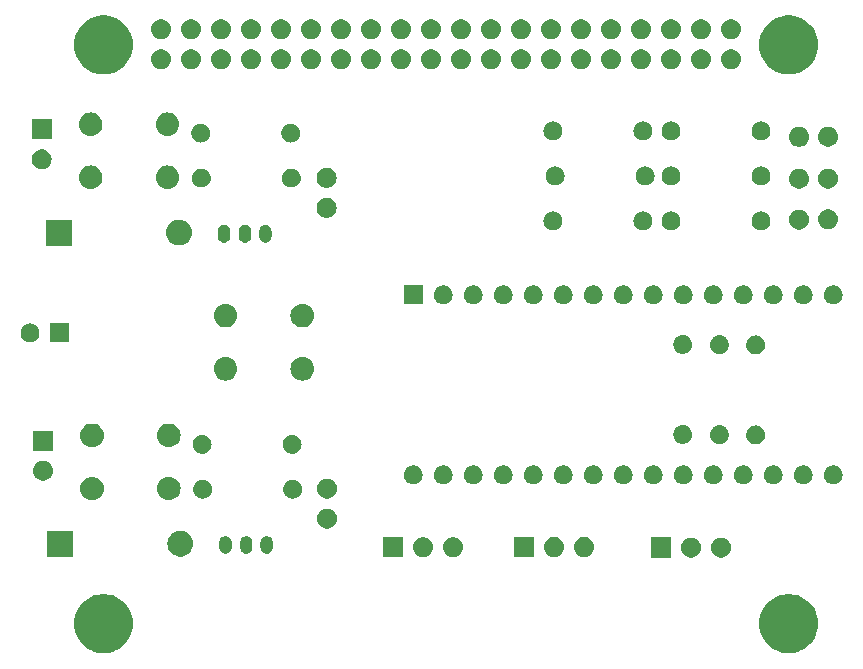
<source format=gts>
G04 #@! TF.GenerationSoftware,KiCad,Pcbnew,8.0.8*
G04 #@! TF.CreationDate,2025-05-09T16:42:09+03:00*
G04 #@! TF.ProjectId,Lick_Valves_final,4c69636b-5f56-4616-9c76-65735f66696e,rev?*
G04 #@! TF.SameCoordinates,Original*
G04 #@! TF.FileFunction,Soldermask,Top*
G04 #@! TF.FilePolarity,Negative*
%FSLAX46Y46*%
G04 Gerber Fmt 4.6, Leading zero omitted, Abs format (unit mm)*
G04 Created by KiCad (PCBNEW 8.0.8) date 2025-05-09 16:42:09*
%MOMM*%
%LPD*%
G01*
G04 APERTURE LIST*
G04 APERTURE END LIST*
G36*
X41568453Y-132074282D02*
G01*
X41872542Y-132152359D01*
X42164448Y-132267932D01*
X42439567Y-132419180D01*
X42693560Y-132603717D01*
X42922422Y-132818632D01*
X43122542Y-133060537D01*
X43290767Y-133325616D01*
X43424441Y-133609689D01*
X43521458Y-133908275D01*
X43580287Y-134216667D01*
X43600000Y-134530000D01*
X43580287Y-134843333D01*
X43521458Y-135151725D01*
X43424441Y-135450311D01*
X43290767Y-135734384D01*
X43122542Y-135999463D01*
X42922422Y-136241368D01*
X42693560Y-136456283D01*
X42439567Y-136640820D01*
X42164448Y-136792068D01*
X41872542Y-136907641D01*
X41568453Y-136985718D01*
X41256976Y-137025067D01*
X40943024Y-137025067D01*
X40631547Y-136985718D01*
X40327458Y-136907641D01*
X40035552Y-136792068D01*
X39760433Y-136640820D01*
X39506440Y-136456283D01*
X39277578Y-136241368D01*
X39077458Y-135999463D01*
X38909233Y-135734384D01*
X38775559Y-135450311D01*
X38678542Y-135151725D01*
X38619713Y-134843333D01*
X38600000Y-134530000D01*
X38619713Y-134216667D01*
X38678542Y-133908275D01*
X38775559Y-133609689D01*
X38909233Y-133325616D01*
X39077458Y-133060537D01*
X39277578Y-132818632D01*
X39506440Y-132603717D01*
X39760433Y-132419180D01*
X40035552Y-132267932D01*
X40327458Y-132152359D01*
X40631547Y-132074282D01*
X40943024Y-132034933D01*
X41256976Y-132034933D01*
X41568453Y-132074282D01*
G37*
G36*
X99568453Y-132074282D02*
G01*
X99872542Y-132152359D01*
X100164448Y-132267932D01*
X100439567Y-132419180D01*
X100693560Y-132603717D01*
X100922422Y-132818632D01*
X101122542Y-133060537D01*
X101290767Y-133325616D01*
X101424441Y-133609689D01*
X101521458Y-133908275D01*
X101580287Y-134216667D01*
X101600000Y-134530000D01*
X101580287Y-134843333D01*
X101521458Y-135151725D01*
X101424441Y-135450311D01*
X101290767Y-135734384D01*
X101122542Y-135999463D01*
X100922422Y-136241368D01*
X100693560Y-136456283D01*
X100439567Y-136640820D01*
X100164448Y-136792068D01*
X99872542Y-136907641D01*
X99568453Y-136985718D01*
X99256976Y-137025067D01*
X98943024Y-137025067D01*
X98631547Y-136985718D01*
X98327458Y-136907641D01*
X98035552Y-136792068D01*
X97760433Y-136640820D01*
X97506440Y-136456283D01*
X97277578Y-136241368D01*
X97077458Y-135999463D01*
X96909233Y-135734384D01*
X96775559Y-135450311D01*
X96678542Y-135151725D01*
X96619713Y-134843333D01*
X96600000Y-134530000D01*
X96619713Y-134216667D01*
X96678542Y-133908275D01*
X96775559Y-133609689D01*
X96909233Y-133325616D01*
X97077458Y-133060537D01*
X97277578Y-132818632D01*
X97506440Y-132603717D01*
X97760433Y-132419180D01*
X98035552Y-132267932D01*
X98327458Y-132152359D01*
X98631547Y-132074282D01*
X98943024Y-132034933D01*
X99256976Y-132034933D01*
X99568453Y-132074282D01*
G37*
G36*
X89130000Y-128940000D02*
G01*
X87430000Y-128940000D01*
X87430000Y-127240000D01*
X89130000Y-127240000D01*
X89130000Y-128940000D01*
G37*
G36*
X91082664Y-127281602D02*
G01*
X91245000Y-127353878D01*
X91388761Y-127458327D01*
X91507664Y-127590383D01*
X91596514Y-127744274D01*
X91651425Y-127913275D01*
X91670000Y-128090000D01*
X91651425Y-128266725D01*
X91596514Y-128435726D01*
X91507664Y-128589617D01*
X91388761Y-128721673D01*
X91245000Y-128826122D01*
X91082664Y-128898398D01*
X90908849Y-128935344D01*
X90731151Y-128935344D01*
X90557336Y-128898398D01*
X90395000Y-128826122D01*
X90251239Y-128721673D01*
X90132336Y-128589617D01*
X90043486Y-128435726D01*
X89988575Y-128266725D01*
X89970000Y-128090000D01*
X89988575Y-127913275D01*
X90043486Y-127744274D01*
X90132336Y-127590383D01*
X90251239Y-127458327D01*
X90395000Y-127353878D01*
X90557336Y-127281602D01*
X90731151Y-127244656D01*
X90908849Y-127244656D01*
X91082664Y-127281602D01*
G37*
G36*
X93622664Y-127281602D02*
G01*
X93785000Y-127353878D01*
X93928761Y-127458327D01*
X94047664Y-127590383D01*
X94136514Y-127744274D01*
X94191425Y-127913275D01*
X94210000Y-128090000D01*
X94191425Y-128266725D01*
X94136514Y-128435726D01*
X94047664Y-128589617D01*
X93928761Y-128721673D01*
X93785000Y-128826122D01*
X93622664Y-128898398D01*
X93448849Y-128935344D01*
X93271151Y-128935344D01*
X93097336Y-128898398D01*
X92935000Y-128826122D01*
X92791239Y-128721673D01*
X92672336Y-128589617D01*
X92583486Y-128435726D01*
X92528575Y-128266725D01*
X92510000Y-128090000D01*
X92528575Y-127913275D01*
X92583486Y-127744274D01*
X92672336Y-127590383D01*
X92791239Y-127458327D01*
X92935000Y-127353878D01*
X93097336Y-127281602D01*
X93271151Y-127244656D01*
X93448849Y-127244656D01*
X93622664Y-127281602D01*
G37*
G36*
X66475000Y-128910000D02*
G01*
X64775000Y-128910000D01*
X64775000Y-127210000D01*
X66475000Y-127210000D01*
X66475000Y-128910000D01*
G37*
G36*
X68427664Y-127251602D02*
G01*
X68590000Y-127323878D01*
X68733761Y-127428327D01*
X68852664Y-127560383D01*
X68941514Y-127714274D01*
X68996425Y-127883275D01*
X69015000Y-128060000D01*
X68996425Y-128236725D01*
X68941514Y-128405726D01*
X68852664Y-128559617D01*
X68733761Y-128691673D01*
X68590000Y-128796122D01*
X68427664Y-128868398D01*
X68253849Y-128905344D01*
X68076151Y-128905344D01*
X67902336Y-128868398D01*
X67740000Y-128796122D01*
X67596239Y-128691673D01*
X67477336Y-128559617D01*
X67388486Y-128405726D01*
X67333575Y-128236725D01*
X67315000Y-128060000D01*
X67333575Y-127883275D01*
X67388486Y-127714274D01*
X67477336Y-127560383D01*
X67596239Y-127428327D01*
X67740000Y-127323878D01*
X67902336Y-127251602D01*
X68076151Y-127214656D01*
X68253849Y-127214656D01*
X68427664Y-127251602D01*
G37*
G36*
X70967664Y-127251602D02*
G01*
X71130000Y-127323878D01*
X71273761Y-127428327D01*
X71392664Y-127560383D01*
X71481514Y-127714274D01*
X71536425Y-127883275D01*
X71555000Y-128060000D01*
X71536425Y-128236725D01*
X71481514Y-128405726D01*
X71392664Y-128559617D01*
X71273761Y-128691673D01*
X71130000Y-128796122D01*
X70967664Y-128868398D01*
X70793849Y-128905344D01*
X70616151Y-128905344D01*
X70442336Y-128868398D01*
X70280000Y-128796122D01*
X70136239Y-128691673D01*
X70017336Y-128559617D01*
X69928486Y-128405726D01*
X69873575Y-128236725D01*
X69855000Y-128060000D01*
X69873575Y-127883275D01*
X69928486Y-127714274D01*
X70017336Y-127560383D01*
X70136239Y-127428327D01*
X70280000Y-127323878D01*
X70442336Y-127251602D01*
X70616151Y-127214656D01*
X70793849Y-127214656D01*
X70967664Y-127251602D01*
G37*
G36*
X77565000Y-128900000D02*
G01*
X75865000Y-128900000D01*
X75865000Y-127200000D01*
X77565000Y-127200000D01*
X77565000Y-128900000D01*
G37*
G36*
X79517664Y-127241602D02*
G01*
X79680000Y-127313878D01*
X79823761Y-127418327D01*
X79942664Y-127550383D01*
X80031514Y-127704274D01*
X80086425Y-127873275D01*
X80105000Y-128050000D01*
X80086425Y-128226725D01*
X80031514Y-128395726D01*
X79942664Y-128549617D01*
X79823761Y-128681673D01*
X79680000Y-128786122D01*
X79517664Y-128858398D01*
X79343849Y-128895344D01*
X79166151Y-128895344D01*
X78992336Y-128858398D01*
X78830000Y-128786122D01*
X78686239Y-128681673D01*
X78567336Y-128549617D01*
X78478486Y-128395726D01*
X78423575Y-128226725D01*
X78405000Y-128050000D01*
X78423575Y-127873275D01*
X78478486Y-127704274D01*
X78567336Y-127550383D01*
X78686239Y-127418327D01*
X78830000Y-127313878D01*
X78992336Y-127241602D01*
X79166151Y-127204656D01*
X79343849Y-127204656D01*
X79517664Y-127241602D01*
G37*
G36*
X82057664Y-127241602D02*
G01*
X82220000Y-127313878D01*
X82363761Y-127418327D01*
X82482664Y-127550383D01*
X82571514Y-127704274D01*
X82626425Y-127873275D01*
X82645000Y-128050000D01*
X82626425Y-128226725D01*
X82571514Y-128395726D01*
X82482664Y-128549617D01*
X82363761Y-128681673D01*
X82220000Y-128786122D01*
X82057664Y-128858398D01*
X81883849Y-128895344D01*
X81706151Y-128895344D01*
X81532336Y-128858398D01*
X81370000Y-128786122D01*
X81226239Y-128681673D01*
X81107336Y-128549617D01*
X81018486Y-128395726D01*
X80963575Y-128226725D01*
X80945000Y-128050000D01*
X80963575Y-127873275D01*
X81018486Y-127704274D01*
X81107336Y-127550383D01*
X81226239Y-127418327D01*
X81370000Y-127313878D01*
X81532336Y-127241602D01*
X81706151Y-127204656D01*
X81883849Y-127204656D01*
X82057664Y-127241602D01*
G37*
G36*
X38535000Y-128870000D02*
G01*
X36335000Y-128870000D01*
X36335000Y-126670000D01*
X38535000Y-126670000D01*
X38535000Y-128870000D01*
G37*
G36*
X47896029Y-126711992D02*
G01*
X48085312Y-126785320D01*
X48257898Y-126892181D01*
X48407910Y-127028935D01*
X48530239Y-127190925D01*
X48620719Y-127372634D01*
X48676270Y-127567876D01*
X48695000Y-127770000D01*
X48676270Y-127972124D01*
X48620719Y-128167366D01*
X48530239Y-128349075D01*
X48407910Y-128511065D01*
X48257898Y-128647819D01*
X48085312Y-128754680D01*
X47896029Y-128828008D01*
X47696495Y-128865308D01*
X47493505Y-128865308D01*
X47293971Y-128828008D01*
X47104688Y-128754680D01*
X46932102Y-128647819D01*
X46782090Y-128511065D01*
X46659761Y-128349075D01*
X46569281Y-128167366D01*
X46513730Y-127972124D01*
X46495000Y-127770000D01*
X46513730Y-127567876D01*
X46569281Y-127372634D01*
X46659761Y-127190925D01*
X46782090Y-127028935D01*
X46932102Y-126892181D01*
X47104688Y-126785320D01*
X47293971Y-126711992D01*
X47493505Y-126674692D01*
X47696495Y-126674692D01*
X47896029Y-126711992D01*
G37*
G36*
X51610909Y-127159963D02*
G01*
X51729600Y-127228489D01*
X51826511Y-127325400D01*
X51895037Y-127444091D01*
X51930509Y-127576474D01*
X51935000Y-127645000D01*
X51935000Y-128095000D01*
X51930509Y-128163526D01*
X51895037Y-128295909D01*
X51826511Y-128414600D01*
X51729600Y-128511511D01*
X51610909Y-128580037D01*
X51478526Y-128615509D01*
X51341474Y-128615509D01*
X51209091Y-128580037D01*
X51090400Y-128511511D01*
X50993489Y-128414600D01*
X50924963Y-128295909D01*
X50889491Y-128163526D01*
X50885000Y-128095000D01*
X50885000Y-127645000D01*
X50889491Y-127576474D01*
X50924963Y-127444091D01*
X50993489Y-127325400D01*
X51090400Y-127228489D01*
X51209091Y-127159963D01*
X51341474Y-127124491D01*
X51478526Y-127124491D01*
X51610909Y-127159963D01*
G37*
G36*
X53380909Y-127159963D02*
G01*
X53499600Y-127228489D01*
X53596511Y-127325400D01*
X53665037Y-127444091D01*
X53700509Y-127576474D01*
X53705000Y-127645000D01*
X53705000Y-128095000D01*
X53700509Y-128163526D01*
X53665037Y-128295909D01*
X53596511Y-128414600D01*
X53499600Y-128511511D01*
X53380909Y-128580037D01*
X53248526Y-128615509D01*
X53111474Y-128615509D01*
X52979091Y-128580037D01*
X52860400Y-128511511D01*
X52763489Y-128414600D01*
X52694963Y-128295909D01*
X52659491Y-128163526D01*
X52655000Y-128095000D01*
X52655000Y-127645000D01*
X52659491Y-127576474D01*
X52694963Y-127444091D01*
X52763489Y-127325400D01*
X52860400Y-127228489D01*
X52979091Y-127159963D01*
X53111474Y-127124491D01*
X53248526Y-127124491D01*
X53380909Y-127159963D01*
G37*
G36*
X55110909Y-127159963D02*
G01*
X55229600Y-127228489D01*
X55326511Y-127325400D01*
X55395037Y-127444091D01*
X55430509Y-127576474D01*
X55435000Y-127645000D01*
X55435000Y-128095000D01*
X55430509Y-128163526D01*
X55395037Y-128295909D01*
X55326511Y-128414600D01*
X55229600Y-128511511D01*
X55110909Y-128580037D01*
X54978526Y-128615509D01*
X54841474Y-128615509D01*
X54709091Y-128580037D01*
X54590400Y-128511511D01*
X54493489Y-128414600D01*
X54424963Y-128295909D01*
X54389491Y-128163526D01*
X54385000Y-128095000D01*
X54385000Y-127645000D01*
X54389491Y-127576474D01*
X54424963Y-127444091D01*
X54493489Y-127325400D01*
X54590400Y-127228489D01*
X54709091Y-127159963D01*
X54841474Y-127124491D01*
X54978526Y-127124491D01*
X55110909Y-127159963D01*
G37*
G36*
X60290164Y-124826602D02*
G01*
X60452500Y-124898878D01*
X60596261Y-125003327D01*
X60715164Y-125135383D01*
X60804014Y-125289274D01*
X60858925Y-125458275D01*
X60877500Y-125635000D01*
X60858925Y-125811725D01*
X60804014Y-125980726D01*
X60715164Y-126134617D01*
X60596261Y-126266673D01*
X60452500Y-126371122D01*
X60290164Y-126443398D01*
X60116349Y-126480344D01*
X59938651Y-126480344D01*
X59764836Y-126443398D01*
X59602500Y-126371122D01*
X59458739Y-126266673D01*
X59339836Y-126134617D01*
X59250986Y-125980726D01*
X59196075Y-125811725D01*
X59177500Y-125635000D01*
X59196075Y-125458275D01*
X59250986Y-125289274D01*
X59339836Y-125135383D01*
X59458739Y-125003327D01*
X59602500Y-124898878D01*
X59764836Y-124826602D01*
X59938651Y-124789656D01*
X60116349Y-124789656D01*
X60290164Y-124826602D01*
G37*
G36*
X40315090Y-122109215D02*
G01*
X40502683Y-122166120D01*
X40675570Y-122258530D01*
X40827107Y-122382893D01*
X40951470Y-122534430D01*
X41043880Y-122707317D01*
X41100785Y-122894910D01*
X41120000Y-123090000D01*
X41100785Y-123285090D01*
X41043880Y-123472683D01*
X40951470Y-123645570D01*
X40827107Y-123797107D01*
X40675570Y-123921470D01*
X40502683Y-124013880D01*
X40315090Y-124070785D01*
X40120000Y-124090000D01*
X39924910Y-124070785D01*
X39737317Y-124013880D01*
X39564430Y-123921470D01*
X39412893Y-123797107D01*
X39288530Y-123645570D01*
X39196120Y-123472683D01*
X39139215Y-123285090D01*
X39120000Y-123090000D01*
X39139215Y-122894910D01*
X39196120Y-122707317D01*
X39288530Y-122534430D01*
X39412893Y-122382893D01*
X39564430Y-122258530D01*
X39737317Y-122166120D01*
X39924910Y-122109215D01*
X40120000Y-122090000D01*
X40315090Y-122109215D01*
G37*
G36*
X46815090Y-122109215D02*
G01*
X47002683Y-122166120D01*
X47175570Y-122258530D01*
X47327107Y-122382893D01*
X47451470Y-122534430D01*
X47543880Y-122707317D01*
X47600785Y-122894910D01*
X47620000Y-123090000D01*
X47600785Y-123285090D01*
X47543880Y-123472683D01*
X47451470Y-123645570D01*
X47327107Y-123797107D01*
X47175570Y-123921470D01*
X47002683Y-124013880D01*
X46815090Y-124070785D01*
X46620000Y-124090000D01*
X46424910Y-124070785D01*
X46237317Y-124013880D01*
X46064430Y-123921470D01*
X45912893Y-123797107D01*
X45788530Y-123645570D01*
X45696120Y-123472683D01*
X45639215Y-123285090D01*
X45620000Y-123090000D01*
X45639215Y-122894910D01*
X45696120Y-122707317D01*
X45788530Y-122534430D01*
X45912893Y-122382893D01*
X46064430Y-122258530D01*
X46237317Y-122166120D01*
X46424910Y-122109215D01*
X46620000Y-122090000D01*
X46815090Y-122109215D01*
G37*
G36*
X49531811Y-122354711D02*
G01*
X49573588Y-122354711D01*
X49620718Y-122364728D01*
X49668017Y-122370058D01*
X49702408Y-122382092D01*
X49737110Y-122389468D01*
X49787117Y-122411733D01*
X49837107Y-122429225D01*
X49863128Y-122445575D01*
X49889835Y-122457466D01*
X49939633Y-122493646D01*
X49988792Y-122524535D01*
X50006444Y-122542187D01*
X50025084Y-122555730D01*
X50071165Y-122606908D01*
X50115465Y-122651208D01*
X50125654Y-122667424D01*
X50136946Y-122679965D01*
X50175573Y-122746870D01*
X50210775Y-122802893D01*
X50215170Y-122815453D01*
X50220535Y-122824746D01*
X50248010Y-122909305D01*
X50269942Y-122971983D01*
X50270773Y-122979363D01*
X50272195Y-122983738D01*
X50285076Y-123106306D01*
X50290000Y-123150000D01*
X50285076Y-123193697D01*
X50272195Y-123316261D01*
X50270773Y-123320635D01*
X50269942Y-123328017D01*
X50248005Y-123390707D01*
X50220535Y-123475253D01*
X50215171Y-123484543D01*
X50210775Y-123497107D01*
X50175566Y-123553140D01*
X50136946Y-123620034D01*
X50125656Y-123632572D01*
X50115465Y-123648792D01*
X50071155Y-123693101D01*
X50025084Y-123744269D01*
X50006448Y-123757808D01*
X49988792Y-123775465D01*
X49939623Y-123806359D01*
X49889835Y-123842533D01*
X49863134Y-123854421D01*
X49837107Y-123870775D01*
X49787107Y-123888270D01*
X49737110Y-123910531D01*
X49702414Y-123917905D01*
X49668017Y-123929942D01*
X49620715Y-123935271D01*
X49573588Y-123945289D01*
X49531811Y-123945289D01*
X49490000Y-123950000D01*
X49448189Y-123945289D01*
X49406412Y-123945289D01*
X49359284Y-123935271D01*
X49311983Y-123929942D01*
X49277586Y-123917906D01*
X49242889Y-123910531D01*
X49192887Y-123888268D01*
X49142893Y-123870775D01*
X49116868Y-123854422D01*
X49090164Y-123842533D01*
X49040369Y-123806355D01*
X48991208Y-123775465D01*
X48973554Y-123757811D01*
X48954915Y-123744269D01*
X48908833Y-123693090D01*
X48864535Y-123648792D01*
X48854345Y-123632575D01*
X48843053Y-123620034D01*
X48804420Y-123553120D01*
X48769225Y-123497107D01*
X48764830Y-123484547D01*
X48759464Y-123475253D01*
X48731980Y-123390667D01*
X48710058Y-123328017D01*
X48709226Y-123320639D01*
X48707804Y-123316261D01*
X48694908Y-123193565D01*
X48690000Y-123150000D01*
X48694908Y-123106438D01*
X48707804Y-122983738D01*
X48709226Y-122979358D01*
X48710058Y-122971983D01*
X48731975Y-122909345D01*
X48759464Y-122824746D01*
X48764831Y-122815449D01*
X48769225Y-122802893D01*
X48804413Y-122746890D01*
X48843053Y-122679965D01*
X48854347Y-122667421D01*
X48864535Y-122651208D01*
X48908826Y-122606916D01*
X48954917Y-122555728D01*
X48973559Y-122542183D01*
X48991208Y-122524535D01*
X49040354Y-122493654D01*
X49090162Y-122457467D01*
X49116873Y-122445574D01*
X49142893Y-122429225D01*
X49192877Y-122411734D01*
X49242889Y-122389468D01*
X49277592Y-122382091D01*
X49311983Y-122370058D01*
X49359281Y-122364728D01*
X49406412Y-122354711D01*
X49448189Y-122354711D01*
X49490000Y-122350000D01*
X49531811Y-122354711D01*
G37*
G36*
X57151811Y-122354711D02*
G01*
X57193588Y-122354711D01*
X57240718Y-122364728D01*
X57288017Y-122370058D01*
X57322408Y-122382092D01*
X57357110Y-122389468D01*
X57407117Y-122411733D01*
X57457107Y-122429225D01*
X57483128Y-122445575D01*
X57509835Y-122457466D01*
X57559633Y-122493646D01*
X57608792Y-122524535D01*
X57626444Y-122542187D01*
X57645084Y-122555730D01*
X57691165Y-122606908D01*
X57735465Y-122651208D01*
X57745654Y-122667424D01*
X57756946Y-122679965D01*
X57795573Y-122746870D01*
X57830775Y-122802893D01*
X57835170Y-122815453D01*
X57840535Y-122824746D01*
X57868010Y-122909305D01*
X57889942Y-122971983D01*
X57890773Y-122979363D01*
X57892195Y-122983738D01*
X57905076Y-123106306D01*
X57910000Y-123150000D01*
X57905076Y-123193697D01*
X57892195Y-123316261D01*
X57890773Y-123320635D01*
X57889942Y-123328017D01*
X57868005Y-123390707D01*
X57840535Y-123475253D01*
X57835171Y-123484543D01*
X57830775Y-123497107D01*
X57795566Y-123553140D01*
X57756946Y-123620034D01*
X57745656Y-123632572D01*
X57735465Y-123648792D01*
X57691155Y-123693101D01*
X57645084Y-123744269D01*
X57626448Y-123757808D01*
X57608792Y-123775465D01*
X57559623Y-123806359D01*
X57509835Y-123842533D01*
X57483134Y-123854421D01*
X57457107Y-123870775D01*
X57407107Y-123888270D01*
X57357110Y-123910531D01*
X57322414Y-123917905D01*
X57288017Y-123929942D01*
X57240715Y-123935271D01*
X57193588Y-123945289D01*
X57151811Y-123945289D01*
X57110000Y-123950000D01*
X57068189Y-123945289D01*
X57026412Y-123945289D01*
X56979284Y-123935271D01*
X56931983Y-123929942D01*
X56897586Y-123917906D01*
X56862889Y-123910531D01*
X56812887Y-123888268D01*
X56762893Y-123870775D01*
X56736868Y-123854422D01*
X56710164Y-123842533D01*
X56660369Y-123806355D01*
X56611208Y-123775465D01*
X56593554Y-123757811D01*
X56574915Y-123744269D01*
X56528833Y-123693090D01*
X56484535Y-123648792D01*
X56474345Y-123632575D01*
X56463053Y-123620034D01*
X56424420Y-123553120D01*
X56389225Y-123497107D01*
X56384830Y-123484547D01*
X56379464Y-123475253D01*
X56351980Y-123390667D01*
X56330058Y-123328017D01*
X56329226Y-123320639D01*
X56327804Y-123316261D01*
X56314908Y-123193565D01*
X56310000Y-123150000D01*
X56314908Y-123106438D01*
X56327804Y-122983738D01*
X56329226Y-122979358D01*
X56330058Y-122971983D01*
X56351975Y-122909345D01*
X56379464Y-122824746D01*
X56384831Y-122815449D01*
X56389225Y-122802893D01*
X56424413Y-122746890D01*
X56463053Y-122679965D01*
X56474347Y-122667421D01*
X56484535Y-122651208D01*
X56528826Y-122606916D01*
X56574917Y-122555728D01*
X56593559Y-122542183D01*
X56611208Y-122524535D01*
X56660354Y-122493654D01*
X56710162Y-122457467D01*
X56736873Y-122445574D01*
X56762893Y-122429225D01*
X56812877Y-122411734D01*
X56862889Y-122389468D01*
X56897592Y-122382091D01*
X56931983Y-122370058D01*
X56979281Y-122364728D01*
X57026412Y-122354711D01*
X57068189Y-122354711D01*
X57110000Y-122350000D01*
X57151811Y-122354711D01*
G37*
G36*
X60290164Y-122286602D02*
G01*
X60452500Y-122358878D01*
X60596261Y-122463327D01*
X60715164Y-122595383D01*
X60804014Y-122749274D01*
X60858925Y-122918275D01*
X60877500Y-123095000D01*
X60858925Y-123271725D01*
X60804014Y-123440726D01*
X60715164Y-123594617D01*
X60596261Y-123726673D01*
X60452500Y-123831122D01*
X60290164Y-123903398D01*
X60116349Y-123940344D01*
X59938651Y-123940344D01*
X59764836Y-123903398D01*
X59602500Y-123831122D01*
X59458739Y-123726673D01*
X59339836Y-123594617D01*
X59250986Y-123440726D01*
X59196075Y-123271725D01*
X59177500Y-123095000D01*
X59196075Y-122918275D01*
X59250986Y-122749274D01*
X59339836Y-122595383D01*
X59458739Y-122463327D01*
X59602500Y-122358878D01*
X59764836Y-122286602D01*
X59938651Y-122249656D01*
X60116349Y-122249656D01*
X60290164Y-122286602D01*
G37*
G36*
X67351811Y-121134711D02*
G01*
X67393588Y-121134711D01*
X67440718Y-121144728D01*
X67488017Y-121150058D01*
X67522408Y-121162092D01*
X67557110Y-121169468D01*
X67607117Y-121191733D01*
X67657107Y-121209225D01*
X67683128Y-121225575D01*
X67709835Y-121237466D01*
X67759633Y-121273646D01*
X67808792Y-121304535D01*
X67826444Y-121322187D01*
X67845084Y-121335730D01*
X67891165Y-121386908D01*
X67935465Y-121431208D01*
X67945654Y-121447424D01*
X67956946Y-121459965D01*
X67995573Y-121526870D01*
X68030775Y-121582893D01*
X68035170Y-121595453D01*
X68040535Y-121604746D01*
X68068010Y-121689305D01*
X68089942Y-121751983D01*
X68090773Y-121759363D01*
X68092195Y-121763738D01*
X68105076Y-121886306D01*
X68110000Y-121930000D01*
X68105076Y-121973697D01*
X68092195Y-122096261D01*
X68090773Y-122100635D01*
X68089942Y-122108017D01*
X68068005Y-122170707D01*
X68040535Y-122255253D01*
X68035171Y-122264543D01*
X68030775Y-122277107D01*
X67995566Y-122333140D01*
X67956946Y-122400034D01*
X67945656Y-122412572D01*
X67935465Y-122428792D01*
X67891155Y-122473101D01*
X67845084Y-122524269D01*
X67826448Y-122537808D01*
X67808792Y-122555465D01*
X67759623Y-122586359D01*
X67709835Y-122622533D01*
X67683134Y-122634421D01*
X67657107Y-122650775D01*
X67607107Y-122668270D01*
X67557110Y-122690531D01*
X67522414Y-122697905D01*
X67488017Y-122709942D01*
X67440715Y-122715271D01*
X67393588Y-122725289D01*
X67351811Y-122725289D01*
X67310000Y-122730000D01*
X67268189Y-122725289D01*
X67226412Y-122725289D01*
X67179284Y-122715271D01*
X67131983Y-122709942D01*
X67097586Y-122697906D01*
X67062889Y-122690531D01*
X67012887Y-122668268D01*
X66962893Y-122650775D01*
X66936868Y-122634422D01*
X66910164Y-122622533D01*
X66860369Y-122586355D01*
X66811208Y-122555465D01*
X66793554Y-122537811D01*
X66774915Y-122524269D01*
X66728833Y-122473090D01*
X66684535Y-122428792D01*
X66674345Y-122412575D01*
X66663053Y-122400034D01*
X66624420Y-122333120D01*
X66589225Y-122277107D01*
X66584830Y-122264547D01*
X66579464Y-122255253D01*
X66551980Y-122170667D01*
X66530058Y-122108017D01*
X66529226Y-122100639D01*
X66527804Y-122096261D01*
X66514908Y-121973565D01*
X66510000Y-121930000D01*
X66514908Y-121886438D01*
X66527804Y-121763738D01*
X66529226Y-121759358D01*
X66530058Y-121751983D01*
X66551975Y-121689345D01*
X66579464Y-121604746D01*
X66584831Y-121595449D01*
X66589225Y-121582893D01*
X66624413Y-121526890D01*
X66663053Y-121459965D01*
X66674347Y-121447421D01*
X66684535Y-121431208D01*
X66728826Y-121386916D01*
X66774917Y-121335728D01*
X66793559Y-121322183D01*
X66811208Y-121304535D01*
X66860354Y-121273654D01*
X66910162Y-121237467D01*
X66936873Y-121225574D01*
X66962893Y-121209225D01*
X67012877Y-121191734D01*
X67062889Y-121169468D01*
X67097592Y-121162091D01*
X67131983Y-121150058D01*
X67179281Y-121144728D01*
X67226412Y-121134711D01*
X67268189Y-121134711D01*
X67310000Y-121130000D01*
X67351811Y-121134711D01*
G37*
G36*
X69891811Y-121134711D02*
G01*
X69933588Y-121134711D01*
X69980718Y-121144728D01*
X70028017Y-121150058D01*
X70062408Y-121162092D01*
X70097110Y-121169468D01*
X70147117Y-121191733D01*
X70197107Y-121209225D01*
X70223128Y-121225575D01*
X70249835Y-121237466D01*
X70299633Y-121273646D01*
X70348792Y-121304535D01*
X70366444Y-121322187D01*
X70385084Y-121335730D01*
X70431165Y-121386908D01*
X70475465Y-121431208D01*
X70485654Y-121447424D01*
X70496946Y-121459965D01*
X70535573Y-121526870D01*
X70570775Y-121582893D01*
X70575170Y-121595453D01*
X70580535Y-121604746D01*
X70608010Y-121689305D01*
X70629942Y-121751983D01*
X70630773Y-121759363D01*
X70632195Y-121763738D01*
X70645076Y-121886306D01*
X70650000Y-121930000D01*
X70645076Y-121973697D01*
X70632195Y-122096261D01*
X70630773Y-122100635D01*
X70629942Y-122108017D01*
X70608005Y-122170707D01*
X70580535Y-122255253D01*
X70575171Y-122264543D01*
X70570775Y-122277107D01*
X70535566Y-122333140D01*
X70496946Y-122400034D01*
X70485656Y-122412572D01*
X70475465Y-122428792D01*
X70431155Y-122473101D01*
X70385084Y-122524269D01*
X70366448Y-122537808D01*
X70348792Y-122555465D01*
X70299623Y-122586359D01*
X70249835Y-122622533D01*
X70223134Y-122634421D01*
X70197107Y-122650775D01*
X70147107Y-122668270D01*
X70097110Y-122690531D01*
X70062414Y-122697905D01*
X70028017Y-122709942D01*
X69980715Y-122715271D01*
X69933588Y-122725289D01*
X69891811Y-122725289D01*
X69850000Y-122730000D01*
X69808189Y-122725289D01*
X69766412Y-122725289D01*
X69719284Y-122715271D01*
X69671983Y-122709942D01*
X69637586Y-122697906D01*
X69602889Y-122690531D01*
X69552887Y-122668268D01*
X69502893Y-122650775D01*
X69476868Y-122634422D01*
X69450164Y-122622533D01*
X69400369Y-122586355D01*
X69351208Y-122555465D01*
X69333554Y-122537811D01*
X69314915Y-122524269D01*
X69268833Y-122473090D01*
X69224535Y-122428792D01*
X69214345Y-122412575D01*
X69203053Y-122400034D01*
X69164420Y-122333120D01*
X69129225Y-122277107D01*
X69124830Y-122264547D01*
X69119464Y-122255253D01*
X69091980Y-122170667D01*
X69070058Y-122108017D01*
X69069226Y-122100639D01*
X69067804Y-122096261D01*
X69054908Y-121973565D01*
X69050000Y-121930000D01*
X69054908Y-121886438D01*
X69067804Y-121763738D01*
X69069226Y-121759358D01*
X69070058Y-121751983D01*
X69091975Y-121689345D01*
X69119464Y-121604746D01*
X69124831Y-121595449D01*
X69129225Y-121582893D01*
X69164413Y-121526890D01*
X69203053Y-121459965D01*
X69214347Y-121447421D01*
X69224535Y-121431208D01*
X69268826Y-121386916D01*
X69314917Y-121335728D01*
X69333559Y-121322183D01*
X69351208Y-121304535D01*
X69400354Y-121273654D01*
X69450162Y-121237467D01*
X69476873Y-121225574D01*
X69502893Y-121209225D01*
X69552877Y-121191734D01*
X69602889Y-121169468D01*
X69637592Y-121162091D01*
X69671983Y-121150058D01*
X69719281Y-121144728D01*
X69766412Y-121134711D01*
X69808189Y-121134711D01*
X69850000Y-121130000D01*
X69891811Y-121134711D01*
G37*
G36*
X72431811Y-121134711D02*
G01*
X72473588Y-121134711D01*
X72520718Y-121144728D01*
X72568017Y-121150058D01*
X72602408Y-121162092D01*
X72637110Y-121169468D01*
X72687117Y-121191733D01*
X72737107Y-121209225D01*
X72763128Y-121225575D01*
X72789835Y-121237466D01*
X72839633Y-121273646D01*
X72888792Y-121304535D01*
X72906444Y-121322187D01*
X72925084Y-121335730D01*
X72971165Y-121386908D01*
X73015465Y-121431208D01*
X73025654Y-121447424D01*
X73036946Y-121459965D01*
X73075573Y-121526870D01*
X73110775Y-121582893D01*
X73115170Y-121595453D01*
X73120535Y-121604746D01*
X73148010Y-121689305D01*
X73169942Y-121751983D01*
X73170773Y-121759363D01*
X73172195Y-121763738D01*
X73185076Y-121886306D01*
X73190000Y-121930000D01*
X73185076Y-121973697D01*
X73172195Y-122096261D01*
X73170773Y-122100635D01*
X73169942Y-122108017D01*
X73148005Y-122170707D01*
X73120535Y-122255253D01*
X73115171Y-122264543D01*
X73110775Y-122277107D01*
X73075566Y-122333140D01*
X73036946Y-122400034D01*
X73025656Y-122412572D01*
X73015465Y-122428792D01*
X72971155Y-122473101D01*
X72925084Y-122524269D01*
X72906448Y-122537808D01*
X72888792Y-122555465D01*
X72839623Y-122586359D01*
X72789835Y-122622533D01*
X72763134Y-122634421D01*
X72737107Y-122650775D01*
X72687107Y-122668270D01*
X72637110Y-122690531D01*
X72602414Y-122697905D01*
X72568017Y-122709942D01*
X72520715Y-122715271D01*
X72473588Y-122725289D01*
X72431811Y-122725289D01*
X72390000Y-122730000D01*
X72348189Y-122725289D01*
X72306412Y-122725289D01*
X72259284Y-122715271D01*
X72211983Y-122709942D01*
X72177586Y-122697906D01*
X72142889Y-122690531D01*
X72092887Y-122668268D01*
X72042893Y-122650775D01*
X72016868Y-122634422D01*
X71990164Y-122622533D01*
X71940369Y-122586355D01*
X71891208Y-122555465D01*
X71873554Y-122537811D01*
X71854915Y-122524269D01*
X71808833Y-122473090D01*
X71764535Y-122428792D01*
X71754345Y-122412575D01*
X71743053Y-122400034D01*
X71704420Y-122333120D01*
X71669225Y-122277107D01*
X71664830Y-122264547D01*
X71659464Y-122255253D01*
X71631980Y-122170667D01*
X71610058Y-122108017D01*
X71609226Y-122100639D01*
X71607804Y-122096261D01*
X71594908Y-121973565D01*
X71590000Y-121930000D01*
X71594908Y-121886438D01*
X71607804Y-121763738D01*
X71609226Y-121759358D01*
X71610058Y-121751983D01*
X71631975Y-121689345D01*
X71659464Y-121604746D01*
X71664831Y-121595449D01*
X71669225Y-121582893D01*
X71704413Y-121526890D01*
X71743053Y-121459965D01*
X71754347Y-121447421D01*
X71764535Y-121431208D01*
X71808826Y-121386916D01*
X71854917Y-121335728D01*
X71873559Y-121322183D01*
X71891208Y-121304535D01*
X71940354Y-121273654D01*
X71990162Y-121237467D01*
X72016873Y-121225574D01*
X72042893Y-121209225D01*
X72092877Y-121191734D01*
X72142889Y-121169468D01*
X72177592Y-121162091D01*
X72211983Y-121150058D01*
X72259281Y-121144728D01*
X72306412Y-121134711D01*
X72348189Y-121134711D01*
X72390000Y-121130000D01*
X72431811Y-121134711D01*
G37*
G36*
X74971811Y-121134711D02*
G01*
X75013588Y-121134711D01*
X75060718Y-121144728D01*
X75108017Y-121150058D01*
X75142408Y-121162092D01*
X75177110Y-121169468D01*
X75227117Y-121191733D01*
X75277107Y-121209225D01*
X75303128Y-121225575D01*
X75329835Y-121237466D01*
X75379633Y-121273646D01*
X75428792Y-121304535D01*
X75446444Y-121322187D01*
X75465084Y-121335730D01*
X75511165Y-121386908D01*
X75555465Y-121431208D01*
X75565654Y-121447424D01*
X75576946Y-121459965D01*
X75615573Y-121526870D01*
X75650775Y-121582893D01*
X75655170Y-121595453D01*
X75660535Y-121604746D01*
X75688010Y-121689305D01*
X75709942Y-121751983D01*
X75710773Y-121759363D01*
X75712195Y-121763738D01*
X75725076Y-121886306D01*
X75730000Y-121930000D01*
X75725076Y-121973697D01*
X75712195Y-122096261D01*
X75710773Y-122100635D01*
X75709942Y-122108017D01*
X75688005Y-122170707D01*
X75660535Y-122255253D01*
X75655171Y-122264543D01*
X75650775Y-122277107D01*
X75615566Y-122333140D01*
X75576946Y-122400034D01*
X75565656Y-122412572D01*
X75555465Y-122428792D01*
X75511155Y-122473101D01*
X75465084Y-122524269D01*
X75446448Y-122537808D01*
X75428792Y-122555465D01*
X75379623Y-122586359D01*
X75329835Y-122622533D01*
X75303134Y-122634421D01*
X75277107Y-122650775D01*
X75227107Y-122668270D01*
X75177110Y-122690531D01*
X75142414Y-122697905D01*
X75108017Y-122709942D01*
X75060715Y-122715271D01*
X75013588Y-122725289D01*
X74971811Y-122725289D01*
X74930000Y-122730000D01*
X74888189Y-122725289D01*
X74846412Y-122725289D01*
X74799284Y-122715271D01*
X74751983Y-122709942D01*
X74717586Y-122697906D01*
X74682889Y-122690531D01*
X74632887Y-122668268D01*
X74582893Y-122650775D01*
X74556868Y-122634422D01*
X74530164Y-122622533D01*
X74480369Y-122586355D01*
X74431208Y-122555465D01*
X74413554Y-122537811D01*
X74394915Y-122524269D01*
X74348833Y-122473090D01*
X74304535Y-122428792D01*
X74294345Y-122412575D01*
X74283053Y-122400034D01*
X74244420Y-122333120D01*
X74209225Y-122277107D01*
X74204830Y-122264547D01*
X74199464Y-122255253D01*
X74171980Y-122170667D01*
X74150058Y-122108017D01*
X74149226Y-122100639D01*
X74147804Y-122096261D01*
X74134908Y-121973565D01*
X74130000Y-121930000D01*
X74134908Y-121886438D01*
X74147804Y-121763738D01*
X74149226Y-121759358D01*
X74150058Y-121751983D01*
X74171975Y-121689345D01*
X74199464Y-121604746D01*
X74204831Y-121595449D01*
X74209225Y-121582893D01*
X74244413Y-121526890D01*
X74283053Y-121459965D01*
X74294347Y-121447421D01*
X74304535Y-121431208D01*
X74348826Y-121386916D01*
X74394917Y-121335728D01*
X74413559Y-121322183D01*
X74431208Y-121304535D01*
X74480354Y-121273654D01*
X74530162Y-121237467D01*
X74556873Y-121225574D01*
X74582893Y-121209225D01*
X74632877Y-121191734D01*
X74682889Y-121169468D01*
X74717592Y-121162091D01*
X74751983Y-121150058D01*
X74799281Y-121144728D01*
X74846412Y-121134711D01*
X74888189Y-121134711D01*
X74930000Y-121130000D01*
X74971811Y-121134711D01*
G37*
G36*
X77511811Y-121134711D02*
G01*
X77553588Y-121134711D01*
X77600718Y-121144728D01*
X77648017Y-121150058D01*
X77682408Y-121162092D01*
X77717110Y-121169468D01*
X77767117Y-121191733D01*
X77817107Y-121209225D01*
X77843128Y-121225575D01*
X77869835Y-121237466D01*
X77919633Y-121273646D01*
X77968792Y-121304535D01*
X77986444Y-121322187D01*
X78005084Y-121335730D01*
X78051165Y-121386908D01*
X78095465Y-121431208D01*
X78105654Y-121447424D01*
X78116946Y-121459965D01*
X78155573Y-121526870D01*
X78190775Y-121582893D01*
X78195170Y-121595453D01*
X78200535Y-121604746D01*
X78228010Y-121689305D01*
X78249942Y-121751983D01*
X78250773Y-121759363D01*
X78252195Y-121763738D01*
X78265076Y-121886306D01*
X78270000Y-121930000D01*
X78265076Y-121973697D01*
X78252195Y-122096261D01*
X78250773Y-122100635D01*
X78249942Y-122108017D01*
X78228005Y-122170707D01*
X78200535Y-122255253D01*
X78195171Y-122264543D01*
X78190775Y-122277107D01*
X78155566Y-122333140D01*
X78116946Y-122400034D01*
X78105656Y-122412572D01*
X78095465Y-122428792D01*
X78051155Y-122473101D01*
X78005084Y-122524269D01*
X77986448Y-122537808D01*
X77968792Y-122555465D01*
X77919623Y-122586359D01*
X77869835Y-122622533D01*
X77843134Y-122634421D01*
X77817107Y-122650775D01*
X77767107Y-122668270D01*
X77717110Y-122690531D01*
X77682414Y-122697905D01*
X77648017Y-122709942D01*
X77600715Y-122715271D01*
X77553588Y-122725289D01*
X77511811Y-122725289D01*
X77470000Y-122730000D01*
X77428189Y-122725289D01*
X77386412Y-122725289D01*
X77339284Y-122715271D01*
X77291983Y-122709942D01*
X77257586Y-122697906D01*
X77222889Y-122690531D01*
X77172887Y-122668268D01*
X77122893Y-122650775D01*
X77096868Y-122634422D01*
X77070164Y-122622533D01*
X77020369Y-122586355D01*
X76971208Y-122555465D01*
X76953554Y-122537811D01*
X76934915Y-122524269D01*
X76888833Y-122473090D01*
X76844535Y-122428792D01*
X76834345Y-122412575D01*
X76823053Y-122400034D01*
X76784420Y-122333120D01*
X76749225Y-122277107D01*
X76744830Y-122264547D01*
X76739464Y-122255253D01*
X76711980Y-122170667D01*
X76690058Y-122108017D01*
X76689226Y-122100639D01*
X76687804Y-122096261D01*
X76674908Y-121973565D01*
X76670000Y-121930000D01*
X76674908Y-121886438D01*
X76687804Y-121763738D01*
X76689226Y-121759358D01*
X76690058Y-121751983D01*
X76711975Y-121689345D01*
X76739464Y-121604746D01*
X76744831Y-121595449D01*
X76749225Y-121582893D01*
X76784413Y-121526890D01*
X76823053Y-121459965D01*
X76834347Y-121447421D01*
X76844535Y-121431208D01*
X76888826Y-121386916D01*
X76934917Y-121335728D01*
X76953559Y-121322183D01*
X76971208Y-121304535D01*
X77020354Y-121273654D01*
X77070162Y-121237467D01*
X77096873Y-121225574D01*
X77122893Y-121209225D01*
X77172877Y-121191734D01*
X77222889Y-121169468D01*
X77257592Y-121162091D01*
X77291983Y-121150058D01*
X77339281Y-121144728D01*
X77386412Y-121134711D01*
X77428189Y-121134711D01*
X77470000Y-121130000D01*
X77511811Y-121134711D01*
G37*
G36*
X80051811Y-121134711D02*
G01*
X80093588Y-121134711D01*
X80140718Y-121144728D01*
X80188017Y-121150058D01*
X80222408Y-121162092D01*
X80257110Y-121169468D01*
X80307117Y-121191733D01*
X80357107Y-121209225D01*
X80383128Y-121225575D01*
X80409835Y-121237466D01*
X80459633Y-121273646D01*
X80508792Y-121304535D01*
X80526444Y-121322187D01*
X80545084Y-121335730D01*
X80591165Y-121386908D01*
X80635465Y-121431208D01*
X80645654Y-121447424D01*
X80656946Y-121459965D01*
X80695573Y-121526870D01*
X80730775Y-121582893D01*
X80735170Y-121595453D01*
X80740535Y-121604746D01*
X80768010Y-121689305D01*
X80789942Y-121751983D01*
X80790773Y-121759363D01*
X80792195Y-121763738D01*
X80805076Y-121886306D01*
X80810000Y-121930000D01*
X80805076Y-121973697D01*
X80792195Y-122096261D01*
X80790773Y-122100635D01*
X80789942Y-122108017D01*
X80768005Y-122170707D01*
X80740535Y-122255253D01*
X80735171Y-122264543D01*
X80730775Y-122277107D01*
X80695566Y-122333140D01*
X80656946Y-122400034D01*
X80645656Y-122412572D01*
X80635465Y-122428792D01*
X80591155Y-122473101D01*
X80545084Y-122524269D01*
X80526448Y-122537808D01*
X80508792Y-122555465D01*
X80459623Y-122586359D01*
X80409835Y-122622533D01*
X80383134Y-122634421D01*
X80357107Y-122650775D01*
X80307107Y-122668270D01*
X80257110Y-122690531D01*
X80222414Y-122697905D01*
X80188017Y-122709942D01*
X80140715Y-122715271D01*
X80093588Y-122725289D01*
X80051811Y-122725289D01*
X80010000Y-122730000D01*
X79968189Y-122725289D01*
X79926412Y-122725289D01*
X79879284Y-122715271D01*
X79831983Y-122709942D01*
X79797586Y-122697906D01*
X79762889Y-122690531D01*
X79712887Y-122668268D01*
X79662893Y-122650775D01*
X79636868Y-122634422D01*
X79610164Y-122622533D01*
X79560369Y-122586355D01*
X79511208Y-122555465D01*
X79493554Y-122537811D01*
X79474915Y-122524269D01*
X79428833Y-122473090D01*
X79384535Y-122428792D01*
X79374345Y-122412575D01*
X79363053Y-122400034D01*
X79324420Y-122333120D01*
X79289225Y-122277107D01*
X79284830Y-122264547D01*
X79279464Y-122255253D01*
X79251980Y-122170667D01*
X79230058Y-122108017D01*
X79229226Y-122100639D01*
X79227804Y-122096261D01*
X79214908Y-121973565D01*
X79210000Y-121930000D01*
X79214908Y-121886438D01*
X79227804Y-121763738D01*
X79229226Y-121759358D01*
X79230058Y-121751983D01*
X79251975Y-121689345D01*
X79279464Y-121604746D01*
X79284831Y-121595449D01*
X79289225Y-121582893D01*
X79324413Y-121526890D01*
X79363053Y-121459965D01*
X79374347Y-121447421D01*
X79384535Y-121431208D01*
X79428826Y-121386916D01*
X79474917Y-121335728D01*
X79493559Y-121322183D01*
X79511208Y-121304535D01*
X79560354Y-121273654D01*
X79610162Y-121237467D01*
X79636873Y-121225574D01*
X79662893Y-121209225D01*
X79712877Y-121191734D01*
X79762889Y-121169468D01*
X79797592Y-121162091D01*
X79831983Y-121150058D01*
X79879281Y-121144728D01*
X79926412Y-121134711D01*
X79968189Y-121134711D01*
X80010000Y-121130000D01*
X80051811Y-121134711D01*
G37*
G36*
X82591811Y-121134711D02*
G01*
X82633588Y-121134711D01*
X82680718Y-121144728D01*
X82728017Y-121150058D01*
X82762408Y-121162092D01*
X82797110Y-121169468D01*
X82847117Y-121191733D01*
X82897107Y-121209225D01*
X82923128Y-121225575D01*
X82949835Y-121237466D01*
X82999633Y-121273646D01*
X83048792Y-121304535D01*
X83066444Y-121322187D01*
X83085084Y-121335730D01*
X83131165Y-121386908D01*
X83175465Y-121431208D01*
X83185654Y-121447424D01*
X83196946Y-121459965D01*
X83235573Y-121526870D01*
X83270775Y-121582893D01*
X83275170Y-121595453D01*
X83280535Y-121604746D01*
X83308010Y-121689305D01*
X83329942Y-121751983D01*
X83330773Y-121759363D01*
X83332195Y-121763738D01*
X83345076Y-121886306D01*
X83350000Y-121930000D01*
X83345076Y-121973697D01*
X83332195Y-122096261D01*
X83330773Y-122100635D01*
X83329942Y-122108017D01*
X83308005Y-122170707D01*
X83280535Y-122255253D01*
X83275171Y-122264543D01*
X83270775Y-122277107D01*
X83235566Y-122333140D01*
X83196946Y-122400034D01*
X83185656Y-122412572D01*
X83175465Y-122428792D01*
X83131155Y-122473101D01*
X83085084Y-122524269D01*
X83066448Y-122537808D01*
X83048792Y-122555465D01*
X82999623Y-122586359D01*
X82949835Y-122622533D01*
X82923134Y-122634421D01*
X82897107Y-122650775D01*
X82847107Y-122668270D01*
X82797110Y-122690531D01*
X82762414Y-122697905D01*
X82728017Y-122709942D01*
X82680715Y-122715271D01*
X82633588Y-122725289D01*
X82591811Y-122725289D01*
X82550000Y-122730000D01*
X82508189Y-122725289D01*
X82466412Y-122725289D01*
X82419284Y-122715271D01*
X82371983Y-122709942D01*
X82337586Y-122697906D01*
X82302889Y-122690531D01*
X82252887Y-122668268D01*
X82202893Y-122650775D01*
X82176868Y-122634422D01*
X82150164Y-122622533D01*
X82100369Y-122586355D01*
X82051208Y-122555465D01*
X82033554Y-122537811D01*
X82014915Y-122524269D01*
X81968833Y-122473090D01*
X81924535Y-122428792D01*
X81914345Y-122412575D01*
X81903053Y-122400034D01*
X81864420Y-122333120D01*
X81829225Y-122277107D01*
X81824830Y-122264547D01*
X81819464Y-122255253D01*
X81791980Y-122170667D01*
X81770058Y-122108017D01*
X81769226Y-122100639D01*
X81767804Y-122096261D01*
X81754908Y-121973565D01*
X81750000Y-121930000D01*
X81754908Y-121886438D01*
X81767804Y-121763738D01*
X81769226Y-121759358D01*
X81770058Y-121751983D01*
X81791975Y-121689345D01*
X81819464Y-121604746D01*
X81824831Y-121595449D01*
X81829225Y-121582893D01*
X81864413Y-121526890D01*
X81903053Y-121459965D01*
X81914347Y-121447421D01*
X81924535Y-121431208D01*
X81968826Y-121386916D01*
X82014917Y-121335728D01*
X82033559Y-121322183D01*
X82051208Y-121304535D01*
X82100354Y-121273654D01*
X82150162Y-121237467D01*
X82176873Y-121225574D01*
X82202893Y-121209225D01*
X82252877Y-121191734D01*
X82302889Y-121169468D01*
X82337592Y-121162091D01*
X82371983Y-121150058D01*
X82419281Y-121144728D01*
X82466412Y-121134711D01*
X82508189Y-121134711D01*
X82550000Y-121130000D01*
X82591811Y-121134711D01*
G37*
G36*
X85131811Y-121134711D02*
G01*
X85173588Y-121134711D01*
X85220718Y-121144728D01*
X85268017Y-121150058D01*
X85302408Y-121162092D01*
X85337110Y-121169468D01*
X85387117Y-121191733D01*
X85437107Y-121209225D01*
X85463128Y-121225575D01*
X85489835Y-121237466D01*
X85539633Y-121273646D01*
X85588792Y-121304535D01*
X85606444Y-121322187D01*
X85625084Y-121335730D01*
X85671165Y-121386908D01*
X85715465Y-121431208D01*
X85725654Y-121447424D01*
X85736946Y-121459965D01*
X85775573Y-121526870D01*
X85810775Y-121582893D01*
X85815170Y-121595453D01*
X85820535Y-121604746D01*
X85848010Y-121689305D01*
X85869942Y-121751983D01*
X85870773Y-121759363D01*
X85872195Y-121763738D01*
X85885076Y-121886306D01*
X85890000Y-121930000D01*
X85885076Y-121973697D01*
X85872195Y-122096261D01*
X85870773Y-122100635D01*
X85869942Y-122108017D01*
X85848005Y-122170707D01*
X85820535Y-122255253D01*
X85815171Y-122264543D01*
X85810775Y-122277107D01*
X85775566Y-122333140D01*
X85736946Y-122400034D01*
X85725656Y-122412572D01*
X85715465Y-122428792D01*
X85671155Y-122473101D01*
X85625084Y-122524269D01*
X85606448Y-122537808D01*
X85588792Y-122555465D01*
X85539623Y-122586359D01*
X85489835Y-122622533D01*
X85463134Y-122634421D01*
X85437107Y-122650775D01*
X85387107Y-122668270D01*
X85337110Y-122690531D01*
X85302414Y-122697905D01*
X85268017Y-122709942D01*
X85220715Y-122715271D01*
X85173588Y-122725289D01*
X85131811Y-122725289D01*
X85090000Y-122730000D01*
X85048189Y-122725289D01*
X85006412Y-122725289D01*
X84959284Y-122715271D01*
X84911983Y-122709942D01*
X84877586Y-122697906D01*
X84842889Y-122690531D01*
X84792887Y-122668268D01*
X84742893Y-122650775D01*
X84716868Y-122634422D01*
X84690164Y-122622533D01*
X84640369Y-122586355D01*
X84591208Y-122555465D01*
X84573554Y-122537811D01*
X84554915Y-122524269D01*
X84508833Y-122473090D01*
X84464535Y-122428792D01*
X84454345Y-122412575D01*
X84443053Y-122400034D01*
X84404420Y-122333120D01*
X84369225Y-122277107D01*
X84364830Y-122264547D01*
X84359464Y-122255253D01*
X84331980Y-122170667D01*
X84310058Y-122108017D01*
X84309226Y-122100639D01*
X84307804Y-122096261D01*
X84294908Y-121973565D01*
X84290000Y-121930000D01*
X84294908Y-121886438D01*
X84307804Y-121763738D01*
X84309226Y-121759358D01*
X84310058Y-121751983D01*
X84331975Y-121689345D01*
X84359464Y-121604746D01*
X84364831Y-121595449D01*
X84369225Y-121582893D01*
X84404413Y-121526890D01*
X84443053Y-121459965D01*
X84454347Y-121447421D01*
X84464535Y-121431208D01*
X84508826Y-121386916D01*
X84554917Y-121335728D01*
X84573559Y-121322183D01*
X84591208Y-121304535D01*
X84640354Y-121273654D01*
X84690162Y-121237467D01*
X84716873Y-121225574D01*
X84742893Y-121209225D01*
X84792877Y-121191734D01*
X84842889Y-121169468D01*
X84877592Y-121162091D01*
X84911983Y-121150058D01*
X84959281Y-121144728D01*
X85006412Y-121134711D01*
X85048189Y-121134711D01*
X85090000Y-121130000D01*
X85131811Y-121134711D01*
G37*
G36*
X87671811Y-121134711D02*
G01*
X87713588Y-121134711D01*
X87760718Y-121144728D01*
X87808017Y-121150058D01*
X87842408Y-121162092D01*
X87877110Y-121169468D01*
X87927117Y-121191733D01*
X87977107Y-121209225D01*
X88003128Y-121225575D01*
X88029835Y-121237466D01*
X88079633Y-121273646D01*
X88128792Y-121304535D01*
X88146444Y-121322187D01*
X88165084Y-121335730D01*
X88211165Y-121386908D01*
X88255465Y-121431208D01*
X88265654Y-121447424D01*
X88276946Y-121459965D01*
X88315573Y-121526870D01*
X88350775Y-121582893D01*
X88355170Y-121595453D01*
X88360535Y-121604746D01*
X88388010Y-121689305D01*
X88409942Y-121751983D01*
X88410773Y-121759363D01*
X88412195Y-121763738D01*
X88425076Y-121886306D01*
X88430000Y-121930000D01*
X88425076Y-121973697D01*
X88412195Y-122096261D01*
X88410773Y-122100635D01*
X88409942Y-122108017D01*
X88388005Y-122170707D01*
X88360535Y-122255253D01*
X88355171Y-122264543D01*
X88350775Y-122277107D01*
X88315566Y-122333140D01*
X88276946Y-122400034D01*
X88265656Y-122412572D01*
X88255465Y-122428792D01*
X88211155Y-122473101D01*
X88165084Y-122524269D01*
X88146448Y-122537808D01*
X88128792Y-122555465D01*
X88079623Y-122586359D01*
X88029835Y-122622533D01*
X88003134Y-122634421D01*
X87977107Y-122650775D01*
X87927107Y-122668270D01*
X87877110Y-122690531D01*
X87842414Y-122697905D01*
X87808017Y-122709942D01*
X87760715Y-122715271D01*
X87713588Y-122725289D01*
X87671811Y-122725289D01*
X87630000Y-122730000D01*
X87588189Y-122725289D01*
X87546412Y-122725289D01*
X87499284Y-122715271D01*
X87451983Y-122709942D01*
X87417586Y-122697906D01*
X87382889Y-122690531D01*
X87332887Y-122668268D01*
X87282893Y-122650775D01*
X87256868Y-122634422D01*
X87230164Y-122622533D01*
X87180369Y-122586355D01*
X87131208Y-122555465D01*
X87113554Y-122537811D01*
X87094915Y-122524269D01*
X87048833Y-122473090D01*
X87004535Y-122428792D01*
X86994345Y-122412575D01*
X86983053Y-122400034D01*
X86944420Y-122333120D01*
X86909225Y-122277107D01*
X86904830Y-122264547D01*
X86899464Y-122255253D01*
X86871980Y-122170667D01*
X86850058Y-122108017D01*
X86849226Y-122100639D01*
X86847804Y-122096261D01*
X86834908Y-121973565D01*
X86830000Y-121930000D01*
X86834908Y-121886438D01*
X86847804Y-121763738D01*
X86849226Y-121759358D01*
X86850058Y-121751983D01*
X86871975Y-121689345D01*
X86899464Y-121604746D01*
X86904831Y-121595449D01*
X86909225Y-121582893D01*
X86944413Y-121526890D01*
X86983053Y-121459965D01*
X86994347Y-121447421D01*
X87004535Y-121431208D01*
X87048826Y-121386916D01*
X87094917Y-121335728D01*
X87113559Y-121322183D01*
X87131208Y-121304535D01*
X87180354Y-121273654D01*
X87230162Y-121237467D01*
X87256873Y-121225574D01*
X87282893Y-121209225D01*
X87332877Y-121191734D01*
X87382889Y-121169468D01*
X87417592Y-121162091D01*
X87451983Y-121150058D01*
X87499281Y-121144728D01*
X87546412Y-121134711D01*
X87588189Y-121134711D01*
X87630000Y-121130000D01*
X87671811Y-121134711D01*
G37*
G36*
X90211811Y-121134711D02*
G01*
X90253588Y-121134711D01*
X90300718Y-121144728D01*
X90348017Y-121150058D01*
X90382408Y-121162092D01*
X90417110Y-121169468D01*
X90467117Y-121191733D01*
X90517107Y-121209225D01*
X90543128Y-121225575D01*
X90569835Y-121237466D01*
X90619633Y-121273646D01*
X90668792Y-121304535D01*
X90686444Y-121322187D01*
X90705084Y-121335730D01*
X90751165Y-121386908D01*
X90795465Y-121431208D01*
X90805654Y-121447424D01*
X90816946Y-121459965D01*
X90855573Y-121526870D01*
X90890775Y-121582893D01*
X90895170Y-121595453D01*
X90900535Y-121604746D01*
X90928010Y-121689305D01*
X90949942Y-121751983D01*
X90950773Y-121759363D01*
X90952195Y-121763738D01*
X90965076Y-121886306D01*
X90970000Y-121930000D01*
X90965076Y-121973697D01*
X90952195Y-122096261D01*
X90950773Y-122100635D01*
X90949942Y-122108017D01*
X90928005Y-122170707D01*
X90900535Y-122255253D01*
X90895171Y-122264543D01*
X90890775Y-122277107D01*
X90855566Y-122333140D01*
X90816946Y-122400034D01*
X90805656Y-122412572D01*
X90795465Y-122428792D01*
X90751155Y-122473101D01*
X90705084Y-122524269D01*
X90686448Y-122537808D01*
X90668792Y-122555465D01*
X90619623Y-122586359D01*
X90569835Y-122622533D01*
X90543134Y-122634421D01*
X90517107Y-122650775D01*
X90467107Y-122668270D01*
X90417110Y-122690531D01*
X90382414Y-122697905D01*
X90348017Y-122709942D01*
X90300715Y-122715271D01*
X90253588Y-122725289D01*
X90211811Y-122725289D01*
X90170000Y-122730000D01*
X90128189Y-122725289D01*
X90086412Y-122725289D01*
X90039284Y-122715271D01*
X89991983Y-122709942D01*
X89957586Y-122697906D01*
X89922889Y-122690531D01*
X89872887Y-122668268D01*
X89822893Y-122650775D01*
X89796868Y-122634422D01*
X89770164Y-122622533D01*
X89720369Y-122586355D01*
X89671208Y-122555465D01*
X89653554Y-122537811D01*
X89634915Y-122524269D01*
X89588833Y-122473090D01*
X89544535Y-122428792D01*
X89534345Y-122412575D01*
X89523053Y-122400034D01*
X89484420Y-122333120D01*
X89449225Y-122277107D01*
X89444830Y-122264547D01*
X89439464Y-122255253D01*
X89411980Y-122170667D01*
X89390058Y-122108017D01*
X89389226Y-122100639D01*
X89387804Y-122096261D01*
X89374908Y-121973565D01*
X89370000Y-121930000D01*
X89374908Y-121886438D01*
X89387804Y-121763738D01*
X89389226Y-121759358D01*
X89390058Y-121751983D01*
X89411975Y-121689345D01*
X89439464Y-121604746D01*
X89444831Y-121595449D01*
X89449225Y-121582893D01*
X89484413Y-121526890D01*
X89523053Y-121459965D01*
X89534347Y-121447421D01*
X89544535Y-121431208D01*
X89588826Y-121386916D01*
X89634917Y-121335728D01*
X89653559Y-121322183D01*
X89671208Y-121304535D01*
X89720354Y-121273654D01*
X89770162Y-121237467D01*
X89796873Y-121225574D01*
X89822893Y-121209225D01*
X89872877Y-121191734D01*
X89922889Y-121169468D01*
X89957592Y-121162091D01*
X89991983Y-121150058D01*
X90039281Y-121144728D01*
X90086412Y-121134711D01*
X90128189Y-121134711D01*
X90170000Y-121130000D01*
X90211811Y-121134711D01*
G37*
G36*
X92751811Y-121134711D02*
G01*
X92793588Y-121134711D01*
X92840718Y-121144728D01*
X92888017Y-121150058D01*
X92922408Y-121162092D01*
X92957110Y-121169468D01*
X93007117Y-121191733D01*
X93057107Y-121209225D01*
X93083128Y-121225575D01*
X93109835Y-121237466D01*
X93159633Y-121273646D01*
X93208792Y-121304535D01*
X93226444Y-121322187D01*
X93245084Y-121335730D01*
X93291165Y-121386908D01*
X93335465Y-121431208D01*
X93345654Y-121447424D01*
X93356946Y-121459965D01*
X93395573Y-121526870D01*
X93430775Y-121582893D01*
X93435170Y-121595453D01*
X93440535Y-121604746D01*
X93468010Y-121689305D01*
X93489942Y-121751983D01*
X93490773Y-121759363D01*
X93492195Y-121763738D01*
X93505076Y-121886306D01*
X93510000Y-121930000D01*
X93505076Y-121973697D01*
X93492195Y-122096261D01*
X93490773Y-122100635D01*
X93489942Y-122108017D01*
X93468005Y-122170707D01*
X93440535Y-122255253D01*
X93435171Y-122264543D01*
X93430775Y-122277107D01*
X93395566Y-122333140D01*
X93356946Y-122400034D01*
X93345656Y-122412572D01*
X93335465Y-122428792D01*
X93291155Y-122473101D01*
X93245084Y-122524269D01*
X93226448Y-122537808D01*
X93208792Y-122555465D01*
X93159623Y-122586359D01*
X93109835Y-122622533D01*
X93083134Y-122634421D01*
X93057107Y-122650775D01*
X93007107Y-122668270D01*
X92957110Y-122690531D01*
X92922414Y-122697905D01*
X92888017Y-122709942D01*
X92840715Y-122715271D01*
X92793588Y-122725289D01*
X92751811Y-122725289D01*
X92710000Y-122730000D01*
X92668189Y-122725289D01*
X92626412Y-122725289D01*
X92579284Y-122715271D01*
X92531983Y-122709942D01*
X92497586Y-122697906D01*
X92462889Y-122690531D01*
X92412887Y-122668268D01*
X92362893Y-122650775D01*
X92336868Y-122634422D01*
X92310164Y-122622533D01*
X92260369Y-122586355D01*
X92211208Y-122555465D01*
X92193554Y-122537811D01*
X92174915Y-122524269D01*
X92128833Y-122473090D01*
X92084535Y-122428792D01*
X92074345Y-122412575D01*
X92063053Y-122400034D01*
X92024420Y-122333120D01*
X91989225Y-122277107D01*
X91984830Y-122264547D01*
X91979464Y-122255253D01*
X91951980Y-122170667D01*
X91930058Y-122108017D01*
X91929226Y-122100639D01*
X91927804Y-122096261D01*
X91914908Y-121973565D01*
X91910000Y-121930000D01*
X91914908Y-121886438D01*
X91927804Y-121763738D01*
X91929226Y-121759358D01*
X91930058Y-121751983D01*
X91951975Y-121689345D01*
X91979464Y-121604746D01*
X91984831Y-121595449D01*
X91989225Y-121582893D01*
X92024413Y-121526890D01*
X92063053Y-121459965D01*
X92074347Y-121447421D01*
X92084535Y-121431208D01*
X92128826Y-121386916D01*
X92174917Y-121335728D01*
X92193559Y-121322183D01*
X92211208Y-121304535D01*
X92260354Y-121273654D01*
X92310162Y-121237467D01*
X92336873Y-121225574D01*
X92362893Y-121209225D01*
X92412877Y-121191734D01*
X92462889Y-121169468D01*
X92497592Y-121162091D01*
X92531983Y-121150058D01*
X92579281Y-121144728D01*
X92626412Y-121134711D01*
X92668189Y-121134711D01*
X92710000Y-121130000D01*
X92751811Y-121134711D01*
G37*
G36*
X95291811Y-121134711D02*
G01*
X95333588Y-121134711D01*
X95380718Y-121144728D01*
X95428017Y-121150058D01*
X95462408Y-121162092D01*
X95497110Y-121169468D01*
X95547117Y-121191733D01*
X95597107Y-121209225D01*
X95623128Y-121225575D01*
X95649835Y-121237466D01*
X95699633Y-121273646D01*
X95748792Y-121304535D01*
X95766444Y-121322187D01*
X95785084Y-121335730D01*
X95831165Y-121386908D01*
X95875465Y-121431208D01*
X95885654Y-121447424D01*
X95896946Y-121459965D01*
X95935573Y-121526870D01*
X95970775Y-121582893D01*
X95975170Y-121595453D01*
X95980535Y-121604746D01*
X96008010Y-121689305D01*
X96029942Y-121751983D01*
X96030773Y-121759363D01*
X96032195Y-121763738D01*
X96045076Y-121886306D01*
X96050000Y-121930000D01*
X96045076Y-121973697D01*
X96032195Y-122096261D01*
X96030773Y-122100635D01*
X96029942Y-122108017D01*
X96008005Y-122170707D01*
X95980535Y-122255253D01*
X95975171Y-122264543D01*
X95970775Y-122277107D01*
X95935566Y-122333140D01*
X95896946Y-122400034D01*
X95885656Y-122412572D01*
X95875465Y-122428792D01*
X95831155Y-122473101D01*
X95785084Y-122524269D01*
X95766448Y-122537808D01*
X95748792Y-122555465D01*
X95699623Y-122586359D01*
X95649835Y-122622533D01*
X95623134Y-122634421D01*
X95597107Y-122650775D01*
X95547107Y-122668270D01*
X95497110Y-122690531D01*
X95462414Y-122697905D01*
X95428017Y-122709942D01*
X95380715Y-122715271D01*
X95333588Y-122725289D01*
X95291811Y-122725289D01*
X95250000Y-122730000D01*
X95208189Y-122725289D01*
X95166412Y-122725289D01*
X95119284Y-122715271D01*
X95071983Y-122709942D01*
X95037586Y-122697906D01*
X95002889Y-122690531D01*
X94952887Y-122668268D01*
X94902893Y-122650775D01*
X94876868Y-122634422D01*
X94850164Y-122622533D01*
X94800369Y-122586355D01*
X94751208Y-122555465D01*
X94733554Y-122537811D01*
X94714915Y-122524269D01*
X94668833Y-122473090D01*
X94624535Y-122428792D01*
X94614345Y-122412575D01*
X94603053Y-122400034D01*
X94564420Y-122333120D01*
X94529225Y-122277107D01*
X94524830Y-122264547D01*
X94519464Y-122255253D01*
X94491980Y-122170667D01*
X94470058Y-122108017D01*
X94469226Y-122100639D01*
X94467804Y-122096261D01*
X94454908Y-121973565D01*
X94450000Y-121930000D01*
X94454908Y-121886438D01*
X94467804Y-121763738D01*
X94469226Y-121759358D01*
X94470058Y-121751983D01*
X94491975Y-121689345D01*
X94519464Y-121604746D01*
X94524831Y-121595449D01*
X94529225Y-121582893D01*
X94564413Y-121526890D01*
X94603053Y-121459965D01*
X94614347Y-121447421D01*
X94624535Y-121431208D01*
X94668826Y-121386916D01*
X94714917Y-121335728D01*
X94733559Y-121322183D01*
X94751208Y-121304535D01*
X94800354Y-121273654D01*
X94850162Y-121237467D01*
X94876873Y-121225574D01*
X94902893Y-121209225D01*
X94952877Y-121191734D01*
X95002889Y-121169468D01*
X95037592Y-121162091D01*
X95071983Y-121150058D01*
X95119281Y-121144728D01*
X95166412Y-121134711D01*
X95208189Y-121134711D01*
X95250000Y-121130000D01*
X95291811Y-121134711D01*
G37*
G36*
X97831811Y-121134711D02*
G01*
X97873588Y-121134711D01*
X97920718Y-121144728D01*
X97968017Y-121150058D01*
X98002408Y-121162092D01*
X98037110Y-121169468D01*
X98087117Y-121191733D01*
X98137107Y-121209225D01*
X98163128Y-121225575D01*
X98189835Y-121237466D01*
X98239633Y-121273646D01*
X98288792Y-121304535D01*
X98306444Y-121322187D01*
X98325084Y-121335730D01*
X98371165Y-121386908D01*
X98415465Y-121431208D01*
X98425654Y-121447424D01*
X98436946Y-121459965D01*
X98475573Y-121526870D01*
X98510775Y-121582893D01*
X98515170Y-121595453D01*
X98520535Y-121604746D01*
X98548010Y-121689305D01*
X98569942Y-121751983D01*
X98570773Y-121759363D01*
X98572195Y-121763738D01*
X98585076Y-121886306D01*
X98590000Y-121930000D01*
X98585076Y-121973697D01*
X98572195Y-122096261D01*
X98570773Y-122100635D01*
X98569942Y-122108017D01*
X98548005Y-122170707D01*
X98520535Y-122255253D01*
X98515171Y-122264543D01*
X98510775Y-122277107D01*
X98475566Y-122333140D01*
X98436946Y-122400034D01*
X98425656Y-122412572D01*
X98415465Y-122428792D01*
X98371155Y-122473101D01*
X98325084Y-122524269D01*
X98306448Y-122537808D01*
X98288792Y-122555465D01*
X98239623Y-122586359D01*
X98189835Y-122622533D01*
X98163134Y-122634421D01*
X98137107Y-122650775D01*
X98087107Y-122668270D01*
X98037110Y-122690531D01*
X98002414Y-122697905D01*
X97968017Y-122709942D01*
X97920715Y-122715271D01*
X97873588Y-122725289D01*
X97831811Y-122725289D01*
X97790000Y-122730000D01*
X97748189Y-122725289D01*
X97706412Y-122725289D01*
X97659284Y-122715271D01*
X97611983Y-122709942D01*
X97577586Y-122697906D01*
X97542889Y-122690531D01*
X97492887Y-122668268D01*
X97442893Y-122650775D01*
X97416868Y-122634422D01*
X97390164Y-122622533D01*
X97340369Y-122586355D01*
X97291208Y-122555465D01*
X97273554Y-122537811D01*
X97254915Y-122524269D01*
X97208833Y-122473090D01*
X97164535Y-122428792D01*
X97154345Y-122412575D01*
X97143053Y-122400034D01*
X97104420Y-122333120D01*
X97069225Y-122277107D01*
X97064830Y-122264547D01*
X97059464Y-122255253D01*
X97031980Y-122170667D01*
X97010058Y-122108017D01*
X97009226Y-122100639D01*
X97007804Y-122096261D01*
X96994908Y-121973565D01*
X96990000Y-121930000D01*
X96994908Y-121886438D01*
X97007804Y-121763738D01*
X97009226Y-121759358D01*
X97010058Y-121751983D01*
X97031975Y-121689345D01*
X97059464Y-121604746D01*
X97064831Y-121595449D01*
X97069225Y-121582893D01*
X97104413Y-121526890D01*
X97143053Y-121459965D01*
X97154347Y-121447421D01*
X97164535Y-121431208D01*
X97208826Y-121386916D01*
X97254917Y-121335728D01*
X97273559Y-121322183D01*
X97291208Y-121304535D01*
X97340354Y-121273654D01*
X97390162Y-121237467D01*
X97416873Y-121225574D01*
X97442893Y-121209225D01*
X97492877Y-121191734D01*
X97542889Y-121169468D01*
X97577592Y-121162091D01*
X97611983Y-121150058D01*
X97659281Y-121144728D01*
X97706412Y-121134711D01*
X97748189Y-121134711D01*
X97790000Y-121130000D01*
X97831811Y-121134711D01*
G37*
G36*
X100371811Y-121134711D02*
G01*
X100413588Y-121134711D01*
X100460718Y-121144728D01*
X100508017Y-121150058D01*
X100542408Y-121162092D01*
X100577110Y-121169468D01*
X100627117Y-121191733D01*
X100677107Y-121209225D01*
X100703128Y-121225575D01*
X100729835Y-121237466D01*
X100779633Y-121273646D01*
X100828792Y-121304535D01*
X100846444Y-121322187D01*
X100865084Y-121335730D01*
X100911165Y-121386908D01*
X100955465Y-121431208D01*
X100965654Y-121447424D01*
X100976946Y-121459965D01*
X101015573Y-121526870D01*
X101050775Y-121582893D01*
X101055170Y-121595453D01*
X101060535Y-121604746D01*
X101088010Y-121689305D01*
X101109942Y-121751983D01*
X101110773Y-121759363D01*
X101112195Y-121763738D01*
X101125076Y-121886306D01*
X101130000Y-121930000D01*
X101125076Y-121973697D01*
X101112195Y-122096261D01*
X101110773Y-122100635D01*
X101109942Y-122108017D01*
X101088005Y-122170707D01*
X101060535Y-122255253D01*
X101055171Y-122264543D01*
X101050775Y-122277107D01*
X101015566Y-122333140D01*
X100976946Y-122400034D01*
X100965656Y-122412572D01*
X100955465Y-122428792D01*
X100911155Y-122473101D01*
X100865084Y-122524269D01*
X100846448Y-122537808D01*
X100828792Y-122555465D01*
X100779623Y-122586359D01*
X100729835Y-122622533D01*
X100703134Y-122634421D01*
X100677107Y-122650775D01*
X100627107Y-122668270D01*
X100577110Y-122690531D01*
X100542414Y-122697905D01*
X100508017Y-122709942D01*
X100460715Y-122715271D01*
X100413588Y-122725289D01*
X100371811Y-122725289D01*
X100330000Y-122730000D01*
X100288189Y-122725289D01*
X100246412Y-122725289D01*
X100199284Y-122715271D01*
X100151983Y-122709942D01*
X100117586Y-122697906D01*
X100082889Y-122690531D01*
X100032887Y-122668268D01*
X99982893Y-122650775D01*
X99956868Y-122634422D01*
X99930164Y-122622533D01*
X99880369Y-122586355D01*
X99831208Y-122555465D01*
X99813554Y-122537811D01*
X99794915Y-122524269D01*
X99748833Y-122473090D01*
X99704535Y-122428792D01*
X99694345Y-122412575D01*
X99683053Y-122400034D01*
X99644420Y-122333120D01*
X99609225Y-122277107D01*
X99604830Y-122264547D01*
X99599464Y-122255253D01*
X99571980Y-122170667D01*
X99550058Y-122108017D01*
X99549226Y-122100639D01*
X99547804Y-122096261D01*
X99534908Y-121973565D01*
X99530000Y-121930000D01*
X99534908Y-121886438D01*
X99547804Y-121763738D01*
X99549226Y-121759358D01*
X99550058Y-121751983D01*
X99571975Y-121689345D01*
X99599464Y-121604746D01*
X99604831Y-121595449D01*
X99609225Y-121582893D01*
X99644413Y-121526890D01*
X99683053Y-121459965D01*
X99694347Y-121447421D01*
X99704535Y-121431208D01*
X99748826Y-121386916D01*
X99794917Y-121335728D01*
X99813559Y-121322183D01*
X99831208Y-121304535D01*
X99880354Y-121273654D01*
X99930162Y-121237467D01*
X99956873Y-121225574D01*
X99982893Y-121209225D01*
X100032877Y-121191734D01*
X100082889Y-121169468D01*
X100117592Y-121162091D01*
X100151983Y-121150058D01*
X100199281Y-121144728D01*
X100246412Y-121134711D01*
X100288189Y-121134711D01*
X100330000Y-121130000D01*
X100371811Y-121134711D01*
G37*
G36*
X102911811Y-121134711D02*
G01*
X102953588Y-121134711D01*
X103000718Y-121144728D01*
X103048017Y-121150058D01*
X103082408Y-121162092D01*
X103117110Y-121169468D01*
X103167117Y-121191733D01*
X103217107Y-121209225D01*
X103243128Y-121225575D01*
X103269835Y-121237466D01*
X103319633Y-121273646D01*
X103368792Y-121304535D01*
X103386444Y-121322187D01*
X103405084Y-121335730D01*
X103451165Y-121386908D01*
X103495465Y-121431208D01*
X103505654Y-121447424D01*
X103516946Y-121459965D01*
X103555573Y-121526870D01*
X103590775Y-121582893D01*
X103595170Y-121595453D01*
X103600535Y-121604746D01*
X103628010Y-121689305D01*
X103649942Y-121751983D01*
X103650773Y-121759363D01*
X103652195Y-121763738D01*
X103665076Y-121886306D01*
X103670000Y-121930000D01*
X103665076Y-121973697D01*
X103652195Y-122096261D01*
X103650773Y-122100635D01*
X103649942Y-122108017D01*
X103628005Y-122170707D01*
X103600535Y-122255253D01*
X103595171Y-122264543D01*
X103590775Y-122277107D01*
X103555566Y-122333140D01*
X103516946Y-122400034D01*
X103505656Y-122412572D01*
X103495465Y-122428792D01*
X103451155Y-122473101D01*
X103405084Y-122524269D01*
X103386448Y-122537808D01*
X103368792Y-122555465D01*
X103319623Y-122586359D01*
X103269835Y-122622533D01*
X103243134Y-122634421D01*
X103217107Y-122650775D01*
X103167107Y-122668270D01*
X103117110Y-122690531D01*
X103082414Y-122697905D01*
X103048017Y-122709942D01*
X103000715Y-122715271D01*
X102953588Y-122725289D01*
X102911811Y-122725289D01*
X102870000Y-122730000D01*
X102828189Y-122725289D01*
X102786412Y-122725289D01*
X102739284Y-122715271D01*
X102691983Y-122709942D01*
X102657586Y-122697906D01*
X102622889Y-122690531D01*
X102572887Y-122668268D01*
X102522893Y-122650775D01*
X102496868Y-122634422D01*
X102470164Y-122622533D01*
X102420369Y-122586355D01*
X102371208Y-122555465D01*
X102353554Y-122537811D01*
X102334915Y-122524269D01*
X102288833Y-122473090D01*
X102244535Y-122428792D01*
X102234345Y-122412575D01*
X102223053Y-122400034D01*
X102184420Y-122333120D01*
X102149225Y-122277107D01*
X102144830Y-122264547D01*
X102139464Y-122255253D01*
X102111980Y-122170667D01*
X102090058Y-122108017D01*
X102089226Y-122100639D01*
X102087804Y-122096261D01*
X102074908Y-121973565D01*
X102070000Y-121930000D01*
X102074908Y-121886438D01*
X102087804Y-121763738D01*
X102089226Y-121759358D01*
X102090058Y-121751983D01*
X102111975Y-121689345D01*
X102139464Y-121604746D01*
X102144831Y-121595449D01*
X102149225Y-121582893D01*
X102184413Y-121526890D01*
X102223053Y-121459965D01*
X102234347Y-121447421D01*
X102244535Y-121431208D01*
X102288826Y-121386916D01*
X102334917Y-121335728D01*
X102353559Y-121322183D01*
X102371208Y-121304535D01*
X102420354Y-121273654D01*
X102470162Y-121237467D01*
X102496873Y-121225574D01*
X102522893Y-121209225D01*
X102572877Y-121191734D01*
X102622889Y-121169468D01*
X102657592Y-121162091D01*
X102691983Y-121150058D01*
X102739281Y-121144728D01*
X102786412Y-121134711D01*
X102828189Y-121134711D01*
X102870000Y-121130000D01*
X102911811Y-121134711D01*
G37*
G36*
X36232664Y-120771602D02*
G01*
X36395000Y-120843878D01*
X36538761Y-120948327D01*
X36657664Y-121080383D01*
X36746514Y-121234274D01*
X36801425Y-121403275D01*
X36820000Y-121580000D01*
X36801425Y-121756725D01*
X36746514Y-121925726D01*
X36657664Y-122079617D01*
X36538761Y-122211673D01*
X36395000Y-122316122D01*
X36232664Y-122388398D01*
X36058849Y-122425344D01*
X35881151Y-122425344D01*
X35707336Y-122388398D01*
X35545000Y-122316122D01*
X35401239Y-122211673D01*
X35282336Y-122079617D01*
X35193486Y-121925726D01*
X35138575Y-121756725D01*
X35120000Y-121580000D01*
X35138575Y-121403275D01*
X35193486Y-121234274D01*
X35282336Y-121080383D01*
X35401239Y-120948327D01*
X35545000Y-120843878D01*
X35707336Y-120771602D01*
X35881151Y-120734656D01*
X36058849Y-120734656D01*
X36232664Y-120771602D01*
G37*
G36*
X49481811Y-118554711D02*
G01*
X49523588Y-118554711D01*
X49570718Y-118564728D01*
X49618017Y-118570058D01*
X49652408Y-118582092D01*
X49687110Y-118589468D01*
X49737117Y-118611733D01*
X49787107Y-118629225D01*
X49813128Y-118645575D01*
X49839835Y-118657466D01*
X49889633Y-118693646D01*
X49938792Y-118724535D01*
X49956444Y-118742187D01*
X49975084Y-118755730D01*
X50021165Y-118806908D01*
X50065465Y-118851208D01*
X50075654Y-118867424D01*
X50086946Y-118879965D01*
X50125573Y-118946870D01*
X50160775Y-119002893D01*
X50165170Y-119015453D01*
X50170535Y-119024746D01*
X50198010Y-119109305D01*
X50219942Y-119171983D01*
X50220773Y-119179363D01*
X50222195Y-119183738D01*
X50235076Y-119306306D01*
X50240000Y-119350000D01*
X50235076Y-119393697D01*
X50222195Y-119516261D01*
X50220773Y-119520635D01*
X50219942Y-119528017D01*
X50198005Y-119590707D01*
X50170535Y-119675253D01*
X50165171Y-119684543D01*
X50160775Y-119697107D01*
X50125566Y-119753140D01*
X50086946Y-119820034D01*
X50075656Y-119832572D01*
X50065465Y-119848792D01*
X50021155Y-119893101D01*
X49975084Y-119944269D01*
X49956448Y-119957808D01*
X49938792Y-119975465D01*
X49889623Y-120006359D01*
X49839835Y-120042533D01*
X49813134Y-120054421D01*
X49787107Y-120070775D01*
X49737107Y-120088270D01*
X49687110Y-120110531D01*
X49652414Y-120117905D01*
X49618017Y-120129942D01*
X49570715Y-120135271D01*
X49523588Y-120145289D01*
X49481811Y-120145289D01*
X49440000Y-120150000D01*
X49398189Y-120145289D01*
X49356412Y-120145289D01*
X49309284Y-120135271D01*
X49261983Y-120129942D01*
X49227586Y-120117906D01*
X49192889Y-120110531D01*
X49142887Y-120088268D01*
X49092893Y-120070775D01*
X49066868Y-120054422D01*
X49040164Y-120042533D01*
X48990369Y-120006355D01*
X48941208Y-119975465D01*
X48923554Y-119957811D01*
X48904915Y-119944269D01*
X48858833Y-119893090D01*
X48814535Y-119848792D01*
X48804345Y-119832575D01*
X48793053Y-119820034D01*
X48754420Y-119753120D01*
X48719225Y-119697107D01*
X48714830Y-119684547D01*
X48709464Y-119675253D01*
X48681980Y-119590667D01*
X48660058Y-119528017D01*
X48659226Y-119520639D01*
X48657804Y-119516261D01*
X48644908Y-119393565D01*
X48640000Y-119350000D01*
X48644908Y-119306438D01*
X48657804Y-119183738D01*
X48659226Y-119179358D01*
X48660058Y-119171983D01*
X48681975Y-119109345D01*
X48709464Y-119024746D01*
X48714831Y-119015449D01*
X48719225Y-119002893D01*
X48754413Y-118946890D01*
X48793053Y-118879965D01*
X48804347Y-118867421D01*
X48814535Y-118851208D01*
X48858826Y-118806916D01*
X48904917Y-118755728D01*
X48923559Y-118742183D01*
X48941208Y-118724535D01*
X48990354Y-118693654D01*
X49040162Y-118657467D01*
X49066873Y-118645574D01*
X49092893Y-118629225D01*
X49142877Y-118611734D01*
X49192889Y-118589468D01*
X49227592Y-118582091D01*
X49261983Y-118570058D01*
X49309281Y-118564728D01*
X49356412Y-118554711D01*
X49398189Y-118554711D01*
X49440000Y-118550000D01*
X49481811Y-118554711D01*
G37*
G36*
X57101811Y-118554711D02*
G01*
X57143588Y-118554711D01*
X57190718Y-118564728D01*
X57238017Y-118570058D01*
X57272408Y-118582092D01*
X57307110Y-118589468D01*
X57357117Y-118611733D01*
X57407107Y-118629225D01*
X57433128Y-118645575D01*
X57459835Y-118657466D01*
X57509633Y-118693646D01*
X57558792Y-118724535D01*
X57576444Y-118742187D01*
X57595084Y-118755730D01*
X57641165Y-118806908D01*
X57685465Y-118851208D01*
X57695654Y-118867424D01*
X57706946Y-118879965D01*
X57745573Y-118946870D01*
X57780775Y-119002893D01*
X57785170Y-119015453D01*
X57790535Y-119024746D01*
X57818010Y-119109305D01*
X57839942Y-119171983D01*
X57840773Y-119179363D01*
X57842195Y-119183738D01*
X57855076Y-119306306D01*
X57860000Y-119350000D01*
X57855076Y-119393697D01*
X57842195Y-119516261D01*
X57840773Y-119520635D01*
X57839942Y-119528017D01*
X57818005Y-119590707D01*
X57790535Y-119675253D01*
X57785171Y-119684543D01*
X57780775Y-119697107D01*
X57745566Y-119753140D01*
X57706946Y-119820034D01*
X57695656Y-119832572D01*
X57685465Y-119848792D01*
X57641155Y-119893101D01*
X57595084Y-119944269D01*
X57576448Y-119957808D01*
X57558792Y-119975465D01*
X57509623Y-120006359D01*
X57459835Y-120042533D01*
X57433134Y-120054421D01*
X57407107Y-120070775D01*
X57357107Y-120088270D01*
X57307110Y-120110531D01*
X57272414Y-120117905D01*
X57238017Y-120129942D01*
X57190715Y-120135271D01*
X57143588Y-120145289D01*
X57101811Y-120145289D01*
X57060000Y-120150000D01*
X57018189Y-120145289D01*
X56976412Y-120145289D01*
X56929284Y-120135271D01*
X56881983Y-120129942D01*
X56847586Y-120117906D01*
X56812889Y-120110531D01*
X56762887Y-120088268D01*
X56712893Y-120070775D01*
X56686868Y-120054422D01*
X56660164Y-120042533D01*
X56610369Y-120006355D01*
X56561208Y-119975465D01*
X56543554Y-119957811D01*
X56524915Y-119944269D01*
X56478833Y-119893090D01*
X56434535Y-119848792D01*
X56424345Y-119832575D01*
X56413053Y-119820034D01*
X56374420Y-119753120D01*
X56339225Y-119697107D01*
X56334830Y-119684547D01*
X56329464Y-119675253D01*
X56301980Y-119590667D01*
X56280058Y-119528017D01*
X56279226Y-119520639D01*
X56277804Y-119516261D01*
X56264908Y-119393565D01*
X56260000Y-119350000D01*
X56264908Y-119306438D01*
X56277804Y-119183738D01*
X56279226Y-119179358D01*
X56280058Y-119171983D01*
X56301975Y-119109345D01*
X56329464Y-119024746D01*
X56334831Y-119015449D01*
X56339225Y-119002893D01*
X56374413Y-118946890D01*
X56413053Y-118879965D01*
X56424347Y-118867421D01*
X56434535Y-118851208D01*
X56478826Y-118806916D01*
X56524917Y-118755728D01*
X56543559Y-118742183D01*
X56561208Y-118724535D01*
X56610354Y-118693654D01*
X56660162Y-118657467D01*
X56686873Y-118645574D01*
X56712893Y-118629225D01*
X56762877Y-118611734D01*
X56812889Y-118589468D01*
X56847592Y-118582091D01*
X56881983Y-118570058D01*
X56929281Y-118564728D01*
X56976412Y-118554711D01*
X57018189Y-118554711D01*
X57060000Y-118550000D01*
X57101811Y-118554711D01*
G37*
G36*
X36820000Y-119890000D02*
G01*
X35120000Y-119890000D01*
X35120000Y-118190000D01*
X36820000Y-118190000D01*
X36820000Y-119890000D01*
G37*
G36*
X40315090Y-117609215D02*
G01*
X40502683Y-117666120D01*
X40675570Y-117758530D01*
X40827107Y-117882893D01*
X40951470Y-118034430D01*
X41043880Y-118207317D01*
X41100785Y-118394910D01*
X41120000Y-118590000D01*
X41100785Y-118785090D01*
X41043880Y-118972683D01*
X40951470Y-119145570D01*
X40827107Y-119297107D01*
X40675570Y-119421470D01*
X40502683Y-119513880D01*
X40315090Y-119570785D01*
X40120000Y-119590000D01*
X39924910Y-119570785D01*
X39737317Y-119513880D01*
X39564430Y-119421470D01*
X39412893Y-119297107D01*
X39288530Y-119145570D01*
X39196120Y-118972683D01*
X39139215Y-118785090D01*
X39120000Y-118590000D01*
X39139215Y-118394910D01*
X39196120Y-118207317D01*
X39288530Y-118034430D01*
X39412893Y-117882893D01*
X39564430Y-117758530D01*
X39737317Y-117666120D01*
X39924910Y-117609215D01*
X40120000Y-117590000D01*
X40315090Y-117609215D01*
G37*
G36*
X46815090Y-117609215D02*
G01*
X47002683Y-117666120D01*
X47175570Y-117758530D01*
X47327107Y-117882893D01*
X47451470Y-118034430D01*
X47543880Y-118207317D01*
X47600785Y-118394910D01*
X47620000Y-118590000D01*
X47600785Y-118785090D01*
X47543880Y-118972683D01*
X47451470Y-119145570D01*
X47327107Y-119297107D01*
X47175570Y-119421470D01*
X47002683Y-119513880D01*
X46815090Y-119570785D01*
X46620000Y-119590000D01*
X46424910Y-119570785D01*
X46237317Y-119513880D01*
X46064430Y-119421470D01*
X45912893Y-119297107D01*
X45788530Y-119145570D01*
X45696120Y-118972683D01*
X45639215Y-118785090D01*
X45620000Y-118590000D01*
X45639215Y-118394910D01*
X45696120Y-118207317D01*
X45788530Y-118034430D01*
X45912893Y-117882893D01*
X46064430Y-117758530D01*
X46237317Y-117666120D01*
X46424910Y-117609215D01*
X46620000Y-117590000D01*
X46815090Y-117609215D01*
G37*
G36*
X96341811Y-117754711D02*
G01*
X96383588Y-117754711D01*
X96430718Y-117764728D01*
X96478017Y-117770058D01*
X96512408Y-117782092D01*
X96547110Y-117789468D01*
X96597117Y-117811733D01*
X96647107Y-117829225D01*
X96673128Y-117845575D01*
X96699835Y-117857466D01*
X96749633Y-117893646D01*
X96798792Y-117924535D01*
X96816444Y-117942187D01*
X96835084Y-117955730D01*
X96881165Y-118006908D01*
X96925465Y-118051208D01*
X96935654Y-118067424D01*
X96946946Y-118079965D01*
X96985573Y-118146870D01*
X97020775Y-118202893D01*
X97025170Y-118215453D01*
X97030535Y-118224746D01*
X97058010Y-118309305D01*
X97079942Y-118371983D01*
X97080773Y-118379363D01*
X97082195Y-118383738D01*
X97095076Y-118506306D01*
X97100000Y-118550000D01*
X97095076Y-118593697D01*
X97082195Y-118716261D01*
X97080773Y-118720635D01*
X97079942Y-118728017D01*
X97058005Y-118790707D01*
X97030535Y-118875253D01*
X97025171Y-118884543D01*
X97020775Y-118897107D01*
X96985566Y-118953140D01*
X96946946Y-119020034D01*
X96935656Y-119032572D01*
X96925465Y-119048792D01*
X96881155Y-119093101D01*
X96835084Y-119144269D01*
X96816448Y-119157808D01*
X96798792Y-119175465D01*
X96749623Y-119206359D01*
X96699835Y-119242533D01*
X96673134Y-119254421D01*
X96647107Y-119270775D01*
X96597107Y-119288270D01*
X96547110Y-119310531D01*
X96512414Y-119317905D01*
X96478017Y-119329942D01*
X96430715Y-119335271D01*
X96383588Y-119345289D01*
X96341811Y-119345289D01*
X96300000Y-119350000D01*
X96258189Y-119345289D01*
X96216412Y-119345289D01*
X96169284Y-119335271D01*
X96121983Y-119329942D01*
X96087586Y-119317906D01*
X96052889Y-119310531D01*
X96002887Y-119288268D01*
X95952893Y-119270775D01*
X95926868Y-119254422D01*
X95900164Y-119242533D01*
X95850369Y-119206355D01*
X95801208Y-119175465D01*
X95783554Y-119157811D01*
X95764915Y-119144269D01*
X95718833Y-119093090D01*
X95674535Y-119048792D01*
X95664345Y-119032575D01*
X95653053Y-119020034D01*
X95614420Y-118953120D01*
X95579225Y-118897107D01*
X95574830Y-118884547D01*
X95569464Y-118875253D01*
X95541980Y-118790667D01*
X95520058Y-118728017D01*
X95519226Y-118720639D01*
X95517804Y-118716261D01*
X95504908Y-118593565D01*
X95500000Y-118550000D01*
X95504908Y-118506438D01*
X95517804Y-118383738D01*
X95519226Y-118379358D01*
X95520058Y-118371983D01*
X95541975Y-118309345D01*
X95569464Y-118224746D01*
X95574831Y-118215449D01*
X95579225Y-118202893D01*
X95614413Y-118146890D01*
X95653053Y-118079965D01*
X95664347Y-118067421D01*
X95674535Y-118051208D01*
X95718826Y-118006916D01*
X95764917Y-117955728D01*
X95783559Y-117942183D01*
X95801208Y-117924535D01*
X95850354Y-117893654D01*
X95900162Y-117857467D01*
X95926873Y-117845574D01*
X95952893Y-117829225D01*
X96002877Y-117811734D01*
X96052889Y-117789468D01*
X96087592Y-117782091D01*
X96121983Y-117770058D01*
X96169281Y-117764728D01*
X96216412Y-117754711D01*
X96258189Y-117754711D01*
X96300000Y-117750000D01*
X96341811Y-117754711D01*
G37*
G36*
X93281811Y-117734711D02*
G01*
X93323588Y-117734711D01*
X93370718Y-117744728D01*
X93418017Y-117750058D01*
X93452408Y-117762092D01*
X93487110Y-117769468D01*
X93537117Y-117791733D01*
X93587107Y-117809225D01*
X93613128Y-117825575D01*
X93639835Y-117837466D01*
X93689633Y-117873646D01*
X93738792Y-117904535D01*
X93756444Y-117922187D01*
X93775084Y-117935730D01*
X93821165Y-117986908D01*
X93865465Y-118031208D01*
X93875654Y-118047424D01*
X93886946Y-118059965D01*
X93925573Y-118126870D01*
X93960775Y-118182893D01*
X93965170Y-118195453D01*
X93970535Y-118204746D01*
X93998010Y-118289305D01*
X94019942Y-118351983D01*
X94020773Y-118359363D01*
X94022195Y-118363738D01*
X94035076Y-118486306D01*
X94040000Y-118530000D01*
X94035076Y-118573697D01*
X94022195Y-118696261D01*
X94020773Y-118700635D01*
X94019942Y-118708017D01*
X93998005Y-118770707D01*
X93970535Y-118855253D01*
X93965171Y-118864543D01*
X93960775Y-118877107D01*
X93925566Y-118933140D01*
X93886946Y-119000034D01*
X93875656Y-119012572D01*
X93865465Y-119028792D01*
X93821155Y-119073101D01*
X93775084Y-119124269D01*
X93756448Y-119137808D01*
X93738792Y-119155465D01*
X93689623Y-119186359D01*
X93639835Y-119222533D01*
X93613134Y-119234421D01*
X93587107Y-119250775D01*
X93537107Y-119268270D01*
X93487110Y-119290531D01*
X93452414Y-119297905D01*
X93418017Y-119309942D01*
X93370715Y-119315271D01*
X93323588Y-119325289D01*
X93281811Y-119325289D01*
X93240000Y-119330000D01*
X93198189Y-119325289D01*
X93156412Y-119325289D01*
X93109284Y-119315271D01*
X93061983Y-119309942D01*
X93027586Y-119297906D01*
X92992889Y-119290531D01*
X92942887Y-119268268D01*
X92892893Y-119250775D01*
X92866868Y-119234422D01*
X92840164Y-119222533D01*
X92790369Y-119186355D01*
X92741208Y-119155465D01*
X92723554Y-119137811D01*
X92704915Y-119124269D01*
X92658833Y-119073090D01*
X92614535Y-119028792D01*
X92604345Y-119012575D01*
X92593053Y-119000034D01*
X92554420Y-118933120D01*
X92519225Y-118877107D01*
X92514830Y-118864547D01*
X92509464Y-118855253D01*
X92481980Y-118770667D01*
X92460058Y-118708017D01*
X92459226Y-118700639D01*
X92457804Y-118696261D01*
X92444908Y-118573565D01*
X92440000Y-118530000D01*
X92444908Y-118486438D01*
X92457804Y-118363738D01*
X92459226Y-118359358D01*
X92460058Y-118351983D01*
X92481975Y-118289345D01*
X92509464Y-118204746D01*
X92514831Y-118195449D01*
X92519225Y-118182893D01*
X92554413Y-118126890D01*
X92593053Y-118059965D01*
X92604347Y-118047421D01*
X92614535Y-118031208D01*
X92658826Y-117986916D01*
X92704917Y-117935728D01*
X92723559Y-117922183D01*
X92741208Y-117904535D01*
X92790354Y-117873654D01*
X92840162Y-117837467D01*
X92866873Y-117825574D01*
X92892893Y-117809225D01*
X92942877Y-117791734D01*
X92992889Y-117769468D01*
X93027592Y-117762091D01*
X93061983Y-117750058D01*
X93109281Y-117744728D01*
X93156412Y-117734711D01*
X93198189Y-117734711D01*
X93240000Y-117730000D01*
X93281811Y-117734711D01*
G37*
G36*
X90181811Y-117714711D02*
G01*
X90223588Y-117714711D01*
X90270718Y-117724728D01*
X90318017Y-117730058D01*
X90352408Y-117742092D01*
X90387110Y-117749468D01*
X90437117Y-117771733D01*
X90487107Y-117789225D01*
X90513128Y-117805575D01*
X90539835Y-117817466D01*
X90589633Y-117853646D01*
X90638792Y-117884535D01*
X90656444Y-117902187D01*
X90675084Y-117915730D01*
X90721165Y-117966908D01*
X90765465Y-118011208D01*
X90775654Y-118027424D01*
X90786946Y-118039965D01*
X90825573Y-118106870D01*
X90860775Y-118162893D01*
X90865170Y-118175453D01*
X90870535Y-118184746D01*
X90898010Y-118269305D01*
X90919942Y-118331983D01*
X90920773Y-118339363D01*
X90922195Y-118343738D01*
X90935076Y-118466306D01*
X90940000Y-118510000D01*
X90935076Y-118553697D01*
X90922195Y-118676261D01*
X90920773Y-118680635D01*
X90919942Y-118688017D01*
X90898005Y-118750707D01*
X90870535Y-118835253D01*
X90865171Y-118844543D01*
X90860775Y-118857107D01*
X90825566Y-118913140D01*
X90786946Y-118980034D01*
X90775656Y-118992572D01*
X90765465Y-119008792D01*
X90721155Y-119053101D01*
X90675084Y-119104269D01*
X90656448Y-119117808D01*
X90638792Y-119135465D01*
X90589623Y-119166359D01*
X90539835Y-119202533D01*
X90513134Y-119214421D01*
X90487107Y-119230775D01*
X90437107Y-119248270D01*
X90387110Y-119270531D01*
X90352414Y-119277905D01*
X90318017Y-119289942D01*
X90270715Y-119295271D01*
X90223588Y-119305289D01*
X90181811Y-119305289D01*
X90140000Y-119310000D01*
X90098189Y-119305289D01*
X90056412Y-119305289D01*
X90009284Y-119295271D01*
X89961983Y-119289942D01*
X89927586Y-119277906D01*
X89892889Y-119270531D01*
X89842887Y-119248268D01*
X89792893Y-119230775D01*
X89766868Y-119214422D01*
X89740164Y-119202533D01*
X89690369Y-119166355D01*
X89641208Y-119135465D01*
X89623554Y-119117811D01*
X89604915Y-119104269D01*
X89558833Y-119053090D01*
X89514535Y-119008792D01*
X89504345Y-118992575D01*
X89493053Y-118980034D01*
X89454420Y-118913120D01*
X89419225Y-118857107D01*
X89414830Y-118844547D01*
X89409464Y-118835253D01*
X89381980Y-118750667D01*
X89360058Y-118688017D01*
X89359226Y-118680639D01*
X89357804Y-118676261D01*
X89344908Y-118553565D01*
X89340000Y-118510000D01*
X89344908Y-118466438D01*
X89357804Y-118343738D01*
X89359226Y-118339358D01*
X89360058Y-118331983D01*
X89381975Y-118269345D01*
X89409464Y-118184746D01*
X89414831Y-118175449D01*
X89419225Y-118162893D01*
X89454413Y-118106890D01*
X89493053Y-118039965D01*
X89504347Y-118027421D01*
X89514535Y-118011208D01*
X89558826Y-117966916D01*
X89604917Y-117915728D01*
X89623559Y-117902183D01*
X89641208Y-117884535D01*
X89690354Y-117853654D01*
X89740162Y-117817467D01*
X89766873Y-117805574D01*
X89792893Y-117789225D01*
X89842877Y-117771734D01*
X89892889Y-117749468D01*
X89927592Y-117742091D01*
X89961983Y-117730058D01*
X90009281Y-117724728D01*
X90056412Y-117714711D01*
X90098189Y-117714711D01*
X90140000Y-117710000D01*
X90181811Y-117714711D01*
G37*
G36*
X51615090Y-111979215D02*
G01*
X51802683Y-112036120D01*
X51975570Y-112128530D01*
X52127107Y-112252893D01*
X52251470Y-112404430D01*
X52343880Y-112577317D01*
X52400785Y-112764910D01*
X52420000Y-112960000D01*
X52400785Y-113155090D01*
X52343880Y-113342683D01*
X52251470Y-113515570D01*
X52127107Y-113667107D01*
X51975570Y-113791470D01*
X51802683Y-113883880D01*
X51615090Y-113940785D01*
X51420000Y-113960000D01*
X51224910Y-113940785D01*
X51037317Y-113883880D01*
X50864430Y-113791470D01*
X50712893Y-113667107D01*
X50588530Y-113515570D01*
X50496120Y-113342683D01*
X50439215Y-113155090D01*
X50420000Y-112960000D01*
X50439215Y-112764910D01*
X50496120Y-112577317D01*
X50588530Y-112404430D01*
X50712893Y-112252893D01*
X50864430Y-112128530D01*
X51037317Y-112036120D01*
X51224910Y-111979215D01*
X51420000Y-111960000D01*
X51615090Y-111979215D01*
G37*
G36*
X58115090Y-111979215D02*
G01*
X58302683Y-112036120D01*
X58475570Y-112128530D01*
X58627107Y-112252893D01*
X58751470Y-112404430D01*
X58843880Y-112577317D01*
X58900785Y-112764910D01*
X58920000Y-112960000D01*
X58900785Y-113155090D01*
X58843880Y-113342683D01*
X58751470Y-113515570D01*
X58627107Y-113667107D01*
X58475570Y-113791470D01*
X58302683Y-113883880D01*
X58115090Y-113940785D01*
X57920000Y-113960000D01*
X57724910Y-113940785D01*
X57537317Y-113883880D01*
X57364430Y-113791470D01*
X57212893Y-113667107D01*
X57088530Y-113515570D01*
X56996120Y-113342683D01*
X56939215Y-113155090D01*
X56920000Y-112960000D01*
X56939215Y-112764910D01*
X56996120Y-112577317D01*
X57088530Y-112404430D01*
X57212893Y-112252893D01*
X57364430Y-112128530D01*
X57537317Y-112036120D01*
X57724910Y-111979215D01*
X57920000Y-111960000D01*
X58115090Y-111979215D01*
G37*
G36*
X96341811Y-110134711D02*
G01*
X96383588Y-110134711D01*
X96430718Y-110144728D01*
X96478017Y-110150058D01*
X96512408Y-110162092D01*
X96547110Y-110169468D01*
X96597117Y-110191733D01*
X96647107Y-110209225D01*
X96673128Y-110225575D01*
X96699835Y-110237466D01*
X96749633Y-110273646D01*
X96798792Y-110304535D01*
X96816444Y-110322187D01*
X96835084Y-110335730D01*
X96881165Y-110386908D01*
X96925465Y-110431208D01*
X96935654Y-110447424D01*
X96946946Y-110459965D01*
X96985573Y-110526870D01*
X97020775Y-110582893D01*
X97025170Y-110595453D01*
X97030535Y-110604746D01*
X97058010Y-110689305D01*
X97079942Y-110751983D01*
X97080773Y-110759363D01*
X97082195Y-110763738D01*
X97095076Y-110886306D01*
X97100000Y-110930000D01*
X97095076Y-110973697D01*
X97082195Y-111096261D01*
X97080773Y-111100635D01*
X97079942Y-111108017D01*
X97058005Y-111170707D01*
X97030535Y-111255253D01*
X97025171Y-111264543D01*
X97020775Y-111277107D01*
X96985566Y-111333140D01*
X96946946Y-111400034D01*
X96935656Y-111412572D01*
X96925465Y-111428792D01*
X96881155Y-111473101D01*
X96835084Y-111524269D01*
X96816448Y-111537808D01*
X96798792Y-111555465D01*
X96749623Y-111586359D01*
X96699835Y-111622533D01*
X96673134Y-111634421D01*
X96647107Y-111650775D01*
X96597107Y-111668270D01*
X96547110Y-111690531D01*
X96512414Y-111697905D01*
X96478017Y-111709942D01*
X96430715Y-111715271D01*
X96383588Y-111725289D01*
X96341811Y-111725289D01*
X96300000Y-111730000D01*
X96258189Y-111725289D01*
X96216412Y-111725289D01*
X96169284Y-111715271D01*
X96121983Y-111709942D01*
X96087586Y-111697906D01*
X96052889Y-111690531D01*
X96002887Y-111668268D01*
X95952893Y-111650775D01*
X95926868Y-111634422D01*
X95900164Y-111622533D01*
X95850369Y-111586355D01*
X95801208Y-111555465D01*
X95783554Y-111537811D01*
X95764915Y-111524269D01*
X95718833Y-111473090D01*
X95674535Y-111428792D01*
X95664345Y-111412575D01*
X95653053Y-111400034D01*
X95614420Y-111333120D01*
X95579225Y-111277107D01*
X95574830Y-111264547D01*
X95569464Y-111255253D01*
X95541980Y-111170667D01*
X95520058Y-111108017D01*
X95519226Y-111100639D01*
X95517804Y-111096261D01*
X95504908Y-110973565D01*
X95500000Y-110930000D01*
X95504908Y-110886438D01*
X95517804Y-110763738D01*
X95519226Y-110759358D01*
X95520058Y-110751983D01*
X95541975Y-110689345D01*
X95569464Y-110604746D01*
X95574831Y-110595449D01*
X95579225Y-110582893D01*
X95614413Y-110526890D01*
X95653053Y-110459965D01*
X95664347Y-110447421D01*
X95674535Y-110431208D01*
X95718826Y-110386916D01*
X95764917Y-110335728D01*
X95783559Y-110322183D01*
X95801208Y-110304535D01*
X95850354Y-110273654D01*
X95900162Y-110237467D01*
X95926873Y-110225574D01*
X95952893Y-110209225D01*
X96002877Y-110191734D01*
X96052889Y-110169468D01*
X96087592Y-110162091D01*
X96121983Y-110150058D01*
X96169281Y-110144728D01*
X96216412Y-110134711D01*
X96258189Y-110134711D01*
X96300000Y-110130000D01*
X96341811Y-110134711D01*
G37*
G36*
X93281811Y-110114711D02*
G01*
X93323588Y-110114711D01*
X93370718Y-110124728D01*
X93418017Y-110130058D01*
X93452408Y-110142092D01*
X93487110Y-110149468D01*
X93537117Y-110171733D01*
X93587107Y-110189225D01*
X93613128Y-110205575D01*
X93639835Y-110217466D01*
X93689633Y-110253646D01*
X93738792Y-110284535D01*
X93756444Y-110302187D01*
X93775084Y-110315730D01*
X93821165Y-110366908D01*
X93865465Y-110411208D01*
X93875654Y-110427424D01*
X93886946Y-110439965D01*
X93925573Y-110506870D01*
X93960775Y-110562893D01*
X93965170Y-110575453D01*
X93970535Y-110584746D01*
X93998010Y-110669305D01*
X94019942Y-110731983D01*
X94020773Y-110739363D01*
X94022195Y-110743738D01*
X94035076Y-110866306D01*
X94040000Y-110910000D01*
X94035076Y-110953697D01*
X94022195Y-111076261D01*
X94020773Y-111080635D01*
X94019942Y-111088017D01*
X93998005Y-111150707D01*
X93970535Y-111235253D01*
X93965171Y-111244543D01*
X93960775Y-111257107D01*
X93925566Y-111313140D01*
X93886946Y-111380034D01*
X93875656Y-111392572D01*
X93865465Y-111408792D01*
X93821155Y-111453101D01*
X93775084Y-111504269D01*
X93756448Y-111517808D01*
X93738792Y-111535465D01*
X93689623Y-111566359D01*
X93639835Y-111602533D01*
X93613134Y-111614421D01*
X93587107Y-111630775D01*
X93537107Y-111648270D01*
X93487110Y-111670531D01*
X93452414Y-111677905D01*
X93418017Y-111689942D01*
X93370715Y-111695271D01*
X93323588Y-111705289D01*
X93281811Y-111705289D01*
X93240000Y-111710000D01*
X93198189Y-111705289D01*
X93156412Y-111705289D01*
X93109284Y-111695271D01*
X93061983Y-111689942D01*
X93027586Y-111677906D01*
X92992889Y-111670531D01*
X92942887Y-111648268D01*
X92892893Y-111630775D01*
X92866868Y-111614422D01*
X92840164Y-111602533D01*
X92790369Y-111566355D01*
X92741208Y-111535465D01*
X92723554Y-111517811D01*
X92704915Y-111504269D01*
X92658833Y-111453090D01*
X92614535Y-111408792D01*
X92604345Y-111392575D01*
X92593053Y-111380034D01*
X92554420Y-111313120D01*
X92519225Y-111257107D01*
X92514830Y-111244547D01*
X92509464Y-111235253D01*
X92481980Y-111150667D01*
X92460058Y-111088017D01*
X92459226Y-111080639D01*
X92457804Y-111076261D01*
X92444908Y-110953565D01*
X92440000Y-110910000D01*
X92444908Y-110866438D01*
X92457804Y-110743738D01*
X92459226Y-110739358D01*
X92460058Y-110731983D01*
X92481975Y-110669345D01*
X92509464Y-110584746D01*
X92514831Y-110575449D01*
X92519225Y-110562893D01*
X92554413Y-110506890D01*
X92593053Y-110439965D01*
X92604347Y-110427421D01*
X92614535Y-110411208D01*
X92658826Y-110366916D01*
X92704917Y-110315728D01*
X92723559Y-110302183D01*
X92741208Y-110284535D01*
X92790354Y-110253654D01*
X92840162Y-110217467D01*
X92866873Y-110205574D01*
X92892893Y-110189225D01*
X92942877Y-110171734D01*
X92992889Y-110149468D01*
X93027592Y-110142091D01*
X93061983Y-110130058D01*
X93109281Y-110124728D01*
X93156412Y-110114711D01*
X93198189Y-110114711D01*
X93240000Y-110110000D01*
X93281811Y-110114711D01*
G37*
G36*
X90181811Y-110094711D02*
G01*
X90223588Y-110094711D01*
X90270718Y-110104728D01*
X90318017Y-110110058D01*
X90352408Y-110122092D01*
X90387110Y-110129468D01*
X90437117Y-110151733D01*
X90487107Y-110169225D01*
X90513128Y-110185575D01*
X90539835Y-110197466D01*
X90589633Y-110233646D01*
X90638792Y-110264535D01*
X90656444Y-110282187D01*
X90675084Y-110295730D01*
X90721165Y-110346908D01*
X90765465Y-110391208D01*
X90775654Y-110407424D01*
X90786946Y-110419965D01*
X90825573Y-110486870D01*
X90860775Y-110542893D01*
X90865170Y-110555453D01*
X90870535Y-110564746D01*
X90898010Y-110649305D01*
X90919942Y-110711983D01*
X90920773Y-110719363D01*
X90922195Y-110723738D01*
X90935076Y-110846306D01*
X90940000Y-110890000D01*
X90935076Y-110933697D01*
X90922195Y-111056261D01*
X90920773Y-111060635D01*
X90919942Y-111068017D01*
X90898005Y-111130707D01*
X90870535Y-111215253D01*
X90865171Y-111224543D01*
X90860775Y-111237107D01*
X90825566Y-111293140D01*
X90786946Y-111360034D01*
X90775656Y-111372572D01*
X90765465Y-111388792D01*
X90721155Y-111433101D01*
X90675084Y-111484269D01*
X90656448Y-111497808D01*
X90638792Y-111515465D01*
X90589623Y-111546359D01*
X90539835Y-111582533D01*
X90513134Y-111594421D01*
X90487107Y-111610775D01*
X90437107Y-111628270D01*
X90387110Y-111650531D01*
X90352414Y-111657905D01*
X90318017Y-111669942D01*
X90270715Y-111675271D01*
X90223588Y-111685289D01*
X90181811Y-111685289D01*
X90140000Y-111690000D01*
X90098189Y-111685289D01*
X90056412Y-111685289D01*
X90009284Y-111675271D01*
X89961983Y-111669942D01*
X89927586Y-111657906D01*
X89892889Y-111650531D01*
X89842887Y-111628268D01*
X89792893Y-111610775D01*
X89766868Y-111594422D01*
X89740164Y-111582533D01*
X89690369Y-111546355D01*
X89641208Y-111515465D01*
X89623554Y-111497811D01*
X89604915Y-111484269D01*
X89558833Y-111433090D01*
X89514535Y-111388792D01*
X89504345Y-111372575D01*
X89493053Y-111360034D01*
X89454420Y-111293120D01*
X89419225Y-111237107D01*
X89414830Y-111224547D01*
X89409464Y-111215253D01*
X89381980Y-111130667D01*
X89360058Y-111068017D01*
X89359226Y-111060639D01*
X89357804Y-111056261D01*
X89344908Y-110933565D01*
X89340000Y-110890000D01*
X89344908Y-110846438D01*
X89357804Y-110723738D01*
X89359226Y-110719358D01*
X89360058Y-110711983D01*
X89381975Y-110649345D01*
X89409464Y-110564746D01*
X89414831Y-110555449D01*
X89419225Y-110542893D01*
X89454413Y-110486890D01*
X89493053Y-110419965D01*
X89504347Y-110407421D01*
X89514535Y-110391208D01*
X89558826Y-110346916D01*
X89604917Y-110295728D01*
X89623559Y-110282183D01*
X89641208Y-110264535D01*
X89690354Y-110233654D01*
X89740162Y-110197467D01*
X89766873Y-110185574D01*
X89792893Y-110169225D01*
X89842877Y-110151734D01*
X89892889Y-110129468D01*
X89927592Y-110122091D01*
X89961983Y-110110058D01*
X90009281Y-110104728D01*
X90056412Y-110094711D01*
X90098189Y-110094711D01*
X90140000Y-110090000D01*
X90181811Y-110094711D01*
G37*
G36*
X34911811Y-109114711D02*
G01*
X34953588Y-109114711D01*
X35000718Y-109124728D01*
X35048017Y-109130058D01*
X35082408Y-109142092D01*
X35117110Y-109149468D01*
X35167117Y-109171733D01*
X35217107Y-109189225D01*
X35243128Y-109205575D01*
X35269835Y-109217466D01*
X35319633Y-109253646D01*
X35368792Y-109284535D01*
X35386444Y-109302187D01*
X35405084Y-109315730D01*
X35451165Y-109366908D01*
X35495465Y-109411208D01*
X35505654Y-109427424D01*
X35516946Y-109439965D01*
X35555573Y-109506870D01*
X35590775Y-109562893D01*
X35595170Y-109575453D01*
X35600535Y-109584746D01*
X35628010Y-109669305D01*
X35649942Y-109731983D01*
X35650773Y-109739363D01*
X35652195Y-109743738D01*
X35665076Y-109866306D01*
X35670000Y-109910000D01*
X35665076Y-109953697D01*
X35652195Y-110076261D01*
X35650773Y-110080635D01*
X35649942Y-110088017D01*
X35628005Y-110150707D01*
X35600535Y-110235253D01*
X35595171Y-110244543D01*
X35590775Y-110257107D01*
X35555566Y-110313140D01*
X35516946Y-110380034D01*
X35505656Y-110392572D01*
X35495465Y-110408792D01*
X35451155Y-110453101D01*
X35405084Y-110504269D01*
X35386448Y-110517808D01*
X35368792Y-110535465D01*
X35319623Y-110566359D01*
X35269835Y-110602533D01*
X35243134Y-110614421D01*
X35217107Y-110630775D01*
X35167107Y-110648270D01*
X35117110Y-110670531D01*
X35082414Y-110677905D01*
X35048017Y-110689942D01*
X35000715Y-110695271D01*
X34953588Y-110705289D01*
X34911811Y-110705289D01*
X34870000Y-110710000D01*
X34828189Y-110705289D01*
X34786412Y-110705289D01*
X34739284Y-110695271D01*
X34691983Y-110689942D01*
X34657586Y-110677906D01*
X34622889Y-110670531D01*
X34572887Y-110648268D01*
X34522893Y-110630775D01*
X34496868Y-110614422D01*
X34470164Y-110602533D01*
X34420369Y-110566355D01*
X34371208Y-110535465D01*
X34353554Y-110517811D01*
X34334915Y-110504269D01*
X34288833Y-110453090D01*
X34244535Y-110408792D01*
X34234345Y-110392575D01*
X34223053Y-110380034D01*
X34184420Y-110313120D01*
X34149225Y-110257107D01*
X34144830Y-110244547D01*
X34139464Y-110235253D01*
X34111980Y-110150667D01*
X34090058Y-110088017D01*
X34089226Y-110080639D01*
X34087804Y-110076261D01*
X34074908Y-109953565D01*
X34070000Y-109910000D01*
X34074908Y-109866438D01*
X34087804Y-109743738D01*
X34089226Y-109739358D01*
X34090058Y-109731983D01*
X34111975Y-109669345D01*
X34139464Y-109584746D01*
X34144831Y-109575449D01*
X34149225Y-109562893D01*
X34184413Y-109506890D01*
X34223053Y-109439965D01*
X34234347Y-109427421D01*
X34244535Y-109411208D01*
X34288826Y-109366916D01*
X34334917Y-109315728D01*
X34353559Y-109302183D01*
X34371208Y-109284535D01*
X34420354Y-109253654D01*
X34470162Y-109217467D01*
X34496873Y-109205574D01*
X34522893Y-109189225D01*
X34572877Y-109171734D01*
X34622889Y-109149468D01*
X34657592Y-109142091D01*
X34691983Y-109130058D01*
X34739281Y-109124728D01*
X34786412Y-109114711D01*
X34828189Y-109114711D01*
X34870000Y-109110000D01*
X34911811Y-109114711D01*
G37*
G36*
X38170000Y-110710000D02*
G01*
X36570000Y-110710000D01*
X36570000Y-109110000D01*
X38170000Y-109110000D01*
X38170000Y-110710000D01*
G37*
G36*
X51615090Y-107479215D02*
G01*
X51802683Y-107536120D01*
X51975570Y-107628530D01*
X52127107Y-107752893D01*
X52251470Y-107904430D01*
X52343880Y-108077317D01*
X52400785Y-108264910D01*
X52420000Y-108460000D01*
X52400785Y-108655090D01*
X52343880Y-108842683D01*
X52251470Y-109015570D01*
X52127107Y-109167107D01*
X51975570Y-109291470D01*
X51802683Y-109383880D01*
X51615090Y-109440785D01*
X51420000Y-109460000D01*
X51224910Y-109440785D01*
X51037317Y-109383880D01*
X50864430Y-109291470D01*
X50712893Y-109167107D01*
X50588530Y-109015570D01*
X50496120Y-108842683D01*
X50439215Y-108655090D01*
X50420000Y-108460000D01*
X50439215Y-108264910D01*
X50496120Y-108077317D01*
X50588530Y-107904430D01*
X50712893Y-107752893D01*
X50864430Y-107628530D01*
X51037317Y-107536120D01*
X51224910Y-107479215D01*
X51420000Y-107460000D01*
X51615090Y-107479215D01*
G37*
G36*
X58115090Y-107479215D02*
G01*
X58302683Y-107536120D01*
X58475570Y-107628530D01*
X58627107Y-107752893D01*
X58751470Y-107904430D01*
X58843880Y-108077317D01*
X58900785Y-108264910D01*
X58920000Y-108460000D01*
X58900785Y-108655090D01*
X58843880Y-108842683D01*
X58751470Y-109015570D01*
X58627107Y-109167107D01*
X58475570Y-109291470D01*
X58302683Y-109383880D01*
X58115090Y-109440785D01*
X57920000Y-109460000D01*
X57724910Y-109440785D01*
X57537317Y-109383880D01*
X57364430Y-109291470D01*
X57212893Y-109167107D01*
X57088530Y-109015570D01*
X56996120Y-108842683D01*
X56939215Y-108655090D01*
X56920000Y-108460000D01*
X56939215Y-108264910D01*
X56996120Y-108077317D01*
X57088530Y-107904430D01*
X57212893Y-107752893D01*
X57364430Y-107628530D01*
X57537317Y-107536120D01*
X57724910Y-107479215D01*
X57920000Y-107460000D01*
X58115090Y-107479215D01*
G37*
G36*
X68110000Y-107490000D02*
G01*
X66510000Y-107490000D01*
X66510000Y-105890000D01*
X68110000Y-105890000D01*
X68110000Y-107490000D01*
G37*
G36*
X69891811Y-105894711D02*
G01*
X69933588Y-105894711D01*
X69980718Y-105904728D01*
X70028017Y-105910058D01*
X70062408Y-105922092D01*
X70097110Y-105929468D01*
X70147117Y-105951733D01*
X70197107Y-105969225D01*
X70223128Y-105985575D01*
X70249835Y-105997466D01*
X70299633Y-106033646D01*
X70348792Y-106064535D01*
X70366444Y-106082187D01*
X70385084Y-106095730D01*
X70431165Y-106146908D01*
X70475465Y-106191208D01*
X70485654Y-106207424D01*
X70496946Y-106219965D01*
X70535573Y-106286870D01*
X70570775Y-106342893D01*
X70575170Y-106355453D01*
X70580535Y-106364746D01*
X70608010Y-106449305D01*
X70629942Y-106511983D01*
X70630773Y-106519363D01*
X70632195Y-106523738D01*
X70645076Y-106646306D01*
X70650000Y-106690000D01*
X70645076Y-106733697D01*
X70632195Y-106856261D01*
X70630773Y-106860635D01*
X70629942Y-106868017D01*
X70608005Y-106930707D01*
X70580535Y-107015253D01*
X70575171Y-107024543D01*
X70570775Y-107037107D01*
X70535566Y-107093140D01*
X70496946Y-107160034D01*
X70485656Y-107172572D01*
X70475465Y-107188792D01*
X70431155Y-107233101D01*
X70385084Y-107284269D01*
X70366448Y-107297808D01*
X70348792Y-107315465D01*
X70299623Y-107346359D01*
X70249835Y-107382533D01*
X70223134Y-107394421D01*
X70197107Y-107410775D01*
X70147107Y-107428270D01*
X70097110Y-107450531D01*
X70062414Y-107457905D01*
X70028017Y-107469942D01*
X69980715Y-107475271D01*
X69933588Y-107485289D01*
X69891811Y-107485289D01*
X69850000Y-107490000D01*
X69808189Y-107485289D01*
X69766412Y-107485289D01*
X69719284Y-107475271D01*
X69671983Y-107469942D01*
X69637586Y-107457906D01*
X69602889Y-107450531D01*
X69552887Y-107428268D01*
X69502893Y-107410775D01*
X69476868Y-107394422D01*
X69450164Y-107382533D01*
X69400369Y-107346355D01*
X69351208Y-107315465D01*
X69333554Y-107297811D01*
X69314915Y-107284269D01*
X69268833Y-107233090D01*
X69224535Y-107188792D01*
X69214345Y-107172575D01*
X69203053Y-107160034D01*
X69164420Y-107093120D01*
X69129225Y-107037107D01*
X69124830Y-107024547D01*
X69119464Y-107015253D01*
X69091980Y-106930667D01*
X69070058Y-106868017D01*
X69069226Y-106860639D01*
X69067804Y-106856261D01*
X69054908Y-106733565D01*
X69050000Y-106690000D01*
X69054908Y-106646438D01*
X69067804Y-106523738D01*
X69069226Y-106519358D01*
X69070058Y-106511983D01*
X69091975Y-106449345D01*
X69119464Y-106364746D01*
X69124831Y-106355449D01*
X69129225Y-106342893D01*
X69164413Y-106286890D01*
X69203053Y-106219965D01*
X69214347Y-106207421D01*
X69224535Y-106191208D01*
X69268826Y-106146916D01*
X69314917Y-106095728D01*
X69333559Y-106082183D01*
X69351208Y-106064535D01*
X69400354Y-106033654D01*
X69450162Y-105997467D01*
X69476873Y-105985574D01*
X69502893Y-105969225D01*
X69552877Y-105951734D01*
X69602889Y-105929468D01*
X69637592Y-105922091D01*
X69671983Y-105910058D01*
X69719281Y-105904728D01*
X69766412Y-105894711D01*
X69808189Y-105894711D01*
X69850000Y-105890000D01*
X69891811Y-105894711D01*
G37*
G36*
X72431811Y-105894711D02*
G01*
X72473588Y-105894711D01*
X72520718Y-105904728D01*
X72568017Y-105910058D01*
X72602408Y-105922092D01*
X72637110Y-105929468D01*
X72687117Y-105951733D01*
X72737107Y-105969225D01*
X72763128Y-105985575D01*
X72789835Y-105997466D01*
X72839633Y-106033646D01*
X72888792Y-106064535D01*
X72906444Y-106082187D01*
X72925084Y-106095730D01*
X72971165Y-106146908D01*
X73015465Y-106191208D01*
X73025654Y-106207424D01*
X73036946Y-106219965D01*
X73075573Y-106286870D01*
X73110775Y-106342893D01*
X73115170Y-106355453D01*
X73120535Y-106364746D01*
X73148010Y-106449305D01*
X73169942Y-106511983D01*
X73170773Y-106519363D01*
X73172195Y-106523738D01*
X73185076Y-106646306D01*
X73190000Y-106690000D01*
X73185076Y-106733697D01*
X73172195Y-106856261D01*
X73170773Y-106860635D01*
X73169942Y-106868017D01*
X73148005Y-106930707D01*
X73120535Y-107015253D01*
X73115171Y-107024543D01*
X73110775Y-107037107D01*
X73075566Y-107093140D01*
X73036946Y-107160034D01*
X73025656Y-107172572D01*
X73015465Y-107188792D01*
X72971155Y-107233101D01*
X72925084Y-107284269D01*
X72906448Y-107297808D01*
X72888792Y-107315465D01*
X72839623Y-107346359D01*
X72789835Y-107382533D01*
X72763134Y-107394421D01*
X72737107Y-107410775D01*
X72687107Y-107428270D01*
X72637110Y-107450531D01*
X72602414Y-107457905D01*
X72568017Y-107469942D01*
X72520715Y-107475271D01*
X72473588Y-107485289D01*
X72431811Y-107485289D01*
X72390000Y-107490000D01*
X72348189Y-107485289D01*
X72306412Y-107485289D01*
X72259284Y-107475271D01*
X72211983Y-107469942D01*
X72177586Y-107457906D01*
X72142889Y-107450531D01*
X72092887Y-107428268D01*
X72042893Y-107410775D01*
X72016868Y-107394422D01*
X71990164Y-107382533D01*
X71940369Y-107346355D01*
X71891208Y-107315465D01*
X71873554Y-107297811D01*
X71854915Y-107284269D01*
X71808833Y-107233090D01*
X71764535Y-107188792D01*
X71754345Y-107172575D01*
X71743053Y-107160034D01*
X71704420Y-107093120D01*
X71669225Y-107037107D01*
X71664830Y-107024547D01*
X71659464Y-107015253D01*
X71631980Y-106930667D01*
X71610058Y-106868017D01*
X71609226Y-106860639D01*
X71607804Y-106856261D01*
X71594908Y-106733565D01*
X71590000Y-106690000D01*
X71594908Y-106646438D01*
X71607804Y-106523738D01*
X71609226Y-106519358D01*
X71610058Y-106511983D01*
X71631975Y-106449345D01*
X71659464Y-106364746D01*
X71664831Y-106355449D01*
X71669225Y-106342893D01*
X71704413Y-106286890D01*
X71743053Y-106219965D01*
X71754347Y-106207421D01*
X71764535Y-106191208D01*
X71808826Y-106146916D01*
X71854917Y-106095728D01*
X71873559Y-106082183D01*
X71891208Y-106064535D01*
X71940354Y-106033654D01*
X71990162Y-105997467D01*
X72016873Y-105985574D01*
X72042893Y-105969225D01*
X72092877Y-105951734D01*
X72142889Y-105929468D01*
X72177592Y-105922091D01*
X72211983Y-105910058D01*
X72259281Y-105904728D01*
X72306412Y-105894711D01*
X72348189Y-105894711D01*
X72390000Y-105890000D01*
X72431811Y-105894711D01*
G37*
G36*
X74971811Y-105894711D02*
G01*
X75013588Y-105894711D01*
X75060718Y-105904728D01*
X75108017Y-105910058D01*
X75142408Y-105922092D01*
X75177110Y-105929468D01*
X75227117Y-105951733D01*
X75277107Y-105969225D01*
X75303128Y-105985575D01*
X75329835Y-105997466D01*
X75379633Y-106033646D01*
X75428792Y-106064535D01*
X75446444Y-106082187D01*
X75465084Y-106095730D01*
X75511165Y-106146908D01*
X75555465Y-106191208D01*
X75565654Y-106207424D01*
X75576946Y-106219965D01*
X75615573Y-106286870D01*
X75650775Y-106342893D01*
X75655170Y-106355453D01*
X75660535Y-106364746D01*
X75688010Y-106449305D01*
X75709942Y-106511983D01*
X75710773Y-106519363D01*
X75712195Y-106523738D01*
X75725076Y-106646306D01*
X75730000Y-106690000D01*
X75725076Y-106733697D01*
X75712195Y-106856261D01*
X75710773Y-106860635D01*
X75709942Y-106868017D01*
X75688005Y-106930707D01*
X75660535Y-107015253D01*
X75655171Y-107024543D01*
X75650775Y-107037107D01*
X75615566Y-107093140D01*
X75576946Y-107160034D01*
X75565656Y-107172572D01*
X75555465Y-107188792D01*
X75511155Y-107233101D01*
X75465084Y-107284269D01*
X75446448Y-107297808D01*
X75428792Y-107315465D01*
X75379623Y-107346359D01*
X75329835Y-107382533D01*
X75303134Y-107394421D01*
X75277107Y-107410775D01*
X75227107Y-107428270D01*
X75177110Y-107450531D01*
X75142414Y-107457905D01*
X75108017Y-107469942D01*
X75060715Y-107475271D01*
X75013588Y-107485289D01*
X74971811Y-107485289D01*
X74930000Y-107490000D01*
X74888189Y-107485289D01*
X74846412Y-107485289D01*
X74799284Y-107475271D01*
X74751983Y-107469942D01*
X74717586Y-107457906D01*
X74682889Y-107450531D01*
X74632887Y-107428268D01*
X74582893Y-107410775D01*
X74556868Y-107394422D01*
X74530164Y-107382533D01*
X74480369Y-107346355D01*
X74431208Y-107315465D01*
X74413554Y-107297811D01*
X74394915Y-107284269D01*
X74348833Y-107233090D01*
X74304535Y-107188792D01*
X74294345Y-107172575D01*
X74283053Y-107160034D01*
X74244420Y-107093120D01*
X74209225Y-107037107D01*
X74204830Y-107024547D01*
X74199464Y-107015253D01*
X74171980Y-106930667D01*
X74150058Y-106868017D01*
X74149226Y-106860639D01*
X74147804Y-106856261D01*
X74134908Y-106733565D01*
X74130000Y-106690000D01*
X74134908Y-106646438D01*
X74147804Y-106523738D01*
X74149226Y-106519358D01*
X74150058Y-106511983D01*
X74171975Y-106449345D01*
X74199464Y-106364746D01*
X74204831Y-106355449D01*
X74209225Y-106342893D01*
X74244413Y-106286890D01*
X74283053Y-106219965D01*
X74294347Y-106207421D01*
X74304535Y-106191208D01*
X74348826Y-106146916D01*
X74394917Y-106095728D01*
X74413559Y-106082183D01*
X74431208Y-106064535D01*
X74480354Y-106033654D01*
X74530162Y-105997467D01*
X74556873Y-105985574D01*
X74582893Y-105969225D01*
X74632877Y-105951734D01*
X74682889Y-105929468D01*
X74717592Y-105922091D01*
X74751983Y-105910058D01*
X74799281Y-105904728D01*
X74846412Y-105894711D01*
X74888189Y-105894711D01*
X74930000Y-105890000D01*
X74971811Y-105894711D01*
G37*
G36*
X77511811Y-105894711D02*
G01*
X77553588Y-105894711D01*
X77600718Y-105904728D01*
X77648017Y-105910058D01*
X77682408Y-105922092D01*
X77717110Y-105929468D01*
X77767117Y-105951733D01*
X77817107Y-105969225D01*
X77843128Y-105985575D01*
X77869835Y-105997466D01*
X77919633Y-106033646D01*
X77968792Y-106064535D01*
X77986444Y-106082187D01*
X78005084Y-106095730D01*
X78051165Y-106146908D01*
X78095465Y-106191208D01*
X78105654Y-106207424D01*
X78116946Y-106219965D01*
X78155573Y-106286870D01*
X78190775Y-106342893D01*
X78195170Y-106355453D01*
X78200535Y-106364746D01*
X78228010Y-106449305D01*
X78249942Y-106511983D01*
X78250773Y-106519363D01*
X78252195Y-106523738D01*
X78265076Y-106646306D01*
X78270000Y-106690000D01*
X78265076Y-106733697D01*
X78252195Y-106856261D01*
X78250773Y-106860635D01*
X78249942Y-106868017D01*
X78228005Y-106930707D01*
X78200535Y-107015253D01*
X78195171Y-107024543D01*
X78190775Y-107037107D01*
X78155566Y-107093140D01*
X78116946Y-107160034D01*
X78105656Y-107172572D01*
X78095465Y-107188792D01*
X78051155Y-107233101D01*
X78005084Y-107284269D01*
X77986448Y-107297808D01*
X77968792Y-107315465D01*
X77919623Y-107346359D01*
X77869835Y-107382533D01*
X77843134Y-107394421D01*
X77817107Y-107410775D01*
X77767107Y-107428270D01*
X77717110Y-107450531D01*
X77682414Y-107457905D01*
X77648017Y-107469942D01*
X77600715Y-107475271D01*
X77553588Y-107485289D01*
X77511811Y-107485289D01*
X77470000Y-107490000D01*
X77428189Y-107485289D01*
X77386412Y-107485289D01*
X77339284Y-107475271D01*
X77291983Y-107469942D01*
X77257586Y-107457906D01*
X77222889Y-107450531D01*
X77172887Y-107428268D01*
X77122893Y-107410775D01*
X77096868Y-107394422D01*
X77070164Y-107382533D01*
X77020369Y-107346355D01*
X76971208Y-107315465D01*
X76953554Y-107297811D01*
X76934915Y-107284269D01*
X76888833Y-107233090D01*
X76844535Y-107188792D01*
X76834345Y-107172575D01*
X76823053Y-107160034D01*
X76784420Y-107093120D01*
X76749225Y-107037107D01*
X76744830Y-107024547D01*
X76739464Y-107015253D01*
X76711980Y-106930667D01*
X76690058Y-106868017D01*
X76689226Y-106860639D01*
X76687804Y-106856261D01*
X76674908Y-106733565D01*
X76670000Y-106690000D01*
X76674908Y-106646438D01*
X76687804Y-106523738D01*
X76689226Y-106519358D01*
X76690058Y-106511983D01*
X76711975Y-106449345D01*
X76739464Y-106364746D01*
X76744831Y-106355449D01*
X76749225Y-106342893D01*
X76784413Y-106286890D01*
X76823053Y-106219965D01*
X76834347Y-106207421D01*
X76844535Y-106191208D01*
X76888826Y-106146916D01*
X76934917Y-106095728D01*
X76953559Y-106082183D01*
X76971208Y-106064535D01*
X77020354Y-106033654D01*
X77070162Y-105997467D01*
X77096873Y-105985574D01*
X77122893Y-105969225D01*
X77172877Y-105951734D01*
X77222889Y-105929468D01*
X77257592Y-105922091D01*
X77291983Y-105910058D01*
X77339281Y-105904728D01*
X77386412Y-105894711D01*
X77428189Y-105894711D01*
X77470000Y-105890000D01*
X77511811Y-105894711D01*
G37*
G36*
X80051811Y-105894711D02*
G01*
X80093588Y-105894711D01*
X80140718Y-105904728D01*
X80188017Y-105910058D01*
X80222408Y-105922092D01*
X80257110Y-105929468D01*
X80307117Y-105951733D01*
X80357107Y-105969225D01*
X80383128Y-105985575D01*
X80409835Y-105997466D01*
X80459633Y-106033646D01*
X80508792Y-106064535D01*
X80526444Y-106082187D01*
X80545084Y-106095730D01*
X80591165Y-106146908D01*
X80635465Y-106191208D01*
X80645654Y-106207424D01*
X80656946Y-106219965D01*
X80695573Y-106286870D01*
X80730775Y-106342893D01*
X80735170Y-106355453D01*
X80740535Y-106364746D01*
X80768010Y-106449305D01*
X80789942Y-106511983D01*
X80790773Y-106519363D01*
X80792195Y-106523738D01*
X80805076Y-106646306D01*
X80810000Y-106690000D01*
X80805076Y-106733697D01*
X80792195Y-106856261D01*
X80790773Y-106860635D01*
X80789942Y-106868017D01*
X80768005Y-106930707D01*
X80740535Y-107015253D01*
X80735171Y-107024543D01*
X80730775Y-107037107D01*
X80695566Y-107093140D01*
X80656946Y-107160034D01*
X80645656Y-107172572D01*
X80635465Y-107188792D01*
X80591155Y-107233101D01*
X80545084Y-107284269D01*
X80526448Y-107297808D01*
X80508792Y-107315465D01*
X80459623Y-107346359D01*
X80409835Y-107382533D01*
X80383134Y-107394421D01*
X80357107Y-107410775D01*
X80307107Y-107428270D01*
X80257110Y-107450531D01*
X80222414Y-107457905D01*
X80188017Y-107469942D01*
X80140715Y-107475271D01*
X80093588Y-107485289D01*
X80051811Y-107485289D01*
X80010000Y-107490000D01*
X79968189Y-107485289D01*
X79926412Y-107485289D01*
X79879284Y-107475271D01*
X79831983Y-107469942D01*
X79797586Y-107457906D01*
X79762889Y-107450531D01*
X79712887Y-107428268D01*
X79662893Y-107410775D01*
X79636868Y-107394422D01*
X79610164Y-107382533D01*
X79560369Y-107346355D01*
X79511208Y-107315465D01*
X79493554Y-107297811D01*
X79474915Y-107284269D01*
X79428833Y-107233090D01*
X79384535Y-107188792D01*
X79374345Y-107172575D01*
X79363053Y-107160034D01*
X79324420Y-107093120D01*
X79289225Y-107037107D01*
X79284830Y-107024547D01*
X79279464Y-107015253D01*
X79251980Y-106930667D01*
X79230058Y-106868017D01*
X79229226Y-106860639D01*
X79227804Y-106856261D01*
X79214908Y-106733565D01*
X79210000Y-106690000D01*
X79214908Y-106646438D01*
X79227804Y-106523738D01*
X79229226Y-106519358D01*
X79230058Y-106511983D01*
X79251975Y-106449345D01*
X79279464Y-106364746D01*
X79284831Y-106355449D01*
X79289225Y-106342893D01*
X79324413Y-106286890D01*
X79363053Y-106219965D01*
X79374347Y-106207421D01*
X79384535Y-106191208D01*
X79428826Y-106146916D01*
X79474917Y-106095728D01*
X79493559Y-106082183D01*
X79511208Y-106064535D01*
X79560354Y-106033654D01*
X79610162Y-105997467D01*
X79636873Y-105985574D01*
X79662893Y-105969225D01*
X79712877Y-105951734D01*
X79762889Y-105929468D01*
X79797592Y-105922091D01*
X79831983Y-105910058D01*
X79879281Y-105904728D01*
X79926412Y-105894711D01*
X79968189Y-105894711D01*
X80010000Y-105890000D01*
X80051811Y-105894711D01*
G37*
G36*
X82591811Y-105894711D02*
G01*
X82633588Y-105894711D01*
X82680718Y-105904728D01*
X82728017Y-105910058D01*
X82762408Y-105922092D01*
X82797110Y-105929468D01*
X82847117Y-105951733D01*
X82897107Y-105969225D01*
X82923128Y-105985575D01*
X82949835Y-105997466D01*
X82999633Y-106033646D01*
X83048792Y-106064535D01*
X83066444Y-106082187D01*
X83085084Y-106095730D01*
X83131165Y-106146908D01*
X83175465Y-106191208D01*
X83185654Y-106207424D01*
X83196946Y-106219965D01*
X83235573Y-106286870D01*
X83270775Y-106342893D01*
X83275170Y-106355453D01*
X83280535Y-106364746D01*
X83308010Y-106449305D01*
X83329942Y-106511983D01*
X83330773Y-106519363D01*
X83332195Y-106523738D01*
X83345076Y-106646306D01*
X83350000Y-106690000D01*
X83345076Y-106733697D01*
X83332195Y-106856261D01*
X83330773Y-106860635D01*
X83329942Y-106868017D01*
X83308005Y-106930707D01*
X83280535Y-107015253D01*
X83275171Y-107024543D01*
X83270775Y-107037107D01*
X83235566Y-107093140D01*
X83196946Y-107160034D01*
X83185656Y-107172572D01*
X83175465Y-107188792D01*
X83131155Y-107233101D01*
X83085084Y-107284269D01*
X83066448Y-107297808D01*
X83048792Y-107315465D01*
X82999623Y-107346359D01*
X82949835Y-107382533D01*
X82923134Y-107394421D01*
X82897107Y-107410775D01*
X82847107Y-107428270D01*
X82797110Y-107450531D01*
X82762414Y-107457905D01*
X82728017Y-107469942D01*
X82680715Y-107475271D01*
X82633588Y-107485289D01*
X82591811Y-107485289D01*
X82550000Y-107490000D01*
X82508189Y-107485289D01*
X82466412Y-107485289D01*
X82419284Y-107475271D01*
X82371983Y-107469942D01*
X82337586Y-107457906D01*
X82302889Y-107450531D01*
X82252887Y-107428268D01*
X82202893Y-107410775D01*
X82176868Y-107394422D01*
X82150164Y-107382533D01*
X82100369Y-107346355D01*
X82051208Y-107315465D01*
X82033554Y-107297811D01*
X82014915Y-107284269D01*
X81968833Y-107233090D01*
X81924535Y-107188792D01*
X81914345Y-107172575D01*
X81903053Y-107160034D01*
X81864420Y-107093120D01*
X81829225Y-107037107D01*
X81824830Y-107024547D01*
X81819464Y-107015253D01*
X81791980Y-106930667D01*
X81770058Y-106868017D01*
X81769226Y-106860639D01*
X81767804Y-106856261D01*
X81754908Y-106733565D01*
X81750000Y-106690000D01*
X81754908Y-106646438D01*
X81767804Y-106523738D01*
X81769226Y-106519358D01*
X81770058Y-106511983D01*
X81791975Y-106449345D01*
X81819464Y-106364746D01*
X81824831Y-106355449D01*
X81829225Y-106342893D01*
X81864413Y-106286890D01*
X81903053Y-106219965D01*
X81914347Y-106207421D01*
X81924535Y-106191208D01*
X81968826Y-106146916D01*
X82014917Y-106095728D01*
X82033559Y-106082183D01*
X82051208Y-106064535D01*
X82100354Y-106033654D01*
X82150162Y-105997467D01*
X82176873Y-105985574D01*
X82202893Y-105969225D01*
X82252877Y-105951734D01*
X82302889Y-105929468D01*
X82337592Y-105922091D01*
X82371983Y-105910058D01*
X82419281Y-105904728D01*
X82466412Y-105894711D01*
X82508189Y-105894711D01*
X82550000Y-105890000D01*
X82591811Y-105894711D01*
G37*
G36*
X85131811Y-105894711D02*
G01*
X85173588Y-105894711D01*
X85220718Y-105904728D01*
X85268017Y-105910058D01*
X85302408Y-105922092D01*
X85337110Y-105929468D01*
X85387117Y-105951733D01*
X85437107Y-105969225D01*
X85463128Y-105985575D01*
X85489835Y-105997466D01*
X85539633Y-106033646D01*
X85588792Y-106064535D01*
X85606444Y-106082187D01*
X85625084Y-106095730D01*
X85671165Y-106146908D01*
X85715465Y-106191208D01*
X85725654Y-106207424D01*
X85736946Y-106219965D01*
X85775573Y-106286870D01*
X85810775Y-106342893D01*
X85815170Y-106355453D01*
X85820535Y-106364746D01*
X85848010Y-106449305D01*
X85869942Y-106511983D01*
X85870773Y-106519363D01*
X85872195Y-106523738D01*
X85885076Y-106646306D01*
X85890000Y-106690000D01*
X85885076Y-106733697D01*
X85872195Y-106856261D01*
X85870773Y-106860635D01*
X85869942Y-106868017D01*
X85848005Y-106930707D01*
X85820535Y-107015253D01*
X85815171Y-107024543D01*
X85810775Y-107037107D01*
X85775566Y-107093140D01*
X85736946Y-107160034D01*
X85725656Y-107172572D01*
X85715465Y-107188792D01*
X85671155Y-107233101D01*
X85625084Y-107284269D01*
X85606448Y-107297808D01*
X85588792Y-107315465D01*
X85539623Y-107346359D01*
X85489835Y-107382533D01*
X85463134Y-107394421D01*
X85437107Y-107410775D01*
X85387107Y-107428270D01*
X85337110Y-107450531D01*
X85302414Y-107457905D01*
X85268017Y-107469942D01*
X85220715Y-107475271D01*
X85173588Y-107485289D01*
X85131811Y-107485289D01*
X85090000Y-107490000D01*
X85048189Y-107485289D01*
X85006412Y-107485289D01*
X84959284Y-107475271D01*
X84911983Y-107469942D01*
X84877586Y-107457906D01*
X84842889Y-107450531D01*
X84792887Y-107428268D01*
X84742893Y-107410775D01*
X84716868Y-107394422D01*
X84690164Y-107382533D01*
X84640369Y-107346355D01*
X84591208Y-107315465D01*
X84573554Y-107297811D01*
X84554915Y-107284269D01*
X84508833Y-107233090D01*
X84464535Y-107188792D01*
X84454345Y-107172575D01*
X84443053Y-107160034D01*
X84404420Y-107093120D01*
X84369225Y-107037107D01*
X84364830Y-107024547D01*
X84359464Y-107015253D01*
X84331980Y-106930667D01*
X84310058Y-106868017D01*
X84309226Y-106860639D01*
X84307804Y-106856261D01*
X84294908Y-106733565D01*
X84290000Y-106690000D01*
X84294908Y-106646438D01*
X84307804Y-106523738D01*
X84309226Y-106519358D01*
X84310058Y-106511983D01*
X84331975Y-106449345D01*
X84359464Y-106364746D01*
X84364831Y-106355449D01*
X84369225Y-106342893D01*
X84404413Y-106286890D01*
X84443053Y-106219965D01*
X84454347Y-106207421D01*
X84464535Y-106191208D01*
X84508826Y-106146916D01*
X84554917Y-106095728D01*
X84573559Y-106082183D01*
X84591208Y-106064535D01*
X84640354Y-106033654D01*
X84690162Y-105997467D01*
X84716873Y-105985574D01*
X84742893Y-105969225D01*
X84792877Y-105951734D01*
X84842889Y-105929468D01*
X84877592Y-105922091D01*
X84911983Y-105910058D01*
X84959281Y-105904728D01*
X85006412Y-105894711D01*
X85048189Y-105894711D01*
X85090000Y-105890000D01*
X85131811Y-105894711D01*
G37*
G36*
X87671811Y-105894711D02*
G01*
X87713588Y-105894711D01*
X87760718Y-105904728D01*
X87808017Y-105910058D01*
X87842408Y-105922092D01*
X87877110Y-105929468D01*
X87927117Y-105951733D01*
X87977107Y-105969225D01*
X88003128Y-105985575D01*
X88029835Y-105997466D01*
X88079633Y-106033646D01*
X88128792Y-106064535D01*
X88146444Y-106082187D01*
X88165084Y-106095730D01*
X88211165Y-106146908D01*
X88255465Y-106191208D01*
X88265654Y-106207424D01*
X88276946Y-106219965D01*
X88315573Y-106286870D01*
X88350775Y-106342893D01*
X88355170Y-106355453D01*
X88360535Y-106364746D01*
X88388010Y-106449305D01*
X88409942Y-106511983D01*
X88410773Y-106519363D01*
X88412195Y-106523738D01*
X88425076Y-106646306D01*
X88430000Y-106690000D01*
X88425076Y-106733697D01*
X88412195Y-106856261D01*
X88410773Y-106860635D01*
X88409942Y-106868017D01*
X88388005Y-106930707D01*
X88360535Y-107015253D01*
X88355171Y-107024543D01*
X88350775Y-107037107D01*
X88315566Y-107093140D01*
X88276946Y-107160034D01*
X88265656Y-107172572D01*
X88255465Y-107188792D01*
X88211155Y-107233101D01*
X88165084Y-107284269D01*
X88146448Y-107297808D01*
X88128792Y-107315465D01*
X88079623Y-107346359D01*
X88029835Y-107382533D01*
X88003134Y-107394421D01*
X87977107Y-107410775D01*
X87927107Y-107428270D01*
X87877110Y-107450531D01*
X87842414Y-107457905D01*
X87808017Y-107469942D01*
X87760715Y-107475271D01*
X87713588Y-107485289D01*
X87671811Y-107485289D01*
X87630000Y-107490000D01*
X87588189Y-107485289D01*
X87546412Y-107485289D01*
X87499284Y-107475271D01*
X87451983Y-107469942D01*
X87417586Y-107457906D01*
X87382889Y-107450531D01*
X87332887Y-107428268D01*
X87282893Y-107410775D01*
X87256868Y-107394422D01*
X87230164Y-107382533D01*
X87180369Y-107346355D01*
X87131208Y-107315465D01*
X87113554Y-107297811D01*
X87094915Y-107284269D01*
X87048833Y-107233090D01*
X87004535Y-107188792D01*
X86994345Y-107172575D01*
X86983053Y-107160034D01*
X86944420Y-107093120D01*
X86909225Y-107037107D01*
X86904830Y-107024547D01*
X86899464Y-107015253D01*
X86871980Y-106930667D01*
X86850058Y-106868017D01*
X86849226Y-106860639D01*
X86847804Y-106856261D01*
X86834908Y-106733565D01*
X86830000Y-106690000D01*
X86834908Y-106646438D01*
X86847804Y-106523738D01*
X86849226Y-106519358D01*
X86850058Y-106511983D01*
X86871975Y-106449345D01*
X86899464Y-106364746D01*
X86904831Y-106355449D01*
X86909225Y-106342893D01*
X86944413Y-106286890D01*
X86983053Y-106219965D01*
X86994347Y-106207421D01*
X87004535Y-106191208D01*
X87048826Y-106146916D01*
X87094917Y-106095728D01*
X87113559Y-106082183D01*
X87131208Y-106064535D01*
X87180354Y-106033654D01*
X87230162Y-105997467D01*
X87256873Y-105985574D01*
X87282893Y-105969225D01*
X87332877Y-105951734D01*
X87382889Y-105929468D01*
X87417592Y-105922091D01*
X87451983Y-105910058D01*
X87499281Y-105904728D01*
X87546412Y-105894711D01*
X87588189Y-105894711D01*
X87630000Y-105890000D01*
X87671811Y-105894711D01*
G37*
G36*
X90211811Y-105894711D02*
G01*
X90253588Y-105894711D01*
X90300718Y-105904728D01*
X90348017Y-105910058D01*
X90382408Y-105922092D01*
X90417110Y-105929468D01*
X90467117Y-105951733D01*
X90517107Y-105969225D01*
X90543128Y-105985575D01*
X90569835Y-105997466D01*
X90619633Y-106033646D01*
X90668792Y-106064535D01*
X90686444Y-106082187D01*
X90705084Y-106095730D01*
X90751165Y-106146908D01*
X90795465Y-106191208D01*
X90805654Y-106207424D01*
X90816946Y-106219965D01*
X90855573Y-106286870D01*
X90890775Y-106342893D01*
X90895170Y-106355453D01*
X90900535Y-106364746D01*
X90928010Y-106449305D01*
X90949942Y-106511983D01*
X90950773Y-106519363D01*
X90952195Y-106523738D01*
X90965076Y-106646306D01*
X90970000Y-106690000D01*
X90965076Y-106733697D01*
X90952195Y-106856261D01*
X90950773Y-106860635D01*
X90949942Y-106868017D01*
X90928005Y-106930707D01*
X90900535Y-107015253D01*
X90895171Y-107024543D01*
X90890775Y-107037107D01*
X90855566Y-107093140D01*
X90816946Y-107160034D01*
X90805656Y-107172572D01*
X90795465Y-107188792D01*
X90751155Y-107233101D01*
X90705084Y-107284269D01*
X90686448Y-107297808D01*
X90668792Y-107315465D01*
X90619623Y-107346359D01*
X90569835Y-107382533D01*
X90543134Y-107394421D01*
X90517107Y-107410775D01*
X90467107Y-107428270D01*
X90417110Y-107450531D01*
X90382414Y-107457905D01*
X90348017Y-107469942D01*
X90300715Y-107475271D01*
X90253588Y-107485289D01*
X90211811Y-107485289D01*
X90170000Y-107490000D01*
X90128189Y-107485289D01*
X90086412Y-107485289D01*
X90039284Y-107475271D01*
X89991983Y-107469942D01*
X89957586Y-107457906D01*
X89922889Y-107450531D01*
X89872887Y-107428268D01*
X89822893Y-107410775D01*
X89796868Y-107394422D01*
X89770164Y-107382533D01*
X89720369Y-107346355D01*
X89671208Y-107315465D01*
X89653554Y-107297811D01*
X89634915Y-107284269D01*
X89588833Y-107233090D01*
X89544535Y-107188792D01*
X89534345Y-107172575D01*
X89523053Y-107160034D01*
X89484420Y-107093120D01*
X89449225Y-107037107D01*
X89444830Y-107024547D01*
X89439464Y-107015253D01*
X89411980Y-106930667D01*
X89390058Y-106868017D01*
X89389226Y-106860639D01*
X89387804Y-106856261D01*
X89374908Y-106733565D01*
X89370000Y-106690000D01*
X89374908Y-106646438D01*
X89387804Y-106523738D01*
X89389226Y-106519358D01*
X89390058Y-106511983D01*
X89411975Y-106449345D01*
X89439464Y-106364746D01*
X89444831Y-106355449D01*
X89449225Y-106342893D01*
X89484413Y-106286890D01*
X89523053Y-106219965D01*
X89534347Y-106207421D01*
X89544535Y-106191208D01*
X89588826Y-106146916D01*
X89634917Y-106095728D01*
X89653559Y-106082183D01*
X89671208Y-106064535D01*
X89720354Y-106033654D01*
X89770162Y-105997467D01*
X89796873Y-105985574D01*
X89822893Y-105969225D01*
X89872877Y-105951734D01*
X89922889Y-105929468D01*
X89957592Y-105922091D01*
X89991983Y-105910058D01*
X90039281Y-105904728D01*
X90086412Y-105894711D01*
X90128189Y-105894711D01*
X90170000Y-105890000D01*
X90211811Y-105894711D01*
G37*
G36*
X92751811Y-105894711D02*
G01*
X92793588Y-105894711D01*
X92840718Y-105904728D01*
X92888017Y-105910058D01*
X92922408Y-105922092D01*
X92957110Y-105929468D01*
X93007117Y-105951733D01*
X93057107Y-105969225D01*
X93083128Y-105985575D01*
X93109835Y-105997466D01*
X93159633Y-106033646D01*
X93208792Y-106064535D01*
X93226444Y-106082187D01*
X93245084Y-106095730D01*
X93291165Y-106146908D01*
X93335465Y-106191208D01*
X93345654Y-106207424D01*
X93356946Y-106219965D01*
X93395573Y-106286870D01*
X93430775Y-106342893D01*
X93435170Y-106355453D01*
X93440535Y-106364746D01*
X93468010Y-106449305D01*
X93489942Y-106511983D01*
X93490773Y-106519363D01*
X93492195Y-106523738D01*
X93505076Y-106646306D01*
X93510000Y-106690000D01*
X93505076Y-106733697D01*
X93492195Y-106856261D01*
X93490773Y-106860635D01*
X93489942Y-106868017D01*
X93468005Y-106930707D01*
X93440535Y-107015253D01*
X93435171Y-107024543D01*
X93430775Y-107037107D01*
X93395566Y-107093140D01*
X93356946Y-107160034D01*
X93345656Y-107172572D01*
X93335465Y-107188792D01*
X93291155Y-107233101D01*
X93245084Y-107284269D01*
X93226448Y-107297808D01*
X93208792Y-107315465D01*
X93159623Y-107346359D01*
X93109835Y-107382533D01*
X93083134Y-107394421D01*
X93057107Y-107410775D01*
X93007107Y-107428270D01*
X92957110Y-107450531D01*
X92922414Y-107457905D01*
X92888017Y-107469942D01*
X92840715Y-107475271D01*
X92793588Y-107485289D01*
X92751811Y-107485289D01*
X92710000Y-107490000D01*
X92668189Y-107485289D01*
X92626412Y-107485289D01*
X92579284Y-107475271D01*
X92531983Y-107469942D01*
X92497586Y-107457906D01*
X92462889Y-107450531D01*
X92412887Y-107428268D01*
X92362893Y-107410775D01*
X92336868Y-107394422D01*
X92310164Y-107382533D01*
X92260369Y-107346355D01*
X92211208Y-107315465D01*
X92193554Y-107297811D01*
X92174915Y-107284269D01*
X92128833Y-107233090D01*
X92084535Y-107188792D01*
X92074345Y-107172575D01*
X92063053Y-107160034D01*
X92024420Y-107093120D01*
X91989225Y-107037107D01*
X91984830Y-107024547D01*
X91979464Y-107015253D01*
X91951980Y-106930667D01*
X91930058Y-106868017D01*
X91929226Y-106860639D01*
X91927804Y-106856261D01*
X91914908Y-106733565D01*
X91910000Y-106690000D01*
X91914908Y-106646438D01*
X91927804Y-106523738D01*
X91929226Y-106519358D01*
X91930058Y-106511983D01*
X91951975Y-106449345D01*
X91979464Y-106364746D01*
X91984831Y-106355449D01*
X91989225Y-106342893D01*
X92024413Y-106286890D01*
X92063053Y-106219965D01*
X92074347Y-106207421D01*
X92084535Y-106191208D01*
X92128826Y-106146916D01*
X92174917Y-106095728D01*
X92193559Y-106082183D01*
X92211208Y-106064535D01*
X92260354Y-106033654D01*
X92310162Y-105997467D01*
X92336873Y-105985574D01*
X92362893Y-105969225D01*
X92412877Y-105951734D01*
X92462889Y-105929468D01*
X92497592Y-105922091D01*
X92531983Y-105910058D01*
X92579281Y-105904728D01*
X92626412Y-105894711D01*
X92668189Y-105894711D01*
X92710000Y-105890000D01*
X92751811Y-105894711D01*
G37*
G36*
X95291811Y-105894711D02*
G01*
X95333588Y-105894711D01*
X95380718Y-105904728D01*
X95428017Y-105910058D01*
X95462408Y-105922092D01*
X95497110Y-105929468D01*
X95547117Y-105951733D01*
X95597107Y-105969225D01*
X95623128Y-105985575D01*
X95649835Y-105997466D01*
X95699633Y-106033646D01*
X95748792Y-106064535D01*
X95766444Y-106082187D01*
X95785084Y-106095730D01*
X95831165Y-106146908D01*
X95875465Y-106191208D01*
X95885654Y-106207424D01*
X95896946Y-106219965D01*
X95935573Y-106286870D01*
X95970775Y-106342893D01*
X95975170Y-106355453D01*
X95980535Y-106364746D01*
X96008010Y-106449305D01*
X96029942Y-106511983D01*
X96030773Y-106519363D01*
X96032195Y-106523738D01*
X96045076Y-106646306D01*
X96050000Y-106690000D01*
X96045076Y-106733697D01*
X96032195Y-106856261D01*
X96030773Y-106860635D01*
X96029942Y-106868017D01*
X96008005Y-106930707D01*
X95980535Y-107015253D01*
X95975171Y-107024543D01*
X95970775Y-107037107D01*
X95935566Y-107093140D01*
X95896946Y-107160034D01*
X95885656Y-107172572D01*
X95875465Y-107188792D01*
X95831155Y-107233101D01*
X95785084Y-107284269D01*
X95766448Y-107297808D01*
X95748792Y-107315465D01*
X95699623Y-107346359D01*
X95649835Y-107382533D01*
X95623134Y-107394421D01*
X95597107Y-107410775D01*
X95547107Y-107428270D01*
X95497110Y-107450531D01*
X95462414Y-107457905D01*
X95428017Y-107469942D01*
X95380715Y-107475271D01*
X95333588Y-107485289D01*
X95291811Y-107485289D01*
X95250000Y-107490000D01*
X95208189Y-107485289D01*
X95166412Y-107485289D01*
X95119284Y-107475271D01*
X95071983Y-107469942D01*
X95037586Y-107457906D01*
X95002889Y-107450531D01*
X94952887Y-107428268D01*
X94902893Y-107410775D01*
X94876868Y-107394422D01*
X94850164Y-107382533D01*
X94800369Y-107346355D01*
X94751208Y-107315465D01*
X94733554Y-107297811D01*
X94714915Y-107284269D01*
X94668833Y-107233090D01*
X94624535Y-107188792D01*
X94614345Y-107172575D01*
X94603053Y-107160034D01*
X94564420Y-107093120D01*
X94529225Y-107037107D01*
X94524830Y-107024547D01*
X94519464Y-107015253D01*
X94491980Y-106930667D01*
X94470058Y-106868017D01*
X94469226Y-106860639D01*
X94467804Y-106856261D01*
X94454908Y-106733565D01*
X94450000Y-106690000D01*
X94454908Y-106646438D01*
X94467804Y-106523738D01*
X94469226Y-106519358D01*
X94470058Y-106511983D01*
X94491975Y-106449345D01*
X94519464Y-106364746D01*
X94524831Y-106355449D01*
X94529225Y-106342893D01*
X94564413Y-106286890D01*
X94603053Y-106219965D01*
X94614347Y-106207421D01*
X94624535Y-106191208D01*
X94668826Y-106146916D01*
X94714917Y-106095728D01*
X94733559Y-106082183D01*
X94751208Y-106064535D01*
X94800354Y-106033654D01*
X94850162Y-105997467D01*
X94876873Y-105985574D01*
X94902893Y-105969225D01*
X94952877Y-105951734D01*
X95002889Y-105929468D01*
X95037592Y-105922091D01*
X95071983Y-105910058D01*
X95119281Y-105904728D01*
X95166412Y-105894711D01*
X95208189Y-105894711D01*
X95250000Y-105890000D01*
X95291811Y-105894711D01*
G37*
G36*
X97831811Y-105894711D02*
G01*
X97873588Y-105894711D01*
X97920718Y-105904728D01*
X97968017Y-105910058D01*
X98002408Y-105922092D01*
X98037110Y-105929468D01*
X98087117Y-105951733D01*
X98137107Y-105969225D01*
X98163128Y-105985575D01*
X98189835Y-105997466D01*
X98239633Y-106033646D01*
X98288792Y-106064535D01*
X98306444Y-106082187D01*
X98325084Y-106095730D01*
X98371165Y-106146908D01*
X98415465Y-106191208D01*
X98425654Y-106207424D01*
X98436946Y-106219965D01*
X98475573Y-106286870D01*
X98510775Y-106342893D01*
X98515170Y-106355453D01*
X98520535Y-106364746D01*
X98548010Y-106449305D01*
X98569942Y-106511983D01*
X98570773Y-106519363D01*
X98572195Y-106523738D01*
X98585076Y-106646306D01*
X98590000Y-106690000D01*
X98585076Y-106733697D01*
X98572195Y-106856261D01*
X98570773Y-106860635D01*
X98569942Y-106868017D01*
X98548005Y-106930707D01*
X98520535Y-107015253D01*
X98515171Y-107024543D01*
X98510775Y-107037107D01*
X98475566Y-107093140D01*
X98436946Y-107160034D01*
X98425656Y-107172572D01*
X98415465Y-107188792D01*
X98371155Y-107233101D01*
X98325084Y-107284269D01*
X98306448Y-107297808D01*
X98288792Y-107315465D01*
X98239623Y-107346359D01*
X98189835Y-107382533D01*
X98163134Y-107394421D01*
X98137107Y-107410775D01*
X98087107Y-107428270D01*
X98037110Y-107450531D01*
X98002414Y-107457905D01*
X97968017Y-107469942D01*
X97920715Y-107475271D01*
X97873588Y-107485289D01*
X97831811Y-107485289D01*
X97790000Y-107490000D01*
X97748189Y-107485289D01*
X97706412Y-107485289D01*
X97659284Y-107475271D01*
X97611983Y-107469942D01*
X97577586Y-107457906D01*
X97542889Y-107450531D01*
X97492887Y-107428268D01*
X97442893Y-107410775D01*
X97416868Y-107394422D01*
X97390164Y-107382533D01*
X97340369Y-107346355D01*
X97291208Y-107315465D01*
X97273554Y-107297811D01*
X97254915Y-107284269D01*
X97208833Y-107233090D01*
X97164535Y-107188792D01*
X97154345Y-107172575D01*
X97143053Y-107160034D01*
X97104420Y-107093120D01*
X97069225Y-107037107D01*
X97064830Y-107024547D01*
X97059464Y-107015253D01*
X97031980Y-106930667D01*
X97010058Y-106868017D01*
X97009226Y-106860639D01*
X97007804Y-106856261D01*
X96994908Y-106733565D01*
X96990000Y-106690000D01*
X96994908Y-106646438D01*
X97007804Y-106523738D01*
X97009226Y-106519358D01*
X97010058Y-106511983D01*
X97031975Y-106449345D01*
X97059464Y-106364746D01*
X97064831Y-106355449D01*
X97069225Y-106342893D01*
X97104413Y-106286890D01*
X97143053Y-106219965D01*
X97154347Y-106207421D01*
X97164535Y-106191208D01*
X97208826Y-106146916D01*
X97254917Y-106095728D01*
X97273559Y-106082183D01*
X97291208Y-106064535D01*
X97340354Y-106033654D01*
X97390162Y-105997467D01*
X97416873Y-105985574D01*
X97442893Y-105969225D01*
X97492877Y-105951734D01*
X97542889Y-105929468D01*
X97577592Y-105922091D01*
X97611983Y-105910058D01*
X97659281Y-105904728D01*
X97706412Y-105894711D01*
X97748189Y-105894711D01*
X97790000Y-105890000D01*
X97831811Y-105894711D01*
G37*
G36*
X100371811Y-105894711D02*
G01*
X100413588Y-105894711D01*
X100460718Y-105904728D01*
X100508017Y-105910058D01*
X100542408Y-105922092D01*
X100577110Y-105929468D01*
X100627117Y-105951733D01*
X100677107Y-105969225D01*
X100703128Y-105985575D01*
X100729835Y-105997466D01*
X100779633Y-106033646D01*
X100828792Y-106064535D01*
X100846444Y-106082187D01*
X100865084Y-106095730D01*
X100911165Y-106146908D01*
X100955465Y-106191208D01*
X100965654Y-106207424D01*
X100976946Y-106219965D01*
X101015573Y-106286870D01*
X101050775Y-106342893D01*
X101055170Y-106355453D01*
X101060535Y-106364746D01*
X101088010Y-106449305D01*
X101109942Y-106511983D01*
X101110773Y-106519363D01*
X101112195Y-106523738D01*
X101125076Y-106646306D01*
X101130000Y-106690000D01*
X101125076Y-106733697D01*
X101112195Y-106856261D01*
X101110773Y-106860635D01*
X101109942Y-106868017D01*
X101088005Y-106930707D01*
X101060535Y-107015253D01*
X101055171Y-107024543D01*
X101050775Y-107037107D01*
X101015566Y-107093140D01*
X100976946Y-107160034D01*
X100965656Y-107172572D01*
X100955465Y-107188792D01*
X100911155Y-107233101D01*
X100865084Y-107284269D01*
X100846448Y-107297808D01*
X100828792Y-107315465D01*
X100779623Y-107346359D01*
X100729835Y-107382533D01*
X100703134Y-107394421D01*
X100677107Y-107410775D01*
X100627107Y-107428270D01*
X100577110Y-107450531D01*
X100542414Y-107457905D01*
X100508017Y-107469942D01*
X100460715Y-107475271D01*
X100413588Y-107485289D01*
X100371811Y-107485289D01*
X100330000Y-107490000D01*
X100288189Y-107485289D01*
X100246412Y-107485289D01*
X100199284Y-107475271D01*
X100151983Y-107469942D01*
X100117586Y-107457906D01*
X100082889Y-107450531D01*
X100032887Y-107428268D01*
X99982893Y-107410775D01*
X99956868Y-107394422D01*
X99930164Y-107382533D01*
X99880369Y-107346355D01*
X99831208Y-107315465D01*
X99813554Y-107297811D01*
X99794915Y-107284269D01*
X99748833Y-107233090D01*
X99704535Y-107188792D01*
X99694345Y-107172575D01*
X99683053Y-107160034D01*
X99644420Y-107093120D01*
X99609225Y-107037107D01*
X99604830Y-107024547D01*
X99599464Y-107015253D01*
X99571980Y-106930667D01*
X99550058Y-106868017D01*
X99549226Y-106860639D01*
X99547804Y-106856261D01*
X99534908Y-106733565D01*
X99530000Y-106690000D01*
X99534908Y-106646438D01*
X99547804Y-106523738D01*
X99549226Y-106519358D01*
X99550058Y-106511983D01*
X99571975Y-106449345D01*
X99599464Y-106364746D01*
X99604831Y-106355449D01*
X99609225Y-106342893D01*
X99644413Y-106286890D01*
X99683053Y-106219965D01*
X99694347Y-106207421D01*
X99704535Y-106191208D01*
X99748826Y-106146916D01*
X99794917Y-106095728D01*
X99813559Y-106082183D01*
X99831208Y-106064535D01*
X99880354Y-106033654D01*
X99930162Y-105997467D01*
X99956873Y-105985574D01*
X99982893Y-105969225D01*
X100032877Y-105951734D01*
X100082889Y-105929468D01*
X100117592Y-105922091D01*
X100151983Y-105910058D01*
X100199281Y-105904728D01*
X100246412Y-105894711D01*
X100288189Y-105894711D01*
X100330000Y-105890000D01*
X100371811Y-105894711D01*
G37*
G36*
X102911811Y-105894711D02*
G01*
X102953588Y-105894711D01*
X103000718Y-105904728D01*
X103048017Y-105910058D01*
X103082408Y-105922092D01*
X103117110Y-105929468D01*
X103167117Y-105951733D01*
X103217107Y-105969225D01*
X103243128Y-105985575D01*
X103269835Y-105997466D01*
X103319633Y-106033646D01*
X103368792Y-106064535D01*
X103386444Y-106082187D01*
X103405084Y-106095730D01*
X103451165Y-106146908D01*
X103495465Y-106191208D01*
X103505654Y-106207424D01*
X103516946Y-106219965D01*
X103555573Y-106286870D01*
X103590775Y-106342893D01*
X103595170Y-106355453D01*
X103600535Y-106364746D01*
X103628010Y-106449305D01*
X103649942Y-106511983D01*
X103650773Y-106519363D01*
X103652195Y-106523738D01*
X103665076Y-106646306D01*
X103670000Y-106690000D01*
X103665076Y-106733697D01*
X103652195Y-106856261D01*
X103650773Y-106860635D01*
X103649942Y-106868017D01*
X103628005Y-106930707D01*
X103600535Y-107015253D01*
X103595171Y-107024543D01*
X103590775Y-107037107D01*
X103555566Y-107093140D01*
X103516946Y-107160034D01*
X103505656Y-107172572D01*
X103495465Y-107188792D01*
X103451155Y-107233101D01*
X103405084Y-107284269D01*
X103386448Y-107297808D01*
X103368792Y-107315465D01*
X103319623Y-107346359D01*
X103269835Y-107382533D01*
X103243134Y-107394421D01*
X103217107Y-107410775D01*
X103167107Y-107428270D01*
X103117110Y-107450531D01*
X103082414Y-107457905D01*
X103048017Y-107469942D01*
X103000715Y-107475271D01*
X102953588Y-107485289D01*
X102911811Y-107485289D01*
X102870000Y-107490000D01*
X102828189Y-107485289D01*
X102786412Y-107485289D01*
X102739284Y-107475271D01*
X102691983Y-107469942D01*
X102657586Y-107457906D01*
X102622889Y-107450531D01*
X102572887Y-107428268D01*
X102522893Y-107410775D01*
X102496868Y-107394422D01*
X102470164Y-107382533D01*
X102420369Y-107346355D01*
X102371208Y-107315465D01*
X102353554Y-107297811D01*
X102334915Y-107284269D01*
X102288833Y-107233090D01*
X102244535Y-107188792D01*
X102234345Y-107172575D01*
X102223053Y-107160034D01*
X102184420Y-107093120D01*
X102149225Y-107037107D01*
X102144830Y-107024547D01*
X102139464Y-107015253D01*
X102111980Y-106930667D01*
X102090058Y-106868017D01*
X102089226Y-106860639D01*
X102087804Y-106856261D01*
X102074908Y-106733565D01*
X102070000Y-106690000D01*
X102074908Y-106646438D01*
X102087804Y-106523738D01*
X102089226Y-106519358D01*
X102090058Y-106511983D01*
X102111975Y-106449345D01*
X102139464Y-106364746D01*
X102144831Y-106355449D01*
X102149225Y-106342893D01*
X102184413Y-106286890D01*
X102223053Y-106219965D01*
X102234347Y-106207421D01*
X102244535Y-106191208D01*
X102288826Y-106146916D01*
X102334917Y-106095728D01*
X102353559Y-106082183D01*
X102371208Y-106064535D01*
X102420354Y-106033654D01*
X102470162Y-105997467D01*
X102496873Y-105985574D01*
X102522893Y-105969225D01*
X102572877Y-105951734D01*
X102622889Y-105929468D01*
X102657592Y-105922091D01*
X102691983Y-105910058D01*
X102739281Y-105904728D01*
X102786412Y-105894711D01*
X102828189Y-105894711D01*
X102870000Y-105890000D01*
X102911811Y-105894711D01*
G37*
G36*
X38420000Y-102520000D02*
G01*
X36220000Y-102520000D01*
X36220000Y-100320000D01*
X38420000Y-100320000D01*
X38420000Y-102520000D01*
G37*
G36*
X47781029Y-100361992D02*
G01*
X47970312Y-100435320D01*
X48142898Y-100542181D01*
X48292910Y-100678935D01*
X48415239Y-100840925D01*
X48505719Y-101022634D01*
X48561270Y-101217876D01*
X48580000Y-101420000D01*
X48561270Y-101622124D01*
X48505719Y-101817366D01*
X48415239Y-101999075D01*
X48292910Y-102161065D01*
X48142898Y-102297819D01*
X47970312Y-102404680D01*
X47781029Y-102478008D01*
X47581495Y-102515308D01*
X47378505Y-102515308D01*
X47178971Y-102478008D01*
X46989688Y-102404680D01*
X46817102Y-102297819D01*
X46667090Y-102161065D01*
X46544761Y-101999075D01*
X46454281Y-101817366D01*
X46398730Y-101622124D01*
X46380000Y-101420000D01*
X46398730Y-101217876D01*
X46454281Y-101022634D01*
X46544761Y-100840925D01*
X46667090Y-100678935D01*
X46817102Y-100542181D01*
X46989688Y-100435320D01*
X47178971Y-100361992D01*
X47378505Y-100324692D01*
X47581495Y-100324692D01*
X47781029Y-100361992D01*
G37*
G36*
X51495909Y-100809963D02*
G01*
X51614600Y-100878489D01*
X51711511Y-100975400D01*
X51780037Y-101094091D01*
X51815509Y-101226474D01*
X51820000Y-101295000D01*
X51820000Y-101745000D01*
X51815509Y-101813526D01*
X51780037Y-101945909D01*
X51711511Y-102064600D01*
X51614600Y-102161511D01*
X51495909Y-102230037D01*
X51363526Y-102265509D01*
X51226474Y-102265509D01*
X51094091Y-102230037D01*
X50975400Y-102161511D01*
X50878489Y-102064600D01*
X50809963Y-101945909D01*
X50774491Y-101813526D01*
X50770000Y-101745000D01*
X50770000Y-101295000D01*
X50774491Y-101226474D01*
X50809963Y-101094091D01*
X50878489Y-100975400D01*
X50975400Y-100878489D01*
X51094091Y-100809963D01*
X51226474Y-100774491D01*
X51363526Y-100774491D01*
X51495909Y-100809963D01*
G37*
G36*
X53265909Y-100809963D02*
G01*
X53384600Y-100878489D01*
X53481511Y-100975400D01*
X53550037Y-101094091D01*
X53585509Y-101226474D01*
X53590000Y-101295000D01*
X53590000Y-101745000D01*
X53585509Y-101813526D01*
X53550037Y-101945909D01*
X53481511Y-102064600D01*
X53384600Y-102161511D01*
X53265909Y-102230037D01*
X53133526Y-102265509D01*
X52996474Y-102265509D01*
X52864091Y-102230037D01*
X52745400Y-102161511D01*
X52648489Y-102064600D01*
X52579963Y-101945909D01*
X52544491Y-101813526D01*
X52540000Y-101745000D01*
X52540000Y-101295000D01*
X52544491Y-101226474D01*
X52579963Y-101094091D01*
X52648489Y-100975400D01*
X52745400Y-100878489D01*
X52864091Y-100809963D01*
X52996474Y-100774491D01*
X53133526Y-100774491D01*
X53265909Y-100809963D01*
G37*
G36*
X54995909Y-100809963D02*
G01*
X55114600Y-100878489D01*
X55211511Y-100975400D01*
X55280037Y-101094091D01*
X55315509Y-101226474D01*
X55320000Y-101295000D01*
X55320000Y-101745000D01*
X55315509Y-101813526D01*
X55280037Y-101945909D01*
X55211511Y-102064600D01*
X55114600Y-102161511D01*
X54995909Y-102230037D01*
X54863526Y-102265509D01*
X54726474Y-102265509D01*
X54594091Y-102230037D01*
X54475400Y-102161511D01*
X54378489Y-102064600D01*
X54309963Y-101945909D01*
X54274491Y-101813526D01*
X54270000Y-101745000D01*
X54270000Y-101295000D01*
X54274491Y-101226474D01*
X54309963Y-101094091D01*
X54378489Y-100975400D01*
X54475400Y-100878489D01*
X54594091Y-100809963D01*
X54726474Y-100774491D01*
X54863526Y-100774491D01*
X54995909Y-100809963D01*
G37*
G36*
X79181811Y-99634711D02*
G01*
X79223588Y-99634711D01*
X79270718Y-99644728D01*
X79318017Y-99650058D01*
X79352408Y-99662092D01*
X79387110Y-99669468D01*
X79437117Y-99691733D01*
X79487107Y-99709225D01*
X79513128Y-99725575D01*
X79539835Y-99737466D01*
X79589633Y-99773646D01*
X79638792Y-99804535D01*
X79656444Y-99822187D01*
X79675084Y-99835730D01*
X79721165Y-99886908D01*
X79765465Y-99931208D01*
X79775654Y-99947424D01*
X79786946Y-99959965D01*
X79825573Y-100026870D01*
X79860775Y-100082893D01*
X79865170Y-100095453D01*
X79870535Y-100104746D01*
X79898010Y-100189305D01*
X79919942Y-100251983D01*
X79920773Y-100259363D01*
X79922195Y-100263738D01*
X79935076Y-100386306D01*
X79940000Y-100430000D01*
X79935076Y-100473697D01*
X79922195Y-100596261D01*
X79920773Y-100600635D01*
X79919942Y-100608017D01*
X79898005Y-100670707D01*
X79870535Y-100755253D01*
X79865171Y-100764543D01*
X79860775Y-100777107D01*
X79825566Y-100833140D01*
X79786946Y-100900034D01*
X79775656Y-100912572D01*
X79765465Y-100928792D01*
X79721155Y-100973101D01*
X79675084Y-101024269D01*
X79656448Y-101037808D01*
X79638792Y-101055465D01*
X79589623Y-101086359D01*
X79539835Y-101122533D01*
X79513134Y-101134421D01*
X79487107Y-101150775D01*
X79437107Y-101168270D01*
X79387110Y-101190531D01*
X79352414Y-101197905D01*
X79318017Y-101209942D01*
X79270715Y-101215271D01*
X79223588Y-101225289D01*
X79181811Y-101225289D01*
X79140000Y-101230000D01*
X79098189Y-101225289D01*
X79056412Y-101225289D01*
X79009284Y-101215271D01*
X78961983Y-101209942D01*
X78927586Y-101197906D01*
X78892889Y-101190531D01*
X78842887Y-101168268D01*
X78792893Y-101150775D01*
X78766868Y-101134422D01*
X78740164Y-101122533D01*
X78690369Y-101086355D01*
X78641208Y-101055465D01*
X78623554Y-101037811D01*
X78604915Y-101024269D01*
X78558833Y-100973090D01*
X78514535Y-100928792D01*
X78504345Y-100912575D01*
X78493053Y-100900034D01*
X78454420Y-100833120D01*
X78419225Y-100777107D01*
X78414830Y-100764547D01*
X78409464Y-100755253D01*
X78381980Y-100670667D01*
X78360058Y-100608017D01*
X78359226Y-100600639D01*
X78357804Y-100596261D01*
X78344908Y-100473565D01*
X78340000Y-100430000D01*
X78344908Y-100386438D01*
X78357804Y-100263738D01*
X78359226Y-100259358D01*
X78360058Y-100251983D01*
X78381975Y-100189345D01*
X78409464Y-100104746D01*
X78414831Y-100095449D01*
X78419225Y-100082893D01*
X78454413Y-100026890D01*
X78493053Y-99959965D01*
X78504347Y-99947421D01*
X78514535Y-99931208D01*
X78558826Y-99886916D01*
X78604917Y-99835728D01*
X78623559Y-99822183D01*
X78641208Y-99804535D01*
X78690354Y-99773654D01*
X78740162Y-99737467D01*
X78766873Y-99725574D01*
X78792893Y-99709225D01*
X78842877Y-99691734D01*
X78892889Y-99669468D01*
X78927592Y-99662091D01*
X78961983Y-99650058D01*
X79009281Y-99644728D01*
X79056412Y-99634711D01*
X79098189Y-99634711D01*
X79140000Y-99630000D01*
X79181811Y-99634711D01*
G37*
G36*
X86801811Y-99634711D02*
G01*
X86843588Y-99634711D01*
X86890718Y-99644728D01*
X86938017Y-99650058D01*
X86972408Y-99662092D01*
X87007110Y-99669468D01*
X87057117Y-99691733D01*
X87107107Y-99709225D01*
X87133128Y-99725575D01*
X87159835Y-99737466D01*
X87209633Y-99773646D01*
X87258792Y-99804535D01*
X87276444Y-99822187D01*
X87295084Y-99835730D01*
X87341165Y-99886908D01*
X87385465Y-99931208D01*
X87395654Y-99947424D01*
X87406946Y-99959965D01*
X87445573Y-100026870D01*
X87480775Y-100082893D01*
X87485170Y-100095453D01*
X87490535Y-100104746D01*
X87518010Y-100189305D01*
X87539942Y-100251983D01*
X87540773Y-100259363D01*
X87542195Y-100263738D01*
X87555076Y-100386306D01*
X87560000Y-100430000D01*
X87555076Y-100473697D01*
X87542195Y-100596261D01*
X87540773Y-100600635D01*
X87539942Y-100608017D01*
X87518005Y-100670707D01*
X87490535Y-100755253D01*
X87485171Y-100764543D01*
X87480775Y-100777107D01*
X87445566Y-100833140D01*
X87406946Y-100900034D01*
X87395656Y-100912572D01*
X87385465Y-100928792D01*
X87341155Y-100973101D01*
X87295084Y-101024269D01*
X87276448Y-101037808D01*
X87258792Y-101055465D01*
X87209623Y-101086359D01*
X87159835Y-101122533D01*
X87133134Y-101134421D01*
X87107107Y-101150775D01*
X87057107Y-101168270D01*
X87007110Y-101190531D01*
X86972414Y-101197905D01*
X86938017Y-101209942D01*
X86890715Y-101215271D01*
X86843588Y-101225289D01*
X86801811Y-101225289D01*
X86760000Y-101230000D01*
X86718189Y-101225289D01*
X86676412Y-101225289D01*
X86629284Y-101215271D01*
X86581983Y-101209942D01*
X86547586Y-101197906D01*
X86512889Y-101190531D01*
X86462887Y-101168268D01*
X86412893Y-101150775D01*
X86386868Y-101134422D01*
X86360164Y-101122533D01*
X86310369Y-101086355D01*
X86261208Y-101055465D01*
X86243554Y-101037811D01*
X86224915Y-101024269D01*
X86178833Y-100973090D01*
X86134535Y-100928792D01*
X86124345Y-100912575D01*
X86113053Y-100900034D01*
X86074420Y-100833120D01*
X86039225Y-100777107D01*
X86034830Y-100764547D01*
X86029464Y-100755253D01*
X86001980Y-100670667D01*
X85980058Y-100608017D01*
X85979226Y-100600639D01*
X85977804Y-100596261D01*
X85964908Y-100473565D01*
X85960000Y-100430000D01*
X85964908Y-100386438D01*
X85977804Y-100263738D01*
X85979226Y-100259358D01*
X85980058Y-100251983D01*
X86001975Y-100189345D01*
X86029464Y-100104746D01*
X86034831Y-100095449D01*
X86039225Y-100082893D01*
X86074413Y-100026890D01*
X86113053Y-99959965D01*
X86124347Y-99947421D01*
X86134535Y-99931208D01*
X86178826Y-99886916D01*
X86224917Y-99835728D01*
X86243559Y-99822183D01*
X86261208Y-99804535D01*
X86310354Y-99773654D01*
X86360162Y-99737467D01*
X86386873Y-99725574D01*
X86412893Y-99709225D01*
X86462877Y-99691734D01*
X86512889Y-99669468D01*
X86547592Y-99662091D01*
X86581983Y-99650058D01*
X86629281Y-99644728D01*
X86676412Y-99634711D01*
X86718189Y-99634711D01*
X86760000Y-99630000D01*
X86801811Y-99634711D01*
G37*
G36*
X89181811Y-99634711D02*
G01*
X89223588Y-99634711D01*
X89270718Y-99644728D01*
X89318017Y-99650058D01*
X89352408Y-99662092D01*
X89387110Y-99669468D01*
X89437117Y-99691733D01*
X89487107Y-99709225D01*
X89513128Y-99725575D01*
X89539835Y-99737466D01*
X89589633Y-99773646D01*
X89638792Y-99804535D01*
X89656444Y-99822187D01*
X89675084Y-99835730D01*
X89721165Y-99886908D01*
X89765465Y-99931208D01*
X89775654Y-99947424D01*
X89786946Y-99959965D01*
X89825573Y-100026870D01*
X89860775Y-100082893D01*
X89865170Y-100095453D01*
X89870535Y-100104746D01*
X89898010Y-100189305D01*
X89919942Y-100251983D01*
X89920773Y-100259363D01*
X89922195Y-100263738D01*
X89935076Y-100386306D01*
X89940000Y-100430000D01*
X89935076Y-100473697D01*
X89922195Y-100596261D01*
X89920773Y-100600635D01*
X89919942Y-100608017D01*
X89898005Y-100670707D01*
X89870535Y-100755253D01*
X89865171Y-100764543D01*
X89860775Y-100777107D01*
X89825566Y-100833140D01*
X89786946Y-100900034D01*
X89775656Y-100912572D01*
X89765465Y-100928792D01*
X89721155Y-100973101D01*
X89675084Y-101024269D01*
X89656448Y-101037808D01*
X89638792Y-101055465D01*
X89589623Y-101086359D01*
X89539835Y-101122533D01*
X89513134Y-101134421D01*
X89487107Y-101150775D01*
X89437107Y-101168270D01*
X89387110Y-101190531D01*
X89352414Y-101197905D01*
X89318017Y-101209942D01*
X89270715Y-101215271D01*
X89223588Y-101225289D01*
X89181811Y-101225289D01*
X89140000Y-101230000D01*
X89098189Y-101225289D01*
X89056412Y-101225289D01*
X89009284Y-101215271D01*
X88961983Y-101209942D01*
X88927586Y-101197906D01*
X88892889Y-101190531D01*
X88842887Y-101168268D01*
X88792893Y-101150775D01*
X88766868Y-101134422D01*
X88740164Y-101122533D01*
X88690369Y-101086355D01*
X88641208Y-101055465D01*
X88623554Y-101037811D01*
X88604915Y-101024269D01*
X88558833Y-100973090D01*
X88514535Y-100928792D01*
X88504345Y-100912575D01*
X88493053Y-100900034D01*
X88454420Y-100833120D01*
X88419225Y-100777107D01*
X88414830Y-100764547D01*
X88409464Y-100755253D01*
X88381980Y-100670667D01*
X88360058Y-100608017D01*
X88359226Y-100600639D01*
X88357804Y-100596261D01*
X88344908Y-100473565D01*
X88340000Y-100430000D01*
X88344908Y-100386438D01*
X88357804Y-100263738D01*
X88359226Y-100259358D01*
X88360058Y-100251983D01*
X88381975Y-100189345D01*
X88409464Y-100104746D01*
X88414831Y-100095449D01*
X88419225Y-100082893D01*
X88454413Y-100026890D01*
X88493053Y-99959965D01*
X88504347Y-99947421D01*
X88514535Y-99931208D01*
X88558826Y-99886916D01*
X88604917Y-99835728D01*
X88623559Y-99822183D01*
X88641208Y-99804535D01*
X88690354Y-99773654D01*
X88740162Y-99737467D01*
X88766873Y-99725574D01*
X88792893Y-99709225D01*
X88842877Y-99691734D01*
X88892889Y-99669468D01*
X88927592Y-99662091D01*
X88961983Y-99650058D01*
X89009281Y-99644728D01*
X89056412Y-99634711D01*
X89098189Y-99634711D01*
X89140000Y-99630000D01*
X89181811Y-99634711D01*
G37*
G36*
X96801811Y-99634711D02*
G01*
X96843588Y-99634711D01*
X96890718Y-99644728D01*
X96938017Y-99650058D01*
X96972408Y-99662092D01*
X97007110Y-99669468D01*
X97057117Y-99691733D01*
X97107107Y-99709225D01*
X97133128Y-99725575D01*
X97159835Y-99737466D01*
X97209633Y-99773646D01*
X97258792Y-99804535D01*
X97276444Y-99822187D01*
X97295084Y-99835730D01*
X97341165Y-99886908D01*
X97385465Y-99931208D01*
X97395654Y-99947424D01*
X97406946Y-99959965D01*
X97445573Y-100026870D01*
X97480775Y-100082893D01*
X97485170Y-100095453D01*
X97490535Y-100104746D01*
X97518010Y-100189305D01*
X97539942Y-100251983D01*
X97540773Y-100259363D01*
X97542195Y-100263738D01*
X97555076Y-100386306D01*
X97560000Y-100430000D01*
X97555076Y-100473697D01*
X97542195Y-100596261D01*
X97540773Y-100600635D01*
X97539942Y-100608017D01*
X97518005Y-100670707D01*
X97490535Y-100755253D01*
X97485171Y-100764543D01*
X97480775Y-100777107D01*
X97445566Y-100833140D01*
X97406946Y-100900034D01*
X97395656Y-100912572D01*
X97385465Y-100928792D01*
X97341155Y-100973101D01*
X97295084Y-101024269D01*
X97276448Y-101037808D01*
X97258792Y-101055465D01*
X97209623Y-101086359D01*
X97159835Y-101122533D01*
X97133134Y-101134421D01*
X97107107Y-101150775D01*
X97057107Y-101168270D01*
X97007110Y-101190531D01*
X96972414Y-101197905D01*
X96938017Y-101209942D01*
X96890715Y-101215271D01*
X96843588Y-101225289D01*
X96801811Y-101225289D01*
X96760000Y-101230000D01*
X96718189Y-101225289D01*
X96676412Y-101225289D01*
X96629284Y-101215271D01*
X96581983Y-101209942D01*
X96547586Y-101197906D01*
X96512889Y-101190531D01*
X96462887Y-101168268D01*
X96412893Y-101150775D01*
X96386868Y-101134422D01*
X96360164Y-101122533D01*
X96310369Y-101086355D01*
X96261208Y-101055465D01*
X96243554Y-101037811D01*
X96224915Y-101024269D01*
X96178833Y-100973090D01*
X96134535Y-100928792D01*
X96124345Y-100912575D01*
X96113053Y-100900034D01*
X96074420Y-100833120D01*
X96039225Y-100777107D01*
X96034830Y-100764547D01*
X96029464Y-100755253D01*
X96001980Y-100670667D01*
X95980058Y-100608017D01*
X95979226Y-100600639D01*
X95977804Y-100596261D01*
X95964908Y-100473565D01*
X95960000Y-100430000D01*
X95964908Y-100386438D01*
X95977804Y-100263738D01*
X95979226Y-100259358D01*
X95980058Y-100251983D01*
X96001975Y-100189345D01*
X96029464Y-100104746D01*
X96034831Y-100095449D01*
X96039225Y-100082893D01*
X96074413Y-100026890D01*
X96113053Y-99959965D01*
X96124347Y-99947421D01*
X96134535Y-99931208D01*
X96178826Y-99886916D01*
X96224917Y-99835728D01*
X96243559Y-99822183D01*
X96261208Y-99804535D01*
X96310354Y-99773654D01*
X96360162Y-99737467D01*
X96386873Y-99725574D01*
X96412893Y-99709225D01*
X96462877Y-99691734D01*
X96512889Y-99669468D01*
X96547592Y-99662091D01*
X96581983Y-99650058D01*
X96629281Y-99644728D01*
X96676412Y-99634711D01*
X96718189Y-99634711D01*
X96760000Y-99630000D01*
X96801811Y-99634711D01*
G37*
G36*
X100222664Y-99511602D02*
G01*
X100385000Y-99583878D01*
X100528761Y-99688327D01*
X100647664Y-99820383D01*
X100736514Y-99974274D01*
X100791425Y-100143275D01*
X100810000Y-100320000D01*
X100791425Y-100496725D01*
X100736514Y-100665726D01*
X100647664Y-100819617D01*
X100528761Y-100951673D01*
X100385000Y-101056122D01*
X100222664Y-101128398D01*
X100048849Y-101165344D01*
X99871151Y-101165344D01*
X99697336Y-101128398D01*
X99535000Y-101056122D01*
X99391239Y-100951673D01*
X99272336Y-100819617D01*
X99183486Y-100665726D01*
X99128575Y-100496725D01*
X99110000Y-100320000D01*
X99128575Y-100143275D01*
X99183486Y-99974274D01*
X99272336Y-99820383D01*
X99391239Y-99688327D01*
X99535000Y-99583878D01*
X99697336Y-99511602D01*
X99871151Y-99474656D01*
X100048849Y-99474656D01*
X100222664Y-99511602D01*
G37*
G36*
X102702664Y-99501602D02*
G01*
X102865000Y-99573878D01*
X103008761Y-99678327D01*
X103127664Y-99810383D01*
X103216514Y-99964274D01*
X103271425Y-100133275D01*
X103290000Y-100310000D01*
X103271425Y-100486725D01*
X103216514Y-100655726D01*
X103127664Y-100809617D01*
X103008761Y-100941673D01*
X102865000Y-101046122D01*
X102702664Y-101118398D01*
X102528849Y-101155344D01*
X102351151Y-101155344D01*
X102177336Y-101118398D01*
X102015000Y-101046122D01*
X101871239Y-100941673D01*
X101752336Y-100809617D01*
X101663486Y-100655726D01*
X101608575Y-100486725D01*
X101590000Y-100310000D01*
X101608575Y-100133275D01*
X101663486Y-99964274D01*
X101752336Y-99810383D01*
X101871239Y-99678327D01*
X102015000Y-99573878D01*
X102177336Y-99501602D01*
X102351151Y-99464656D01*
X102528849Y-99464656D01*
X102702664Y-99501602D01*
G37*
G36*
X60242664Y-98531602D02*
G01*
X60405000Y-98603878D01*
X60548761Y-98708327D01*
X60667664Y-98840383D01*
X60756514Y-98994274D01*
X60811425Y-99163275D01*
X60830000Y-99340000D01*
X60811425Y-99516725D01*
X60756514Y-99685726D01*
X60667664Y-99839617D01*
X60548761Y-99971673D01*
X60405000Y-100076122D01*
X60242664Y-100148398D01*
X60068849Y-100185344D01*
X59891151Y-100185344D01*
X59717336Y-100148398D01*
X59555000Y-100076122D01*
X59411239Y-99971673D01*
X59292336Y-99839617D01*
X59203486Y-99685726D01*
X59148575Y-99516725D01*
X59130000Y-99340000D01*
X59148575Y-99163275D01*
X59203486Y-98994274D01*
X59292336Y-98840383D01*
X59411239Y-98708327D01*
X59555000Y-98603878D01*
X59717336Y-98531602D01*
X59891151Y-98494656D01*
X60068849Y-98494656D01*
X60242664Y-98531602D01*
G37*
G36*
X40200090Y-95759215D02*
G01*
X40387683Y-95816120D01*
X40560570Y-95908530D01*
X40712107Y-96032893D01*
X40836470Y-96184430D01*
X40928880Y-96357317D01*
X40985785Y-96544910D01*
X41005000Y-96740000D01*
X40985785Y-96935090D01*
X40928880Y-97122683D01*
X40836470Y-97295570D01*
X40712107Y-97447107D01*
X40560570Y-97571470D01*
X40387683Y-97663880D01*
X40200090Y-97720785D01*
X40005000Y-97740000D01*
X39809910Y-97720785D01*
X39622317Y-97663880D01*
X39449430Y-97571470D01*
X39297893Y-97447107D01*
X39173530Y-97295570D01*
X39081120Y-97122683D01*
X39024215Y-96935090D01*
X39005000Y-96740000D01*
X39024215Y-96544910D01*
X39081120Y-96357317D01*
X39173530Y-96184430D01*
X39297893Y-96032893D01*
X39449430Y-95908530D01*
X39622317Y-95816120D01*
X39809910Y-95759215D01*
X40005000Y-95740000D01*
X40200090Y-95759215D01*
G37*
G36*
X46700090Y-95759215D02*
G01*
X46887683Y-95816120D01*
X47060570Y-95908530D01*
X47212107Y-96032893D01*
X47336470Y-96184430D01*
X47428880Y-96357317D01*
X47485785Y-96544910D01*
X47505000Y-96740000D01*
X47485785Y-96935090D01*
X47428880Y-97122683D01*
X47336470Y-97295570D01*
X47212107Y-97447107D01*
X47060570Y-97571470D01*
X46887683Y-97663880D01*
X46700090Y-97720785D01*
X46505000Y-97740000D01*
X46309910Y-97720785D01*
X46122317Y-97663880D01*
X45949430Y-97571470D01*
X45797893Y-97447107D01*
X45673530Y-97295570D01*
X45581120Y-97122683D01*
X45524215Y-96935090D01*
X45505000Y-96740000D01*
X45524215Y-96544910D01*
X45581120Y-96357317D01*
X45673530Y-96184430D01*
X45797893Y-96032893D01*
X45949430Y-95908530D01*
X46122317Y-95816120D01*
X46309910Y-95759215D01*
X46505000Y-95740000D01*
X46700090Y-95759215D01*
G37*
G36*
X100222664Y-96051602D02*
G01*
X100385000Y-96123878D01*
X100528761Y-96228327D01*
X100647664Y-96360383D01*
X100736514Y-96514274D01*
X100791425Y-96683275D01*
X100810000Y-96860000D01*
X100791425Y-97036725D01*
X100736514Y-97205726D01*
X100647664Y-97359617D01*
X100528761Y-97491673D01*
X100385000Y-97596122D01*
X100222664Y-97668398D01*
X100048849Y-97705344D01*
X99871151Y-97705344D01*
X99697336Y-97668398D01*
X99535000Y-97596122D01*
X99391239Y-97491673D01*
X99272336Y-97359617D01*
X99183486Y-97205726D01*
X99128575Y-97036725D01*
X99110000Y-96860000D01*
X99128575Y-96683275D01*
X99183486Y-96514274D01*
X99272336Y-96360383D01*
X99391239Y-96228327D01*
X99535000Y-96123878D01*
X99697336Y-96051602D01*
X99871151Y-96014656D01*
X100048849Y-96014656D01*
X100222664Y-96051602D01*
G37*
G36*
X102702664Y-96041602D02*
G01*
X102865000Y-96113878D01*
X103008761Y-96218327D01*
X103127664Y-96350383D01*
X103216514Y-96504274D01*
X103271425Y-96673275D01*
X103290000Y-96850000D01*
X103271425Y-97026725D01*
X103216514Y-97195726D01*
X103127664Y-97349617D01*
X103008761Y-97481673D01*
X102865000Y-97586122D01*
X102702664Y-97658398D01*
X102528849Y-97695344D01*
X102351151Y-97695344D01*
X102177336Y-97658398D01*
X102015000Y-97586122D01*
X101871239Y-97481673D01*
X101752336Y-97349617D01*
X101663486Y-97195726D01*
X101608575Y-97026725D01*
X101590000Y-96850000D01*
X101608575Y-96673275D01*
X101663486Y-96504274D01*
X101752336Y-96350383D01*
X101871239Y-96218327D01*
X102015000Y-96113878D01*
X102177336Y-96041602D01*
X102351151Y-96004656D01*
X102528849Y-96004656D01*
X102702664Y-96041602D01*
G37*
G36*
X60242664Y-95991602D02*
G01*
X60405000Y-96063878D01*
X60548761Y-96168327D01*
X60667664Y-96300383D01*
X60756514Y-96454274D01*
X60811425Y-96623275D01*
X60830000Y-96800000D01*
X60811425Y-96976725D01*
X60756514Y-97145726D01*
X60667664Y-97299617D01*
X60548761Y-97431673D01*
X60405000Y-97536122D01*
X60242664Y-97608398D01*
X60068849Y-97645344D01*
X59891151Y-97645344D01*
X59717336Y-97608398D01*
X59555000Y-97536122D01*
X59411239Y-97431673D01*
X59292336Y-97299617D01*
X59203486Y-97145726D01*
X59148575Y-96976725D01*
X59130000Y-96800000D01*
X59148575Y-96623275D01*
X59203486Y-96454274D01*
X59292336Y-96300383D01*
X59411239Y-96168327D01*
X59555000Y-96063878D01*
X59717336Y-95991602D01*
X59891151Y-95954656D01*
X60068849Y-95954656D01*
X60242664Y-95991602D01*
G37*
G36*
X49416811Y-96004711D02*
G01*
X49458588Y-96004711D01*
X49505718Y-96014728D01*
X49553017Y-96020058D01*
X49587408Y-96032092D01*
X49622110Y-96039468D01*
X49672117Y-96061733D01*
X49722107Y-96079225D01*
X49748128Y-96095575D01*
X49774835Y-96107466D01*
X49824633Y-96143646D01*
X49873792Y-96174535D01*
X49891444Y-96192187D01*
X49910084Y-96205730D01*
X49956165Y-96256908D01*
X50000465Y-96301208D01*
X50010654Y-96317424D01*
X50021946Y-96329965D01*
X50060573Y-96396870D01*
X50095775Y-96452893D01*
X50100170Y-96465453D01*
X50105535Y-96474746D01*
X50133010Y-96559305D01*
X50154942Y-96621983D01*
X50155773Y-96629363D01*
X50157195Y-96633738D01*
X50170076Y-96756306D01*
X50175000Y-96800000D01*
X50170076Y-96843697D01*
X50157195Y-96966261D01*
X50155773Y-96970635D01*
X50154942Y-96978017D01*
X50133005Y-97040707D01*
X50105535Y-97125253D01*
X50100171Y-97134543D01*
X50095775Y-97147107D01*
X50060566Y-97203140D01*
X50021946Y-97270034D01*
X50010656Y-97282572D01*
X50000465Y-97298792D01*
X49956155Y-97343101D01*
X49910084Y-97394269D01*
X49891448Y-97407808D01*
X49873792Y-97425465D01*
X49824623Y-97456359D01*
X49774835Y-97492533D01*
X49748134Y-97504421D01*
X49722107Y-97520775D01*
X49672107Y-97538270D01*
X49622110Y-97560531D01*
X49587414Y-97567905D01*
X49553017Y-97579942D01*
X49505715Y-97585271D01*
X49458588Y-97595289D01*
X49416811Y-97595289D01*
X49375000Y-97600000D01*
X49333189Y-97595289D01*
X49291412Y-97595289D01*
X49244284Y-97585271D01*
X49196983Y-97579942D01*
X49162586Y-97567906D01*
X49127889Y-97560531D01*
X49077887Y-97538268D01*
X49027893Y-97520775D01*
X49001868Y-97504422D01*
X48975164Y-97492533D01*
X48925369Y-97456355D01*
X48876208Y-97425465D01*
X48858554Y-97407811D01*
X48839915Y-97394269D01*
X48793833Y-97343090D01*
X48749535Y-97298792D01*
X48739345Y-97282575D01*
X48728053Y-97270034D01*
X48689420Y-97203120D01*
X48654225Y-97147107D01*
X48649830Y-97134547D01*
X48644464Y-97125253D01*
X48616980Y-97040667D01*
X48595058Y-96978017D01*
X48594226Y-96970639D01*
X48592804Y-96966261D01*
X48579908Y-96843565D01*
X48575000Y-96800000D01*
X48579908Y-96756438D01*
X48592804Y-96633738D01*
X48594226Y-96629358D01*
X48595058Y-96621983D01*
X48616975Y-96559345D01*
X48644464Y-96474746D01*
X48649831Y-96465449D01*
X48654225Y-96452893D01*
X48689413Y-96396890D01*
X48728053Y-96329965D01*
X48739347Y-96317421D01*
X48749535Y-96301208D01*
X48793826Y-96256916D01*
X48839917Y-96205728D01*
X48858559Y-96192183D01*
X48876208Y-96174535D01*
X48925354Y-96143654D01*
X48975162Y-96107467D01*
X49001873Y-96095574D01*
X49027893Y-96079225D01*
X49077877Y-96061734D01*
X49127889Y-96039468D01*
X49162592Y-96032091D01*
X49196983Y-96020058D01*
X49244281Y-96014728D01*
X49291412Y-96004711D01*
X49333189Y-96004711D01*
X49375000Y-96000000D01*
X49416811Y-96004711D01*
G37*
G36*
X57036811Y-96004711D02*
G01*
X57078588Y-96004711D01*
X57125718Y-96014728D01*
X57173017Y-96020058D01*
X57207408Y-96032092D01*
X57242110Y-96039468D01*
X57292117Y-96061733D01*
X57342107Y-96079225D01*
X57368128Y-96095575D01*
X57394835Y-96107466D01*
X57444633Y-96143646D01*
X57493792Y-96174535D01*
X57511444Y-96192187D01*
X57530084Y-96205730D01*
X57576165Y-96256908D01*
X57620465Y-96301208D01*
X57630654Y-96317424D01*
X57641946Y-96329965D01*
X57680573Y-96396870D01*
X57715775Y-96452893D01*
X57720170Y-96465453D01*
X57725535Y-96474746D01*
X57753010Y-96559305D01*
X57774942Y-96621983D01*
X57775773Y-96629363D01*
X57777195Y-96633738D01*
X57790076Y-96756306D01*
X57795000Y-96800000D01*
X57790076Y-96843697D01*
X57777195Y-96966261D01*
X57775773Y-96970635D01*
X57774942Y-96978017D01*
X57753005Y-97040707D01*
X57725535Y-97125253D01*
X57720171Y-97134543D01*
X57715775Y-97147107D01*
X57680566Y-97203140D01*
X57641946Y-97270034D01*
X57630656Y-97282572D01*
X57620465Y-97298792D01*
X57576155Y-97343101D01*
X57530084Y-97394269D01*
X57511448Y-97407808D01*
X57493792Y-97425465D01*
X57444623Y-97456359D01*
X57394835Y-97492533D01*
X57368134Y-97504421D01*
X57342107Y-97520775D01*
X57292107Y-97538270D01*
X57242110Y-97560531D01*
X57207414Y-97567905D01*
X57173017Y-97579942D01*
X57125715Y-97585271D01*
X57078588Y-97595289D01*
X57036811Y-97595289D01*
X56995000Y-97600000D01*
X56953189Y-97595289D01*
X56911412Y-97595289D01*
X56864284Y-97585271D01*
X56816983Y-97579942D01*
X56782586Y-97567906D01*
X56747889Y-97560531D01*
X56697887Y-97538268D01*
X56647893Y-97520775D01*
X56621868Y-97504422D01*
X56595164Y-97492533D01*
X56545369Y-97456355D01*
X56496208Y-97425465D01*
X56478554Y-97407811D01*
X56459915Y-97394269D01*
X56413833Y-97343090D01*
X56369535Y-97298792D01*
X56359345Y-97282575D01*
X56348053Y-97270034D01*
X56309420Y-97203120D01*
X56274225Y-97147107D01*
X56269830Y-97134547D01*
X56264464Y-97125253D01*
X56236980Y-97040667D01*
X56215058Y-96978017D01*
X56214226Y-96970639D01*
X56212804Y-96966261D01*
X56199908Y-96843565D01*
X56195000Y-96800000D01*
X56199908Y-96756438D01*
X56212804Y-96633738D01*
X56214226Y-96629358D01*
X56215058Y-96621983D01*
X56236975Y-96559345D01*
X56264464Y-96474746D01*
X56269831Y-96465449D01*
X56274225Y-96452893D01*
X56309413Y-96396890D01*
X56348053Y-96329965D01*
X56359347Y-96317421D01*
X56369535Y-96301208D01*
X56413826Y-96256916D01*
X56459917Y-96205728D01*
X56478559Y-96192183D01*
X56496208Y-96174535D01*
X56545354Y-96143654D01*
X56595162Y-96107467D01*
X56621873Y-96095574D01*
X56647893Y-96079225D01*
X56697877Y-96061734D01*
X56747889Y-96039468D01*
X56782592Y-96032091D01*
X56816983Y-96020058D01*
X56864281Y-96014728D01*
X56911412Y-96004711D01*
X56953189Y-96004711D01*
X56995000Y-96000000D01*
X57036811Y-96004711D01*
G37*
G36*
X79371811Y-95824711D02*
G01*
X79413588Y-95824711D01*
X79460718Y-95834728D01*
X79508017Y-95840058D01*
X79542408Y-95852092D01*
X79577110Y-95859468D01*
X79627117Y-95881733D01*
X79677107Y-95899225D01*
X79703128Y-95915575D01*
X79729835Y-95927466D01*
X79779633Y-95963646D01*
X79828792Y-95994535D01*
X79846444Y-96012187D01*
X79865084Y-96025730D01*
X79911165Y-96076908D01*
X79955465Y-96121208D01*
X79965654Y-96137424D01*
X79976946Y-96149965D01*
X80015573Y-96216870D01*
X80050775Y-96272893D01*
X80055170Y-96285453D01*
X80060535Y-96294746D01*
X80088010Y-96379305D01*
X80109942Y-96441983D01*
X80110773Y-96449363D01*
X80112195Y-96453738D01*
X80125076Y-96576306D01*
X80130000Y-96620000D01*
X80125076Y-96663697D01*
X80112195Y-96786261D01*
X80110773Y-96790635D01*
X80109942Y-96798017D01*
X80088005Y-96860707D01*
X80060535Y-96945253D01*
X80055171Y-96954543D01*
X80050775Y-96967107D01*
X80015566Y-97023140D01*
X79976946Y-97090034D01*
X79965656Y-97102572D01*
X79955465Y-97118792D01*
X79911155Y-97163101D01*
X79865084Y-97214269D01*
X79846448Y-97227808D01*
X79828792Y-97245465D01*
X79779623Y-97276359D01*
X79729835Y-97312533D01*
X79703134Y-97324421D01*
X79677107Y-97340775D01*
X79627107Y-97358270D01*
X79577110Y-97380531D01*
X79542414Y-97387905D01*
X79508017Y-97399942D01*
X79460715Y-97405271D01*
X79413588Y-97415289D01*
X79371811Y-97415289D01*
X79330000Y-97420000D01*
X79288189Y-97415289D01*
X79246412Y-97415289D01*
X79199284Y-97405271D01*
X79151983Y-97399942D01*
X79117586Y-97387906D01*
X79082889Y-97380531D01*
X79032887Y-97358268D01*
X78982893Y-97340775D01*
X78956868Y-97324422D01*
X78930164Y-97312533D01*
X78880369Y-97276355D01*
X78831208Y-97245465D01*
X78813554Y-97227811D01*
X78794915Y-97214269D01*
X78748833Y-97163090D01*
X78704535Y-97118792D01*
X78694345Y-97102575D01*
X78683053Y-97090034D01*
X78644420Y-97023120D01*
X78609225Y-96967107D01*
X78604830Y-96954547D01*
X78599464Y-96945253D01*
X78571980Y-96860667D01*
X78550058Y-96798017D01*
X78549226Y-96790639D01*
X78547804Y-96786261D01*
X78534908Y-96663565D01*
X78530000Y-96620000D01*
X78534908Y-96576438D01*
X78547804Y-96453738D01*
X78549226Y-96449358D01*
X78550058Y-96441983D01*
X78571975Y-96379345D01*
X78599464Y-96294746D01*
X78604831Y-96285449D01*
X78609225Y-96272893D01*
X78644413Y-96216890D01*
X78683053Y-96149965D01*
X78694347Y-96137421D01*
X78704535Y-96121208D01*
X78748826Y-96076916D01*
X78794917Y-96025728D01*
X78813559Y-96012183D01*
X78831208Y-95994535D01*
X78880354Y-95963654D01*
X78930162Y-95927467D01*
X78956873Y-95915574D01*
X78982893Y-95899225D01*
X79032877Y-95881734D01*
X79082889Y-95859468D01*
X79117592Y-95852091D01*
X79151983Y-95840058D01*
X79199281Y-95834728D01*
X79246412Y-95824711D01*
X79288189Y-95824711D01*
X79330000Y-95820000D01*
X79371811Y-95824711D01*
G37*
G36*
X86991811Y-95824711D02*
G01*
X87033588Y-95824711D01*
X87080718Y-95834728D01*
X87128017Y-95840058D01*
X87162408Y-95852092D01*
X87197110Y-95859468D01*
X87247117Y-95881733D01*
X87297107Y-95899225D01*
X87323128Y-95915575D01*
X87349835Y-95927466D01*
X87399633Y-95963646D01*
X87448792Y-95994535D01*
X87466444Y-96012187D01*
X87485084Y-96025730D01*
X87531165Y-96076908D01*
X87575465Y-96121208D01*
X87585654Y-96137424D01*
X87596946Y-96149965D01*
X87635573Y-96216870D01*
X87670775Y-96272893D01*
X87675170Y-96285453D01*
X87680535Y-96294746D01*
X87708010Y-96379305D01*
X87729942Y-96441983D01*
X87730773Y-96449363D01*
X87732195Y-96453738D01*
X87745076Y-96576306D01*
X87750000Y-96620000D01*
X87745076Y-96663697D01*
X87732195Y-96786261D01*
X87730773Y-96790635D01*
X87729942Y-96798017D01*
X87708005Y-96860707D01*
X87680535Y-96945253D01*
X87675171Y-96954543D01*
X87670775Y-96967107D01*
X87635566Y-97023140D01*
X87596946Y-97090034D01*
X87585656Y-97102572D01*
X87575465Y-97118792D01*
X87531155Y-97163101D01*
X87485084Y-97214269D01*
X87466448Y-97227808D01*
X87448792Y-97245465D01*
X87399623Y-97276359D01*
X87349835Y-97312533D01*
X87323134Y-97324421D01*
X87297107Y-97340775D01*
X87247107Y-97358270D01*
X87197110Y-97380531D01*
X87162414Y-97387905D01*
X87128017Y-97399942D01*
X87080715Y-97405271D01*
X87033588Y-97415289D01*
X86991811Y-97415289D01*
X86950000Y-97420000D01*
X86908189Y-97415289D01*
X86866412Y-97415289D01*
X86819284Y-97405271D01*
X86771983Y-97399942D01*
X86737586Y-97387906D01*
X86702889Y-97380531D01*
X86652887Y-97358268D01*
X86602893Y-97340775D01*
X86576868Y-97324422D01*
X86550164Y-97312533D01*
X86500369Y-97276355D01*
X86451208Y-97245465D01*
X86433554Y-97227811D01*
X86414915Y-97214269D01*
X86368833Y-97163090D01*
X86324535Y-97118792D01*
X86314345Y-97102575D01*
X86303053Y-97090034D01*
X86264420Y-97023120D01*
X86229225Y-96967107D01*
X86224830Y-96954547D01*
X86219464Y-96945253D01*
X86191980Y-96860667D01*
X86170058Y-96798017D01*
X86169226Y-96790639D01*
X86167804Y-96786261D01*
X86154908Y-96663565D01*
X86150000Y-96620000D01*
X86154908Y-96576438D01*
X86167804Y-96453738D01*
X86169226Y-96449358D01*
X86170058Y-96441983D01*
X86191975Y-96379345D01*
X86219464Y-96294746D01*
X86224831Y-96285449D01*
X86229225Y-96272893D01*
X86264413Y-96216890D01*
X86303053Y-96149965D01*
X86314347Y-96137421D01*
X86324535Y-96121208D01*
X86368826Y-96076916D01*
X86414917Y-96025728D01*
X86433559Y-96012183D01*
X86451208Y-95994535D01*
X86500354Y-95963654D01*
X86550162Y-95927467D01*
X86576873Y-95915574D01*
X86602893Y-95899225D01*
X86652877Y-95881734D01*
X86702889Y-95859468D01*
X86737592Y-95852091D01*
X86771983Y-95840058D01*
X86819281Y-95834728D01*
X86866412Y-95824711D01*
X86908189Y-95824711D01*
X86950000Y-95820000D01*
X86991811Y-95824711D01*
G37*
G36*
X89181811Y-95824711D02*
G01*
X89223588Y-95824711D01*
X89270718Y-95834728D01*
X89318017Y-95840058D01*
X89352408Y-95852092D01*
X89387110Y-95859468D01*
X89437117Y-95881733D01*
X89487107Y-95899225D01*
X89513128Y-95915575D01*
X89539835Y-95927466D01*
X89589633Y-95963646D01*
X89638792Y-95994535D01*
X89656444Y-96012187D01*
X89675084Y-96025730D01*
X89721165Y-96076908D01*
X89765465Y-96121208D01*
X89775654Y-96137424D01*
X89786946Y-96149965D01*
X89825573Y-96216870D01*
X89860775Y-96272893D01*
X89865170Y-96285453D01*
X89870535Y-96294746D01*
X89898010Y-96379305D01*
X89919942Y-96441983D01*
X89920773Y-96449363D01*
X89922195Y-96453738D01*
X89935076Y-96576306D01*
X89940000Y-96620000D01*
X89935076Y-96663697D01*
X89922195Y-96786261D01*
X89920773Y-96790635D01*
X89919942Y-96798017D01*
X89898005Y-96860707D01*
X89870535Y-96945253D01*
X89865171Y-96954543D01*
X89860775Y-96967107D01*
X89825566Y-97023140D01*
X89786946Y-97090034D01*
X89775656Y-97102572D01*
X89765465Y-97118792D01*
X89721155Y-97163101D01*
X89675084Y-97214269D01*
X89656448Y-97227808D01*
X89638792Y-97245465D01*
X89589623Y-97276359D01*
X89539835Y-97312533D01*
X89513134Y-97324421D01*
X89487107Y-97340775D01*
X89437107Y-97358270D01*
X89387110Y-97380531D01*
X89352414Y-97387905D01*
X89318017Y-97399942D01*
X89270715Y-97405271D01*
X89223588Y-97415289D01*
X89181811Y-97415289D01*
X89140000Y-97420000D01*
X89098189Y-97415289D01*
X89056412Y-97415289D01*
X89009284Y-97405271D01*
X88961983Y-97399942D01*
X88927586Y-97387906D01*
X88892889Y-97380531D01*
X88842887Y-97358268D01*
X88792893Y-97340775D01*
X88766868Y-97324422D01*
X88740164Y-97312533D01*
X88690369Y-97276355D01*
X88641208Y-97245465D01*
X88623554Y-97227811D01*
X88604915Y-97214269D01*
X88558833Y-97163090D01*
X88514535Y-97118792D01*
X88504345Y-97102575D01*
X88493053Y-97090034D01*
X88454420Y-97023120D01*
X88419225Y-96967107D01*
X88414830Y-96954547D01*
X88409464Y-96945253D01*
X88381980Y-96860667D01*
X88360058Y-96798017D01*
X88359226Y-96790639D01*
X88357804Y-96786261D01*
X88344908Y-96663565D01*
X88340000Y-96620000D01*
X88344908Y-96576438D01*
X88357804Y-96453738D01*
X88359226Y-96449358D01*
X88360058Y-96441983D01*
X88381975Y-96379345D01*
X88409464Y-96294746D01*
X88414831Y-96285449D01*
X88419225Y-96272893D01*
X88454413Y-96216890D01*
X88493053Y-96149965D01*
X88504347Y-96137421D01*
X88514535Y-96121208D01*
X88558826Y-96076916D01*
X88604917Y-96025728D01*
X88623559Y-96012183D01*
X88641208Y-95994535D01*
X88690354Y-95963654D01*
X88740162Y-95927467D01*
X88766873Y-95915574D01*
X88792893Y-95899225D01*
X88842877Y-95881734D01*
X88892889Y-95859468D01*
X88927592Y-95852091D01*
X88961983Y-95840058D01*
X89009281Y-95834728D01*
X89056412Y-95824711D01*
X89098189Y-95824711D01*
X89140000Y-95820000D01*
X89181811Y-95824711D01*
G37*
G36*
X96801811Y-95824711D02*
G01*
X96843588Y-95824711D01*
X96890718Y-95834728D01*
X96938017Y-95840058D01*
X96972408Y-95852092D01*
X97007110Y-95859468D01*
X97057117Y-95881733D01*
X97107107Y-95899225D01*
X97133128Y-95915575D01*
X97159835Y-95927466D01*
X97209633Y-95963646D01*
X97258792Y-95994535D01*
X97276444Y-96012187D01*
X97295084Y-96025730D01*
X97341165Y-96076908D01*
X97385465Y-96121208D01*
X97395654Y-96137424D01*
X97406946Y-96149965D01*
X97445573Y-96216870D01*
X97480775Y-96272893D01*
X97485170Y-96285453D01*
X97490535Y-96294746D01*
X97518010Y-96379305D01*
X97539942Y-96441983D01*
X97540773Y-96449363D01*
X97542195Y-96453738D01*
X97555076Y-96576306D01*
X97560000Y-96620000D01*
X97555076Y-96663697D01*
X97542195Y-96786261D01*
X97540773Y-96790635D01*
X97539942Y-96798017D01*
X97518005Y-96860707D01*
X97490535Y-96945253D01*
X97485171Y-96954543D01*
X97480775Y-96967107D01*
X97445566Y-97023140D01*
X97406946Y-97090034D01*
X97395656Y-97102572D01*
X97385465Y-97118792D01*
X97341155Y-97163101D01*
X97295084Y-97214269D01*
X97276448Y-97227808D01*
X97258792Y-97245465D01*
X97209623Y-97276359D01*
X97159835Y-97312533D01*
X97133134Y-97324421D01*
X97107107Y-97340775D01*
X97057107Y-97358270D01*
X97007110Y-97380531D01*
X96972414Y-97387905D01*
X96938017Y-97399942D01*
X96890715Y-97405271D01*
X96843588Y-97415289D01*
X96801811Y-97415289D01*
X96760000Y-97420000D01*
X96718189Y-97415289D01*
X96676412Y-97415289D01*
X96629284Y-97405271D01*
X96581983Y-97399942D01*
X96547586Y-97387906D01*
X96512889Y-97380531D01*
X96462887Y-97358268D01*
X96412893Y-97340775D01*
X96386868Y-97324422D01*
X96360164Y-97312533D01*
X96310369Y-97276355D01*
X96261208Y-97245465D01*
X96243554Y-97227811D01*
X96224915Y-97214269D01*
X96178833Y-97163090D01*
X96134535Y-97118792D01*
X96124345Y-97102575D01*
X96113053Y-97090034D01*
X96074420Y-97023120D01*
X96039225Y-96967107D01*
X96034830Y-96954547D01*
X96029464Y-96945253D01*
X96001980Y-96860667D01*
X95980058Y-96798017D01*
X95979226Y-96790639D01*
X95977804Y-96786261D01*
X95964908Y-96663565D01*
X95960000Y-96620000D01*
X95964908Y-96576438D01*
X95977804Y-96453738D01*
X95979226Y-96449358D01*
X95980058Y-96441983D01*
X96001975Y-96379345D01*
X96029464Y-96294746D01*
X96034831Y-96285449D01*
X96039225Y-96272893D01*
X96074413Y-96216890D01*
X96113053Y-96149965D01*
X96124347Y-96137421D01*
X96134535Y-96121208D01*
X96178826Y-96076916D01*
X96224917Y-96025728D01*
X96243559Y-96012183D01*
X96261208Y-95994535D01*
X96310354Y-95963654D01*
X96360162Y-95927467D01*
X96386873Y-95915574D01*
X96412893Y-95899225D01*
X96462877Y-95881734D01*
X96512889Y-95859468D01*
X96547592Y-95852091D01*
X96581983Y-95840058D01*
X96629281Y-95834728D01*
X96676412Y-95824711D01*
X96718189Y-95824711D01*
X96760000Y-95820000D01*
X96801811Y-95824711D01*
G37*
G36*
X36117664Y-94421602D02*
G01*
X36280000Y-94493878D01*
X36423761Y-94598327D01*
X36542664Y-94730383D01*
X36631514Y-94884274D01*
X36686425Y-95053275D01*
X36705000Y-95230000D01*
X36686425Y-95406725D01*
X36631514Y-95575726D01*
X36542664Y-95729617D01*
X36423761Y-95861673D01*
X36280000Y-95966122D01*
X36117664Y-96038398D01*
X35943849Y-96075344D01*
X35766151Y-96075344D01*
X35592336Y-96038398D01*
X35430000Y-95966122D01*
X35286239Y-95861673D01*
X35167336Y-95729617D01*
X35078486Y-95575726D01*
X35023575Y-95406725D01*
X35005000Y-95230000D01*
X35023575Y-95053275D01*
X35078486Y-94884274D01*
X35167336Y-94730383D01*
X35286239Y-94598327D01*
X35430000Y-94493878D01*
X35592336Y-94421602D01*
X35766151Y-94384656D01*
X35943849Y-94384656D01*
X36117664Y-94421602D01*
G37*
G36*
X100222664Y-92511602D02*
G01*
X100385000Y-92583878D01*
X100528761Y-92688327D01*
X100647664Y-92820383D01*
X100736514Y-92974274D01*
X100791425Y-93143275D01*
X100810000Y-93320000D01*
X100791425Y-93496725D01*
X100736514Y-93665726D01*
X100647664Y-93819617D01*
X100528761Y-93951673D01*
X100385000Y-94056122D01*
X100222664Y-94128398D01*
X100048849Y-94165344D01*
X99871151Y-94165344D01*
X99697336Y-94128398D01*
X99535000Y-94056122D01*
X99391239Y-93951673D01*
X99272336Y-93819617D01*
X99183486Y-93665726D01*
X99128575Y-93496725D01*
X99110000Y-93320000D01*
X99128575Y-93143275D01*
X99183486Y-92974274D01*
X99272336Y-92820383D01*
X99391239Y-92688327D01*
X99535000Y-92583878D01*
X99697336Y-92511602D01*
X99871151Y-92474656D01*
X100048849Y-92474656D01*
X100222664Y-92511602D01*
G37*
G36*
X102702664Y-92501602D02*
G01*
X102865000Y-92573878D01*
X103008761Y-92678327D01*
X103127664Y-92810383D01*
X103216514Y-92964274D01*
X103271425Y-93133275D01*
X103290000Y-93310000D01*
X103271425Y-93486725D01*
X103216514Y-93655726D01*
X103127664Y-93809617D01*
X103008761Y-93941673D01*
X102865000Y-94046122D01*
X102702664Y-94118398D01*
X102528849Y-94155344D01*
X102351151Y-94155344D01*
X102177336Y-94118398D01*
X102015000Y-94046122D01*
X101871239Y-93941673D01*
X101752336Y-93809617D01*
X101663486Y-93655726D01*
X101608575Y-93486725D01*
X101590000Y-93310000D01*
X101608575Y-93133275D01*
X101663486Y-92964274D01*
X101752336Y-92810383D01*
X101871239Y-92678327D01*
X102015000Y-92573878D01*
X102177336Y-92501602D01*
X102351151Y-92464656D01*
X102528849Y-92464656D01*
X102702664Y-92501602D01*
G37*
G36*
X49366811Y-92204711D02*
G01*
X49408588Y-92204711D01*
X49455718Y-92214728D01*
X49503017Y-92220058D01*
X49537408Y-92232092D01*
X49572110Y-92239468D01*
X49622117Y-92261733D01*
X49672107Y-92279225D01*
X49698128Y-92295575D01*
X49724835Y-92307466D01*
X49774633Y-92343646D01*
X49823792Y-92374535D01*
X49841444Y-92392187D01*
X49860084Y-92405730D01*
X49906165Y-92456908D01*
X49950465Y-92501208D01*
X49960654Y-92517424D01*
X49971946Y-92529965D01*
X50010573Y-92596870D01*
X50045775Y-92652893D01*
X50050170Y-92665453D01*
X50055535Y-92674746D01*
X50083010Y-92759305D01*
X50104942Y-92821983D01*
X50105773Y-92829363D01*
X50107195Y-92833738D01*
X50120076Y-92956306D01*
X50125000Y-93000000D01*
X50120076Y-93043697D01*
X50107195Y-93166261D01*
X50105773Y-93170635D01*
X50104942Y-93178017D01*
X50083005Y-93240707D01*
X50055535Y-93325253D01*
X50050171Y-93334543D01*
X50045775Y-93347107D01*
X50010566Y-93403140D01*
X49971946Y-93470034D01*
X49960656Y-93482572D01*
X49950465Y-93498792D01*
X49906155Y-93543101D01*
X49860084Y-93594269D01*
X49841448Y-93607808D01*
X49823792Y-93625465D01*
X49774623Y-93656359D01*
X49724835Y-93692533D01*
X49698134Y-93704421D01*
X49672107Y-93720775D01*
X49622107Y-93738270D01*
X49572110Y-93760531D01*
X49537414Y-93767905D01*
X49503017Y-93779942D01*
X49455715Y-93785271D01*
X49408588Y-93795289D01*
X49366811Y-93795289D01*
X49325000Y-93800000D01*
X49283189Y-93795289D01*
X49241412Y-93795289D01*
X49194284Y-93785271D01*
X49146983Y-93779942D01*
X49112586Y-93767906D01*
X49077889Y-93760531D01*
X49027887Y-93738268D01*
X48977893Y-93720775D01*
X48951868Y-93704422D01*
X48925164Y-93692533D01*
X48875369Y-93656355D01*
X48826208Y-93625465D01*
X48808554Y-93607811D01*
X48789915Y-93594269D01*
X48743833Y-93543090D01*
X48699535Y-93498792D01*
X48689345Y-93482575D01*
X48678053Y-93470034D01*
X48639420Y-93403120D01*
X48604225Y-93347107D01*
X48599830Y-93334547D01*
X48594464Y-93325253D01*
X48566980Y-93240667D01*
X48545058Y-93178017D01*
X48544226Y-93170639D01*
X48542804Y-93166261D01*
X48529908Y-93043565D01*
X48525000Y-93000000D01*
X48529908Y-92956438D01*
X48542804Y-92833738D01*
X48544226Y-92829358D01*
X48545058Y-92821983D01*
X48566975Y-92759345D01*
X48594464Y-92674746D01*
X48599831Y-92665449D01*
X48604225Y-92652893D01*
X48639413Y-92596890D01*
X48678053Y-92529965D01*
X48689347Y-92517421D01*
X48699535Y-92501208D01*
X48743826Y-92456916D01*
X48789917Y-92405728D01*
X48808559Y-92392183D01*
X48826208Y-92374535D01*
X48875354Y-92343654D01*
X48925162Y-92307467D01*
X48951873Y-92295574D01*
X48977893Y-92279225D01*
X49027877Y-92261734D01*
X49077889Y-92239468D01*
X49112592Y-92232091D01*
X49146983Y-92220058D01*
X49194281Y-92214728D01*
X49241412Y-92204711D01*
X49283189Y-92204711D01*
X49325000Y-92200000D01*
X49366811Y-92204711D01*
G37*
G36*
X56986811Y-92204711D02*
G01*
X57028588Y-92204711D01*
X57075718Y-92214728D01*
X57123017Y-92220058D01*
X57157408Y-92232092D01*
X57192110Y-92239468D01*
X57242117Y-92261733D01*
X57292107Y-92279225D01*
X57318128Y-92295575D01*
X57344835Y-92307466D01*
X57394633Y-92343646D01*
X57443792Y-92374535D01*
X57461444Y-92392187D01*
X57480084Y-92405730D01*
X57526165Y-92456908D01*
X57570465Y-92501208D01*
X57580654Y-92517424D01*
X57591946Y-92529965D01*
X57630573Y-92596870D01*
X57665775Y-92652893D01*
X57670170Y-92665453D01*
X57675535Y-92674746D01*
X57703010Y-92759305D01*
X57724942Y-92821983D01*
X57725773Y-92829363D01*
X57727195Y-92833738D01*
X57740076Y-92956306D01*
X57745000Y-93000000D01*
X57740076Y-93043697D01*
X57727195Y-93166261D01*
X57725773Y-93170635D01*
X57724942Y-93178017D01*
X57703005Y-93240707D01*
X57675535Y-93325253D01*
X57670171Y-93334543D01*
X57665775Y-93347107D01*
X57630566Y-93403140D01*
X57591946Y-93470034D01*
X57580656Y-93482572D01*
X57570465Y-93498792D01*
X57526155Y-93543101D01*
X57480084Y-93594269D01*
X57461448Y-93607808D01*
X57443792Y-93625465D01*
X57394623Y-93656359D01*
X57344835Y-93692533D01*
X57318134Y-93704421D01*
X57292107Y-93720775D01*
X57242107Y-93738270D01*
X57192110Y-93760531D01*
X57157414Y-93767905D01*
X57123017Y-93779942D01*
X57075715Y-93785271D01*
X57028588Y-93795289D01*
X56986811Y-93795289D01*
X56945000Y-93800000D01*
X56903189Y-93795289D01*
X56861412Y-93795289D01*
X56814284Y-93785271D01*
X56766983Y-93779942D01*
X56732586Y-93767906D01*
X56697889Y-93760531D01*
X56647887Y-93738268D01*
X56597893Y-93720775D01*
X56571868Y-93704422D01*
X56545164Y-93692533D01*
X56495369Y-93656355D01*
X56446208Y-93625465D01*
X56428554Y-93607811D01*
X56409915Y-93594269D01*
X56363833Y-93543090D01*
X56319535Y-93498792D01*
X56309345Y-93482575D01*
X56298053Y-93470034D01*
X56259420Y-93403120D01*
X56224225Y-93347107D01*
X56219830Y-93334547D01*
X56214464Y-93325253D01*
X56186980Y-93240667D01*
X56165058Y-93178017D01*
X56164226Y-93170639D01*
X56162804Y-93166261D01*
X56149908Y-93043565D01*
X56145000Y-93000000D01*
X56149908Y-92956438D01*
X56162804Y-92833738D01*
X56164226Y-92829358D01*
X56165058Y-92821983D01*
X56186975Y-92759345D01*
X56214464Y-92674746D01*
X56219831Y-92665449D01*
X56224225Y-92652893D01*
X56259413Y-92596890D01*
X56298053Y-92529965D01*
X56309347Y-92517421D01*
X56319535Y-92501208D01*
X56363826Y-92456916D01*
X56409917Y-92405728D01*
X56428559Y-92392183D01*
X56446208Y-92374535D01*
X56495354Y-92343654D01*
X56545162Y-92307467D01*
X56571873Y-92295574D01*
X56597893Y-92279225D01*
X56647877Y-92261734D01*
X56697889Y-92239468D01*
X56732592Y-92232091D01*
X56766983Y-92220058D01*
X56814281Y-92214728D01*
X56861412Y-92204711D01*
X56903189Y-92204711D01*
X56945000Y-92200000D01*
X56986811Y-92204711D01*
G37*
G36*
X79181811Y-92014711D02*
G01*
X79223588Y-92014711D01*
X79270718Y-92024728D01*
X79318017Y-92030058D01*
X79352408Y-92042092D01*
X79387110Y-92049468D01*
X79437117Y-92071733D01*
X79487107Y-92089225D01*
X79513128Y-92105575D01*
X79539835Y-92117466D01*
X79589633Y-92153646D01*
X79638792Y-92184535D01*
X79656444Y-92202187D01*
X79675084Y-92215730D01*
X79721165Y-92266908D01*
X79765465Y-92311208D01*
X79775654Y-92327424D01*
X79786946Y-92339965D01*
X79825573Y-92406870D01*
X79860775Y-92462893D01*
X79865170Y-92475453D01*
X79870535Y-92484746D01*
X79898010Y-92569305D01*
X79919942Y-92631983D01*
X79920773Y-92639363D01*
X79922195Y-92643738D01*
X79935076Y-92766306D01*
X79940000Y-92810000D01*
X79935076Y-92853697D01*
X79922195Y-92976261D01*
X79920773Y-92980635D01*
X79919942Y-92988017D01*
X79898005Y-93050707D01*
X79870535Y-93135253D01*
X79865171Y-93144543D01*
X79860775Y-93157107D01*
X79825566Y-93213140D01*
X79786946Y-93280034D01*
X79775656Y-93292572D01*
X79765465Y-93308792D01*
X79721155Y-93353101D01*
X79675084Y-93404269D01*
X79656448Y-93417808D01*
X79638792Y-93435465D01*
X79589623Y-93466359D01*
X79539835Y-93502533D01*
X79513134Y-93514421D01*
X79487107Y-93530775D01*
X79437107Y-93548270D01*
X79387110Y-93570531D01*
X79352414Y-93577905D01*
X79318017Y-93589942D01*
X79270715Y-93595271D01*
X79223588Y-93605289D01*
X79181811Y-93605289D01*
X79140000Y-93610000D01*
X79098189Y-93605289D01*
X79056412Y-93605289D01*
X79009284Y-93595271D01*
X78961983Y-93589942D01*
X78927586Y-93577906D01*
X78892889Y-93570531D01*
X78842887Y-93548268D01*
X78792893Y-93530775D01*
X78766868Y-93514422D01*
X78740164Y-93502533D01*
X78690369Y-93466355D01*
X78641208Y-93435465D01*
X78623554Y-93417811D01*
X78604915Y-93404269D01*
X78558833Y-93353090D01*
X78514535Y-93308792D01*
X78504345Y-93292575D01*
X78493053Y-93280034D01*
X78454420Y-93213120D01*
X78419225Y-93157107D01*
X78414830Y-93144547D01*
X78409464Y-93135253D01*
X78381980Y-93050667D01*
X78360058Y-92988017D01*
X78359226Y-92980639D01*
X78357804Y-92976261D01*
X78344908Y-92853565D01*
X78340000Y-92810000D01*
X78344908Y-92766438D01*
X78357804Y-92643738D01*
X78359226Y-92639358D01*
X78360058Y-92631983D01*
X78381975Y-92569345D01*
X78409464Y-92484746D01*
X78414831Y-92475449D01*
X78419225Y-92462893D01*
X78454413Y-92406890D01*
X78493053Y-92339965D01*
X78504347Y-92327421D01*
X78514535Y-92311208D01*
X78558826Y-92266916D01*
X78604917Y-92215728D01*
X78623559Y-92202183D01*
X78641208Y-92184535D01*
X78690354Y-92153654D01*
X78740162Y-92117467D01*
X78766873Y-92105574D01*
X78792893Y-92089225D01*
X78842877Y-92071734D01*
X78892889Y-92049468D01*
X78927592Y-92042091D01*
X78961983Y-92030058D01*
X79009281Y-92024728D01*
X79056412Y-92014711D01*
X79098189Y-92014711D01*
X79140000Y-92010000D01*
X79181811Y-92014711D01*
G37*
G36*
X86801811Y-92014711D02*
G01*
X86843588Y-92014711D01*
X86890718Y-92024728D01*
X86938017Y-92030058D01*
X86972408Y-92042092D01*
X87007110Y-92049468D01*
X87057117Y-92071733D01*
X87107107Y-92089225D01*
X87133128Y-92105575D01*
X87159835Y-92117466D01*
X87209633Y-92153646D01*
X87258792Y-92184535D01*
X87276444Y-92202187D01*
X87295084Y-92215730D01*
X87341165Y-92266908D01*
X87385465Y-92311208D01*
X87395654Y-92327424D01*
X87406946Y-92339965D01*
X87445573Y-92406870D01*
X87480775Y-92462893D01*
X87485170Y-92475453D01*
X87490535Y-92484746D01*
X87518010Y-92569305D01*
X87539942Y-92631983D01*
X87540773Y-92639363D01*
X87542195Y-92643738D01*
X87555076Y-92766306D01*
X87560000Y-92810000D01*
X87555076Y-92853697D01*
X87542195Y-92976261D01*
X87540773Y-92980635D01*
X87539942Y-92988017D01*
X87518005Y-93050707D01*
X87490535Y-93135253D01*
X87485171Y-93144543D01*
X87480775Y-93157107D01*
X87445566Y-93213140D01*
X87406946Y-93280034D01*
X87395656Y-93292572D01*
X87385465Y-93308792D01*
X87341155Y-93353101D01*
X87295084Y-93404269D01*
X87276448Y-93417808D01*
X87258792Y-93435465D01*
X87209623Y-93466359D01*
X87159835Y-93502533D01*
X87133134Y-93514421D01*
X87107107Y-93530775D01*
X87057107Y-93548270D01*
X87007110Y-93570531D01*
X86972414Y-93577905D01*
X86938017Y-93589942D01*
X86890715Y-93595271D01*
X86843588Y-93605289D01*
X86801811Y-93605289D01*
X86760000Y-93610000D01*
X86718189Y-93605289D01*
X86676412Y-93605289D01*
X86629284Y-93595271D01*
X86581983Y-93589942D01*
X86547586Y-93577906D01*
X86512889Y-93570531D01*
X86462887Y-93548268D01*
X86412893Y-93530775D01*
X86386868Y-93514422D01*
X86360164Y-93502533D01*
X86310369Y-93466355D01*
X86261208Y-93435465D01*
X86243554Y-93417811D01*
X86224915Y-93404269D01*
X86178833Y-93353090D01*
X86134535Y-93308792D01*
X86124345Y-93292575D01*
X86113053Y-93280034D01*
X86074420Y-93213120D01*
X86039225Y-93157107D01*
X86034830Y-93144547D01*
X86029464Y-93135253D01*
X86001980Y-93050667D01*
X85980058Y-92988017D01*
X85979226Y-92980639D01*
X85977804Y-92976261D01*
X85964908Y-92853565D01*
X85960000Y-92810000D01*
X85964908Y-92766438D01*
X85977804Y-92643738D01*
X85979226Y-92639358D01*
X85980058Y-92631983D01*
X86001975Y-92569345D01*
X86029464Y-92484746D01*
X86034831Y-92475449D01*
X86039225Y-92462893D01*
X86074413Y-92406890D01*
X86113053Y-92339965D01*
X86124347Y-92327421D01*
X86134535Y-92311208D01*
X86178826Y-92266916D01*
X86224917Y-92215728D01*
X86243559Y-92202183D01*
X86261208Y-92184535D01*
X86310354Y-92153654D01*
X86360162Y-92117467D01*
X86386873Y-92105574D01*
X86412893Y-92089225D01*
X86462877Y-92071734D01*
X86512889Y-92049468D01*
X86547592Y-92042091D01*
X86581983Y-92030058D01*
X86629281Y-92024728D01*
X86676412Y-92014711D01*
X86718189Y-92014711D01*
X86760000Y-92010000D01*
X86801811Y-92014711D01*
G37*
G36*
X89181811Y-92014711D02*
G01*
X89223588Y-92014711D01*
X89270718Y-92024728D01*
X89318017Y-92030058D01*
X89352408Y-92042092D01*
X89387110Y-92049468D01*
X89437117Y-92071733D01*
X89487107Y-92089225D01*
X89513128Y-92105575D01*
X89539835Y-92117466D01*
X89589633Y-92153646D01*
X89638792Y-92184535D01*
X89656444Y-92202187D01*
X89675084Y-92215730D01*
X89721165Y-92266908D01*
X89765465Y-92311208D01*
X89775654Y-92327424D01*
X89786946Y-92339965D01*
X89825573Y-92406870D01*
X89860775Y-92462893D01*
X89865170Y-92475453D01*
X89870535Y-92484746D01*
X89898010Y-92569305D01*
X89919942Y-92631983D01*
X89920773Y-92639363D01*
X89922195Y-92643738D01*
X89935076Y-92766306D01*
X89940000Y-92810000D01*
X89935076Y-92853697D01*
X89922195Y-92976261D01*
X89920773Y-92980635D01*
X89919942Y-92988017D01*
X89898005Y-93050707D01*
X89870535Y-93135253D01*
X89865171Y-93144543D01*
X89860775Y-93157107D01*
X89825566Y-93213140D01*
X89786946Y-93280034D01*
X89775656Y-93292572D01*
X89765465Y-93308792D01*
X89721155Y-93353101D01*
X89675084Y-93404269D01*
X89656448Y-93417808D01*
X89638792Y-93435465D01*
X89589623Y-93466359D01*
X89539835Y-93502533D01*
X89513134Y-93514421D01*
X89487107Y-93530775D01*
X89437107Y-93548270D01*
X89387110Y-93570531D01*
X89352414Y-93577905D01*
X89318017Y-93589942D01*
X89270715Y-93595271D01*
X89223588Y-93605289D01*
X89181811Y-93605289D01*
X89140000Y-93610000D01*
X89098189Y-93605289D01*
X89056412Y-93605289D01*
X89009284Y-93595271D01*
X88961983Y-93589942D01*
X88927586Y-93577906D01*
X88892889Y-93570531D01*
X88842887Y-93548268D01*
X88792893Y-93530775D01*
X88766868Y-93514422D01*
X88740164Y-93502533D01*
X88690369Y-93466355D01*
X88641208Y-93435465D01*
X88623554Y-93417811D01*
X88604915Y-93404269D01*
X88558833Y-93353090D01*
X88514535Y-93308792D01*
X88504345Y-93292575D01*
X88493053Y-93280034D01*
X88454420Y-93213120D01*
X88419225Y-93157107D01*
X88414830Y-93144547D01*
X88409464Y-93135253D01*
X88381980Y-93050667D01*
X88360058Y-92988017D01*
X88359226Y-92980639D01*
X88357804Y-92976261D01*
X88344908Y-92853565D01*
X88340000Y-92810000D01*
X88344908Y-92766438D01*
X88357804Y-92643738D01*
X88359226Y-92639358D01*
X88360058Y-92631983D01*
X88381975Y-92569345D01*
X88409464Y-92484746D01*
X88414831Y-92475449D01*
X88419225Y-92462893D01*
X88454413Y-92406890D01*
X88493053Y-92339965D01*
X88504347Y-92327421D01*
X88514535Y-92311208D01*
X88558826Y-92266916D01*
X88604917Y-92215728D01*
X88623559Y-92202183D01*
X88641208Y-92184535D01*
X88690354Y-92153654D01*
X88740162Y-92117467D01*
X88766873Y-92105574D01*
X88792893Y-92089225D01*
X88842877Y-92071734D01*
X88892889Y-92049468D01*
X88927592Y-92042091D01*
X88961983Y-92030058D01*
X89009281Y-92024728D01*
X89056412Y-92014711D01*
X89098189Y-92014711D01*
X89140000Y-92010000D01*
X89181811Y-92014711D01*
G37*
G36*
X96801811Y-92014711D02*
G01*
X96843588Y-92014711D01*
X96890718Y-92024728D01*
X96938017Y-92030058D01*
X96972408Y-92042092D01*
X97007110Y-92049468D01*
X97057117Y-92071733D01*
X97107107Y-92089225D01*
X97133128Y-92105575D01*
X97159835Y-92117466D01*
X97209633Y-92153646D01*
X97258792Y-92184535D01*
X97276444Y-92202187D01*
X97295084Y-92215730D01*
X97341165Y-92266908D01*
X97385465Y-92311208D01*
X97395654Y-92327424D01*
X97406946Y-92339965D01*
X97445573Y-92406870D01*
X97480775Y-92462893D01*
X97485170Y-92475453D01*
X97490535Y-92484746D01*
X97518010Y-92569305D01*
X97539942Y-92631983D01*
X97540773Y-92639363D01*
X97542195Y-92643738D01*
X97555076Y-92766306D01*
X97560000Y-92810000D01*
X97555076Y-92853697D01*
X97542195Y-92976261D01*
X97540773Y-92980635D01*
X97539942Y-92988017D01*
X97518005Y-93050707D01*
X97490535Y-93135253D01*
X97485171Y-93144543D01*
X97480775Y-93157107D01*
X97445566Y-93213140D01*
X97406946Y-93280034D01*
X97395656Y-93292572D01*
X97385465Y-93308792D01*
X97341155Y-93353101D01*
X97295084Y-93404269D01*
X97276448Y-93417808D01*
X97258792Y-93435465D01*
X97209623Y-93466359D01*
X97159835Y-93502533D01*
X97133134Y-93514421D01*
X97107107Y-93530775D01*
X97057107Y-93548270D01*
X97007110Y-93570531D01*
X96972414Y-93577905D01*
X96938017Y-93589942D01*
X96890715Y-93595271D01*
X96843588Y-93605289D01*
X96801811Y-93605289D01*
X96760000Y-93610000D01*
X96718189Y-93605289D01*
X96676412Y-93605289D01*
X96629284Y-93595271D01*
X96581983Y-93589942D01*
X96547586Y-93577906D01*
X96512889Y-93570531D01*
X96462887Y-93548268D01*
X96412893Y-93530775D01*
X96386868Y-93514422D01*
X96360164Y-93502533D01*
X96310369Y-93466355D01*
X96261208Y-93435465D01*
X96243554Y-93417811D01*
X96224915Y-93404269D01*
X96178833Y-93353090D01*
X96134535Y-93308792D01*
X96124345Y-93292575D01*
X96113053Y-93280034D01*
X96074420Y-93213120D01*
X96039225Y-93157107D01*
X96034830Y-93144547D01*
X96029464Y-93135253D01*
X96001980Y-93050667D01*
X95980058Y-92988017D01*
X95979226Y-92980639D01*
X95977804Y-92976261D01*
X95964908Y-92853565D01*
X95960000Y-92810000D01*
X95964908Y-92766438D01*
X95977804Y-92643738D01*
X95979226Y-92639358D01*
X95980058Y-92631983D01*
X96001975Y-92569345D01*
X96029464Y-92484746D01*
X96034831Y-92475449D01*
X96039225Y-92462893D01*
X96074413Y-92406890D01*
X96113053Y-92339965D01*
X96124347Y-92327421D01*
X96134535Y-92311208D01*
X96178826Y-92266916D01*
X96224917Y-92215728D01*
X96243559Y-92202183D01*
X96261208Y-92184535D01*
X96310354Y-92153654D01*
X96360162Y-92117467D01*
X96386873Y-92105574D01*
X96412893Y-92089225D01*
X96462877Y-92071734D01*
X96512889Y-92049468D01*
X96547592Y-92042091D01*
X96581983Y-92030058D01*
X96629281Y-92024728D01*
X96676412Y-92014711D01*
X96718189Y-92014711D01*
X96760000Y-92010000D01*
X96801811Y-92014711D01*
G37*
G36*
X36705000Y-93540000D02*
G01*
X35005000Y-93540000D01*
X35005000Y-91840000D01*
X36705000Y-91840000D01*
X36705000Y-93540000D01*
G37*
G36*
X40200090Y-91259215D02*
G01*
X40387683Y-91316120D01*
X40560570Y-91408530D01*
X40712107Y-91532893D01*
X40836470Y-91684430D01*
X40928880Y-91857317D01*
X40985785Y-92044910D01*
X41005000Y-92240000D01*
X40985785Y-92435090D01*
X40928880Y-92622683D01*
X40836470Y-92795570D01*
X40712107Y-92947107D01*
X40560570Y-93071470D01*
X40387683Y-93163880D01*
X40200090Y-93220785D01*
X40005000Y-93240000D01*
X39809910Y-93220785D01*
X39622317Y-93163880D01*
X39449430Y-93071470D01*
X39297893Y-92947107D01*
X39173530Y-92795570D01*
X39081120Y-92622683D01*
X39024215Y-92435090D01*
X39005000Y-92240000D01*
X39024215Y-92044910D01*
X39081120Y-91857317D01*
X39173530Y-91684430D01*
X39297893Y-91532893D01*
X39449430Y-91408530D01*
X39622317Y-91316120D01*
X39809910Y-91259215D01*
X40005000Y-91240000D01*
X40200090Y-91259215D01*
G37*
G36*
X46700090Y-91259215D02*
G01*
X46887683Y-91316120D01*
X47060570Y-91408530D01*
X47212107Y-91532893D01*
X47336470Y-91684430D01*
X47428880Y-91857317D01*
X47485785Y-92044910D01*
X47505000Y-92240000D01*
X47485785Y-92435090D01*
X47428880Y-92622683D01*
X47336470Y-92795570D01*
X47212107Y
... [34877 chars truncated]
</source>
